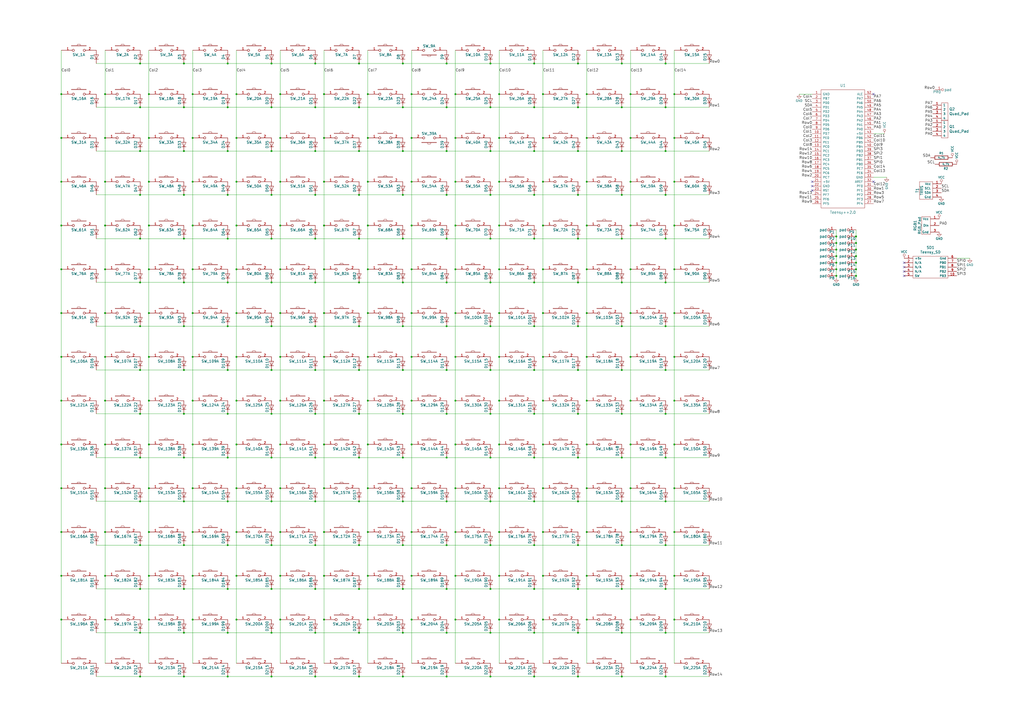
<source format=kicad_sch>
(kicad_sch (version 20230121) (generator eeschema)
  (paper "A2")
  (title_block (title "ScrabblePad PCB") (rev "2") (company "Donut Cables LLC"))
  (junction (at 391.16 207.01))
  (junction (at 391.16 359.41))
  (junction (at 259.08 214.63))
  (junction (at 485.14 144.78))
  (junction (at 60.96 257.81))
  (junction (at 35.56 130.81))
  (junction (at 259.08 138.43))
  (junction (at 335.28 392.43))
  (junction (at 132.08 341.63))
  (junction (at 182.88 290.83))
  (junction (at 60.96 207.01))
  (junction (at 365.76 207.01))
  (junction (at 485.14 152.4))
  (junction (at 60.96 359.41))
  (junction (at 360.68 62.23))
  (junction (at 386.08 163.83))
  (junction (at 309.88 265.43))
  (junction (at 187.96 207.01))
  (junction (at 132.08 316.23))
  (junction (at 259.08 240.03))
  (junction (at 187.96 156.21))
  (junction (at 81.28 367.03))
  (junction (at 360.68 341.63))
  (junction (at 35.56 334.01))
  (junction (at 386.08 214.63))
  (junction (at 386.08 265.43))
  (junction (at 86.36 130.81))
  (junction (at 238.76 207.01))
  (junction (at 106.68 341.63))
  (junction (at 496.57 140.97))
  (junction (at 162.56 334.01))
  (junction (at 314.96 283.21))
  (junction (at 360.68 367.03))
  (junction (at 335.28 214.63))
  (junction (at 208.28 265.43))
  (junction (at 111.76 232.41))
  (junction (at 391.16 283.21))
  (junction (at 132.08 138.43))
  (junction (at 335.28 113.03))
  (junction (at 182.88 87.63))
  (junction (at 360.68 316.23))
  (junction (at 35.56 54.61))
  (junction (at 213.36 283.21))
  (junction (at 496.57 152.4))
  (junction (at 132.08 367.03))
  (junction (at 60.96 232.41))
  (junction (at 386.08 367.03))
  (junction (at 340.36 80.01))
  (junction (at 111.76 359.41))
  (junction (at 264.16 359.41))
  (junction (at 162.56 232.41))
  (junction (at 238.76 257.81))
  (junction (at 86.36 334.01))
  (junction (at 365.76 359.41))
  (junction (at 86.36 181.61))
  (junction (at 60.96 156.21))
  (junction (at 309.88 240.03))
  (junction (at 106.68 265.43))
  (junction (at 289.56 105.41))
  (junction (at 340.36 257.81))
  (junction (at 233.68 138.43))
  (junction (at 208.28 316.23))
  (junction (at 360.68 290.83))
  (junction (at 162.56 105.41))
  (junction (at 132.08 36.83))
  (junction (at 35.56 283.21))
  (junction (at 309.88 316.23))
  (junction (at 386.08 138.43))
  (junction (at 340.36 156.21))
  (junction (at 60.96 334.01))
  (junction (at 162.56 80.01))
  (junction (at 106.68 138.43))
  (junction (at 233.68 163.83))
  (junction (at 259.08 392.43))
  (junction (at 259.08 316.23))
  (junction (at 106.68 240.03))
  (junction (at 264.16 207.01))
  (junction (at 284.48 36.83))
  (junction (at 213.36 359.41))
  (junction (at 162.56 130.81))
  (junction (at 137.16 181.61))
  (junction (at 391.16 181.61))
  (junction (at 81.28 62.23))
  (junction (at 233.68 240.03))
  (junction (at 208.28 87.63))
  (junction (at 162.56 257.81))
  (junction (at 284.48 367.03))
  (junction (at 86.36 359.41))
  (junction (at 208.28 290.83))
  (junction (at 86.36 207.01))
  (junction (at 233.68 87.63))
  (junction (at 365.76 181.61))
  (junction (at 182.88 189.23))
  (junction (at 60.96 130.81))
  (junction (at 314.96 130.81))
  (junction (at 289.56 207.01))
  (junction (at 81.28 290.83))
  (junction (at 284.48 138.43))
  (junction (at 284.48 240.03))
  (junction (at 187.96 181.61))
  (junction (at 208.28 367.03))
  (junction (at 35.56 207.01))
  (junction (at 157.48 189.23))
  (junction (at 309.88 87.63))
  (junction (at 233.68 367.03))
  (junction (at 157.48 290.83))
  (junction (at 157.48 138.43))
  (junction (at 386.08 392.43))
  (junction (at 182.88 62.23))
  (junction (at 208.28 341.63))
  (junction (at 157.48 36.83))
  (junction (at 157.48 367.03))
  (junction (at 86.36 80.01))
  (junction (at 365.76 334.01))
  (junction (at 213.36 130.81))
  (junction (at 335.28 87.63))
  (junction (at 86.36 54.61))
  (junction (at 259.08 341.63))
  (junction (at 35.56 80.01))
  (junction (at 162.56 156.21))
  (junction (at 35.56 359.41))
  (junction (at 284.48 113.03))
  (junction (at 182.88 36.83))
  (junction (at 264.16 156.21))
  (junction (at 314.96 80.01))
  (junction (at 309.88 341.63))
  (junction (at 35.56 308.61))
  (junction (at 365.76 156.21))
  (junction (at 106.68 163.83))
  (junction (at 233.68 189.23))
  (junction (at 137.16 334.01))
  (junction (at 233.68 36.83))
  (junction (at 60.96 181.61))
  (junction (at 233.68 392.43))
  (junction (at 187.96 54.61))
  (junction (at 386.08 290.83))
  (junction (at 213.36 232.41))
  (junction (at 238.76 283.21))
  (junction (at 314.96 181.61))
  (junction (at 35.56 181.61))
  (junction (at 208.28 214.63))
  (junction (at 360.68 214.63))
  (junction (at 289.56 308.61))
  (junction (at 309.88 62.23))
  (junction (at 485.14 148.59))
  (junction (at 238.76 334.01))
  (junction (at 111.76 207.01))
  (junction (at 264.16 257.81))
  (junction (at 238.76 54.61))
  (junction (at 340.36 54.61))
  (junction (at 335.28 367.03))
  (junction (at 157.48 265.43))
  (junction (at 111.76 54.61))
  (junction (at 111.76 80.01))
  (junction (at 132.08 392.43))
  (junction (at 35.56 105.41))
  (junction (at 264.16 181.61))
  (junction (at 238.76 308.61))
  (junction (at 81.28 265.43))
  (junction (at 162.56 54.61))
  (junction (at 81.28 87.63))
  (junction (at 340.36 283.21))
  (junction (at 213.36 207.01))
  (junction (at 208.28 138.43))
  (junction (at 314.96 334.01))
  (junction (at 213.36 334.01))
  (junction (at 264.16 232.41))
  (junction (at 391.16 308.61))
  (junction (at 386.08 87.63))
  (junction (at 340.36 181.61))
  (junction (at 335.28 36.83))
  (junction (at 314.96 207.01))
  (junction (at 365.76 130.81))
  (junction (at 81.28 113.03))
  (junction (at 289.56 156.21))
  (junction (at 162.56 359.41))
  (junction (at 187.96 257.81))
  (junction (at 335.28 62.23))
  (junction (at 182.88 316.23))
  (junction (at 485.14 140.97))
  (junction (at 309.88 36.83))
  (junction (at 213.36 181.61))
  (junction (at 391.16 156.21))
  (junction (at 81.28 189.23))
  (junction (at 60.96 54.61))
  (junction (at 238.76 181.61))
  (junction (at 137.16 359.41))
  (junction (at 340.36 207.01))
  (junction (at 264.16 334.01))
  (junction (at 157.48 113.03))
  (junction (at 309.88 113.03))
  (junction (at 132.08 265.43))
  (junction (at 111.76 283.21))
  (junction (at 314.96 257.81))
  (junction (at 132.08 214.63))
  (junction (at 485.14 137.16))
  (junction (at 111.76 308.61))
  (junction (at 309.88 392.43))
  (junction (at 360.68 163.83))
  (junction (at 496.57 148.59))
  (junction (at 259.08 367.03))
  (junction (at 132.08 189.23))
  (junction (at 314.96 54.61))
  (junction (at 132.08 163.83))
  (junction (at 289.56 257.81))
  (junction (at 360.68 36.83))
  (junction (at 233.68 214.63))
  (junction (at 106.68 62.23))
  (junction (at 35.56 156.21))
  (junction (at 309.88 367.03))
  (junction (at 365.76 257.81))
  (junction (at 106.68 36.83))
  (junction (at 391.16 232.41))
  (junction (at 187.96 283.21))
  (junction (at 132.08 240.03))
  (junction (at 182.88 113.03))
  (junction (at 208.28 62.23))
  (junction (at 386.08 113.03))
  (junction (at 86.36 283.21))
  (junction (at 238.76 130.81))
  (junction (at 157.48 240.03))
  (junction (at 335.28 138.43))
  (junction (at 187.96 130.81))
  (junction (at 309.88 163.83))
  (junction (at 360.68 240.03))
  (junction (at 360.68 265.43))
  (junction (at 132.08 113.03))
  (junction (at 289.56 232.41))
  (junction (at 157.48 214.63))
  (junction (at 81.28 240.03))
  (junction (at 289.56 334.01))
  (junction (at 289.56 283.21))
  (junction (at 81.28 392.43))
  (junction (at 187.96 232.41))
  (junction (at 182.88 240.03))
  (junction (at 365.76 105.41))
  (junction (at 259.08 163.83))
  (junction (at 485.14 156.21))
  (junction (at 182.88 265.43))
  (junction (at 60.96 105.41))
  (junction (at 284.48 316.23))
  (junction (at 259.08 87.63))
  (junction (at 137.16 105.41))
  (junction (at 391.16 105.41))
  (junction (at 213.36 257.81))
  (junction (at 284.48 392.43))
  (junction (at 137.16 308.61))
  (junction (at 309.88 214.63))
  (junction (at 137.16 130.81))
  (junction (at 264.16 130.81))
  (junction (at 386.08 36.83))
  (junction (at 106.68 87.63))
  (junction (at 314.96 232.41))
  (junction (at 340.36 308.61))
  (junction (at 335.28 290.83))
  (junction (at 86.36 257.81))
  (junction (at 496.57 160.02))
  (junction (at 365.76 80.01))
  (junction (at 35.56 257.81))
  (junction (at 157.48 163.83))
  (junction (at 60.96 308.61))
  (junction (at 162.56 308.61))
  (junction (at 335.28 265.43))
  (junction (at 81.28 163.83))
  (junction (at 213.36 156.21))
  (junction (at 137.16 283.21))
  (junction (at 284.48 163.83))
  (junction (at 284.48 290.83))
  (junction (at 238.76 359.41))
  (junction (at 289.56 80.01))
  (junction (at 233.68 113.03))
  (junction (at 391.16 80.01))
  (junction (at 335.28 341.63))
  (junction (at 208.28 163.83))
  (junction (at 233.68 341.63))
  (junction (at 259.08 62.23))
  (junction (at 360.68 113.03))
  (junction (at 182.88 163.83))
  (junction (at 157.48 392.43))
  (junction (at 340.36 105.41))
  (junction (at 335.28 240.03))
  (junction (at 81.28 316.23))
  (junction (at 360.68 189.23))
  (junction (at 314.96 359.41))
  (junction (at 111.76 257.81))
  (junction (at 137.16 207.01))
  (junction (at 259.08 36.83))
  (junction (at 187.96 334.01))
  (junction (at 35.56 232.41))
  (junction (at 132.08 87.63))
  (junction (at 264.16 105.41))
  (junction (at 208.28 240.03))
  (junction (at 208.28 189.23))
  (junction (at 233.68 316.23))
  (junction (at 284.48 214.63))
  (junction (at 208.28 113.03))
  (junction (at 106.68 316.23))
  (junction (at 386.08 316.23))
  (junction (at 238.76 105.41))
  (junction (at 314.96 308.61))
  (junction (at 187.96 105.41))
  (junction (at 264.16 308.61))
  (junction (at 496.57 156.21))
  (junction (at 86.36 105.41))
  (junction (at 187.96 359.41))
  (junction (at 233.68 62.23))
  (junction (at 284.48 341.63))
  (junction (at 213.36 54.61))
  (junction (at 137.16 257.81))
  (junction (at 162.56 283.21))
  (junction (at 106.68 113.03))
  (junction (at 386.08 189.23))
  (junction (at 106.68 214.63))
  (junction (at 233.68 265.43))
  (junction (at 208.28 392.43))
  (junction (at 360.68 138.43))
  (junction (at 157.48 316.23))
  (junction (at 289.56 181.61))
  (junction (at 86.36 232.41))
  (junction (at 106.68 189.23))
  (junction (at 284.48 62.23))
  (junction (at 182.88 214.63))
  (junction (at 289.56 130.81))
  (junction (at 187.96 308.61))
  (junction (at 264.16 80.01))
  (junction (at 81.28 36.83))
  (junction (at 340.36 334.01))
  (junction (at 496.57 137.16))
  (junction (at 340.36 130.81))
  (junction (at 182.88 367.03))
  (junction (at 81.28 138.43))
  (junction (at 213.36 80.01))
  (junction (at 386.08 62.23))
  (junction (at 60.96 80.01))
  (junction (at 238.76 156.21))
  (junction (at 365.76 54.61))
  (junction (at 157.48 341.63))
  (junction (at 259.08 113.03))
  (junction (at 111.76 181.61))
  (junction (at 314.96 105.41))
  (junction (at 391.16 130.81))
  (junction (at 289.56 359.41))
  (junction (at 259.08 189.23))
  (junction (at 111.76 130.81))
  (junction (at 365.76 283.21))
  (junction (at 360.68 87.63))
  (junction (at 264.16 54.61))
  (junction (at 259.08 290.83))
  (junction (at 137.16 156.21))
  (junction (at 213.36 105.41))
  (junction (at 284.48 87.63))
  (junction (at 157.48 62.23))
  (junction (at 111.76 156.21))
  (junction (at 264.16 283.21))
  (junction (at 309.88 290.83))
  (junction (at 86.36 156.21))
  (junction (at 391.16 257.81))
  (junction (at 335.28 163.83))
  (junction (at 157.48 87.63))
  (junction (at 137.16 80.01))
  (junction (at 187.96 80.01))
  (junction (at 386.08 240.03))
  (junction (at 284.48 265.43))
  (junction (at 365.76 232.41))
  (junction (at 182.88 341.63))
  (junction (at 335.28 189.23))
  (junction (at 259.08 265.43))
  (junction (at 137.16 54.61))
  (junction (at 233.68 290.83))
  (junction (at 340.36 359.41))
  (junction (at 284.48 189.23))
  (junction (at 391.16 54.61))
  (junction (at 162.56 207.01))
  (junction (at 335.28 316.23))
  (junction (at 309.88 189.23))
  (junction (at 60.96 283.21))
  (junction (at 314.96 156.21))
  (junction (at 182.88 392.43))
  (junction (at 360.68 392.43))
  (junction (at 111.76 334.01))
  (junction (at 111.76 105.41))
  (junction (at 162.56 181.61))
  (junction (at 238.76 80.01))
  (junction (at 485.14 160.02))
  (junction (at 496.57 144.78))
  (junction (at 86.36 308.61))
  (junction (at 106.68 392.43))
  (junction (at 238.76 232.41))
  (junction (at 132.08 62.23))
  (junction (at 208.28 36.83))
  (junction (at 81.28 341.63))
  (junction (at 106.68 290.83))
  (junction (at 132.08 290.83))
  (junction (at 106.68 367.03))
  (junction (at 309.88 138.43))
  (junction (at 81.28 214.63))
  (junction (at 391.16 334.01))
  (junction (at 340.36 232.41))
  (junction (at 365.76 308.61))
  (junction (at 213.36 308.61))
  (junction (at 182.88 138.43))
  (junction (at 137.16 232.41))
  (junction (at 289.56 54.61))
  (junction (at 386.08 341.63))
  (no_connect (at 506.73 105.41))
  (no_connect (at 471.17 110.49))
  (no_connect (at 524.51 160.02))
  (no_connect (at 471.17 107.95))
  (no_connect (at 506.73 54.61))
  (no_connect (at 524.51 157.48))
  (no_connect (at 471.17 105.41))
  (no_connect (at 524.51 152.4))
  (no_connect (at 524.51 154.94))
  (wire (pts (xy 284.48 138.43) (xy 309.88 138.43)))
  (wire (pts (xy 187.96 156.21) (xy 187.96 181.61)))
  (wire (pts (xy 208.28 113.03) (xy 233.68 113.03)))
  (wire (pts (xy 314.96 80.01) (xy 314.96 105.41)))
  (wire (pts (xy 208.28 290.83) (xy 233.68 290.83)))
  (wire (pts (xy 55.88 214.63) (xy 81.28 214.63)))
  (wire (pts (xy 365.76 207.01) (xy 365.76 232.41)))
  (wire (pts (xy 386.08 214.63) (xy 411.48 214.63)))
  (wire (pts (xy 309.88 392.43) (xy 335.28 392.43)))
  (wire (pts (xy 340.36 54.61) (xy 340.36 80.01)))
  (wire (pts (xy 81.28 138.43) (xy 106.68 138.43)))
  (wire (pts (xy 182.88 36.83) (xy 208.28 36.83)))
  (wire (pts (xy 35.56 29.21) (xy 35.56 54.61)))
  (wire (pts (xy 182.88 138.43) (xy 208.28 138.43)))
  (wire (pts (xy 81.28 163.83) (xy 106.68 163.83)))
  (wire (pts (xy 386.08 62.23) (xy 411.48 62.23)))
  (wire (pts (xy 360.68 316.23) (xy 386.08 316.23)))
  (wire (pts (xy 360.68 36.83) (xy 386.08 36.83)))
  (wire (pts (xy 335.28 316.23) (xy 360.68 316.23)))
  (wire (pts (xy 55.88 138.43) (xy 81.28 138.43)))
  (wire (pts (xy 289.56 54.61) (xy 289.56 80.01)))
  (wire (pts (xy 335.28 62.23) (xy 360.68 62.23)))
  (wire (pts (xy 365.76 105.41) (xy 365.76 130.81)))
  (wire (pts (xy 233.68 392.43) (xy 259.08 392.43)))
  (wire (pts (xy 137.16 181.61) (xy 137.16 207.01)))
  (wire (pts (xy 86.36 359.41) (xy 86.36 384.81)))
  (wire (pts (xy 111.76 54.61) (xy 111.76 80.01)))
  (wire (pts (xy 111.76 359.41) (xy 111.76 384.81)))
  (wire (pts (xy 314.96 207.01) (xy 314.96 232.41)))
  (wire (pts (xy 238.76 283.21) (xy 238.76 308.61)))
  (wire (pts (xy 132.08 87.63) (xy 157.48 87.63)))
  (wire (pts (xy 289.56 308.61) (xy 289.56 334.01)))
  (wire (pts (xy 386.08 189.23) (xy 411.48 189.23)))
  (wire (pts (xy 60.96 334.01) (xy 60.96 359.41)))
  (wire (pts (xy 284.48 214.63) (xy 309.88 214.63)))
  (wire (pts (xy 309.88 316.23) (xy 335.28 316.23)))
  (wire (pts (xy 132.08 341.63) (xy 157.48 341.63)))
  (wire (pts (xy 284.48 113.03) (xy 309.88 113.03)))
  (wire (pts (xy 259.08 87.63) (xy 284.48 87.63)))
  (wire (pts (xy 111.76 130.81) (xy 111.76 156.21)))
  (wire (pts (xy 213.36 207.01) (xy 213.36 232.41)))
  (wire (pts (xy 60.96 54.61) (xy 60.96 80.01)))
  (wire (pts (xy 162.56 207.01) (xy 162.56 232.41)))
  (wire (pts (xy 340.36 334.01) (xy 340.36 359.41)))
  (wire (pts (xy 187.96 232.41) (xy 187.96 257.81)))
  (wire (pts (xy 309.88 36.83) (xy 335.28 36.83)))
  (wire (pts (xy 340.36 80.01) (xy 340.36 105.41)))
  (wire (pts (xy 335.28 113.03) (xy 360.68 113.03)))
  (wire (pts (xy 284.48 36.83) (xy 309.88 36.83)))
  (wire (pts (xy 496.57 133.35) (xy 496.57 137.16)))
  (wire (pts (xy 314.96 308.61) (xy 314.96 334.01)))
  (wire (pts (xy 55.88 189.23) (xy 81.28 189.23)))
  (wire (pts (xy 238.76 181.61) (xy 238.76 207.01)))
  (wire (pts (xy 137.16 359.41) (xy 137.16 384.81)))
  (wire (pts (xy 309.88 265.43) (xy 335.28 265.43)))
  (wire (pts (xy 233.68 341.63) (xy 259.08 341.63)))
  (wire (pts (xy 157.48 87.63) (xy 182.88 87.63)))
  (wire (pts (xy 55.88 163.83) (xy 81.28 163.83)))
  (wire (pts (xy 213.36 181.61) (xy 213.36 207.01)))
  (wire (pts (xy 284.48 341.63) (xy 309.88 341.63)))
  (wire (pts (xy 259.08 189.23) (xy 284.48 189.23)))
  (wire (pts (xy 386.08 290.83) (xy 411.48 290.83)))
  (wire (pts (xy 233.68 87.63) (xy 259.08 87.63)))
  (wire (pts (xy 259.08 341.63) (xy 284.48 341.63)))
  (wire (pts (xy 157.48 290.83) (xy 182.88 290.83)))
  (wire (pts (xy 335.28 36.83) (xy 360.68 36.83)))
  (wire (pts (xy 81.28 62.23) (xy 106.68 62.23)))
  (wire (pts (xy 208.28 392.43) (xy 233.68 392.43)))
  (wire (pts (xy 60.96 181.61) (xy 60.96 207.01)))
  (wire (pts (xy 111.76 207.01) (xy 111.76 232.41)))
  (wire (pts (xy 289.56 130.81) (xy 289.56 156.21)))
  (wire (pts (xy 360.68 138.43) (xy 386.08 138.43)))
  (wire (pts (xy 259.08 240.03) (xy 284.48 240.03)))
  (wire (pts (xy 81.28 290.83) (xy 106.68 290.83)))
  (wire (pts (xy 35.56 105.41) (xy 35.56 130.81)))
  (wire (pts (xy 309.88 341.63) (xy 335.28 341.63)))
  (wire (pts (xy 157.48 62.23) (xy 182.88 62.23)))
  (wire (pts (xy 340.36 257.81) (xy 340.36 283.21)))
  (wire (pts (xy 309.88 189.23) (xy 335.28 189.23)))
  (wire (pts (xy 238.76 257.81) (xy 238.76 283.21)))
  (wire (pts (xy 60.96 130.81) (xy 60.96 156.21)))
  (wire (pts (xy 264.16 29.21) (xy 264.16 54.61)))
  (wire (pts (xy 365.76 232.41) (xy 365.76 257.81)))
  (wire (pts (xy 284.48 163.83) (xy 309.88 163.83)))
  (wire (pts (xy 55.88 316.23) (xy 81.28 316.23)))
  (wire (pts (xy 55.88 392.43) (xy 81.28 392.43)))
  (wire (pts (xy 162.56 156.21) (xy 162.56 181.61)))
  (wire (pts (xy 259.08 265.43) (xy 284.48 265.43)))
  (wire (pts (xy 86.36 334.01) (xy 86.36 359.41)))
  (wire (pts (xy 81.28 240.03) (xy 106.68 240.03)))
  (wire (pts (xy 391.16 283.21) (xy 391.16 308.61)))
  (wire (pts (xy 289.56 29.21) (xy 289.56 54.61)))
  (wire (pts (xy 289.56 80.01) (xy 289.56 105.41)))
  (wire (pts (xy 391.16 156.21) (xy 391.16 181.61)))
  (wire (pts (xy 391.16 130.81) (xy 391.16 156.21)))
  (wire (pts (xy 208.28 36.83) (xy 233.68 36.83)))
  (wire (pts (xy 365.76 308.61) (xy 365.76 334.01)))
  (wire (pts (xy 60.96 359.41) (xy 60.96 384.81)))
  (wire (pts (xy 360.68 367.03) (xy 386.08 367.03)))
  (wire (pts (xy 496.57 140.97) (xy 496.57 144.78)))
  (wire (pts (xy 182.88 62.23) (xy 208.28 62.23)))
  (wire (pts (xy 137.16 257.81) (xy 137.16 283.21)))
  (wire (pts (xy 485.14 156.21) (xy 485.14 160.02)))
  (wire (pts (xy 496.57 137.16) (xy 496.57 140.97)))
  (wire (pts (xy 162.56 181.61) (xy 162.56 207.01)))
  (wire (pts (xy 259.08 36.83) (xy 284.48 36.83)))
  (wire (pts (xy 208.28 367.03) (xy 233.68 367.03)))
  (wire (pts (xy 86.36 257.81) (xy 86.36 283.21)))
  (wire (pts (xy 187.96 181.61) (xy 187.96 207.01)))
  (wire (pts (xy 391.16 29.21) (xy 391.16 54.61)))
  (wire (pts (xy 259.08 214.63) (xy 284.48 214.63)))
  (wire (pts (xy 111.76 232.41) (xy 111.76 257.81)))
  (wire (pts (xy 182.88 392.43) (xy 208.28 392.43)))
  (wire (pts (xy 360.68 113.03) (xy 386.08 113.03)))
  (wire (pts (xy 132.08 189.23) (xy 157.48 189.23)))
  (wire (pts (xy 335.28 87.63) (xy 360.68 87.63)))
  (wire (pts (xy 182.88 316.23) (xy 208.28 316.23)))
  (wire (pts (xy 60.96 207.01) (xy 60.96 232.41)))
  (wire (pts (xy 137.16 308.61) (xy 137.16 334.01)))
  (wire (pts (xy 340.36 105.41) (xy 340.36 130.81)))
  (wire (pts (xy 137.16 80.01) (xy 137.16 105.41)))
  (wire (pts (xy 213.36 359.41) (xy 213.36 384.81)))
  (wire (pts (xy 187.96 54.61) (xy 187.96 80.01)))
  (wire (pts (xy 60.96 156.21) (xy 60.96 181.61)))
  (wire (pts (xy 182.88 290.83) (xy 208.28 290.83)))
  (wire (pts (xy 162.56 359.41) (xy 162.56 384.81)))
  (wire (pts (xy 157.48 36.83) (xy 182.88 36.83)))
  (wire (pts (xy 208.28 138.43) (xy 233.68 138.43)))
  (wire (pts (xy 213.36 257.81) (xy 213.36 283.21)))
  (wire (pts (xy 289.56 232.41) (xy 289.56 257.81)))
  (wire (pts (xy 309.88 214.63) (xy 335.28 214.63)))
  (wire (pts (xy 284.48 189.23) (xy 309.88 189.23)))
  (wire (pts (xy 81.28 214.63) (xy 106.68 214.63)))
  (wire (pts (xy 335.28 290.83) (xy 360.68 290.83)))
  (wire (pts (xy 485.14 160.02) (xy 485.14 161.29)))
  (wire (pts (xy 391.16 334.01) (xy 391.16 359.41)))
  (wire (pts (xy 238.76 207.01) (xy 238.76 232.41)))
  (wire (pts (xy 162.56 257.81) (xy 162.56 283.21)))
  (wire (pts (xy 86.36 54.61) (xy 86.36 80.01)))
  (wire (pts (xy 60.96 80.01) (xy 60.96 105.41)))
  (wire (pts (xy 264.16 257.81) (xy 264.16 283.21)))
  (wire (pts (xy 208.28 265.43) (xy 233.68 265.43)))
  (wire (pts (xy 386.08 341.63) (xy 411.48 341.63)))
  (wire (pts (xy 162.56 308.61) (xy 162.56 334.01)))
  (wire (pts (xy 157.48 392.43) (xy 182.88 392.43)))
  (wire (pts (xy 506.73 102.87) (xy 514.35 102.87)))
  (wire (pts (xy 314.96 232.41) (xy 314.96 257.81)))
  (wire (pts (xy 360.68 392.43) (xy 386.08 392.43)))
  (wire (pts (xy 187.96 130.81) (xy 187.96 156.21)))
  (wire (pts (xy 86.36 283.21) (xy 86.36 308.61)))
  (wire (pts (xy 213.36 308.61) (xy 213.36 334.01)))
  (wire (pts (xy 554.99 149.86) (xy 562.61 149.86)))
  (wire (pts (xy 309.88 62.23) (xy 335.28 62.23)))
  (wire (pts (xy 106.68 163.83) (xy 132.08 163.83)))
  (wire (pts (xy 233.68 36.83) (xy 259.08 36.83)))
  (wire (pts (xy 335.28 240.03) (xy 360.68 240.03)))
  (wire (pts (xy 208.28 316.23) (xy 233.68 316.23)))
  (wire (pts (xy 137.16 283.21) (xy 137.16 308.61)))
  (wire (pts (xy 264.16 359.41) (xy 264.16 384.81)))
  (wire (pts (xy 259.08 316.23) (xy 284.48 316.23)))
  (wire (pts (xy 365.76 359.41) (xy 365.76 384.81)))
  (wire (pts (xy 289.56 334.01) (xy 289.56 359.41)))
  (wire (pts (xy 132.08 36.83) (xy 157.48 36.83)))
  (wire (pts (xy 213.36 54.61) (xy 213.36 80.01)))
  (wire (pts (xy 386.08 392.43) (xy 411.48 392.43)))
  (wire (pts (xy 81.28 87.63) (xy 106.68 87.63)))
  (wire (pts (xy 157.48 163.83) (xy 182.88 163.83)))
  (wire (pts (xy 340.36 181.61) (xy 340.36 207.01)))
  (wire (pts (xy 314.96 334.01) (xy 314.96 359.41)))
  (wire (pts (xy 35.56 181.61) (xy 35.56 207.01)))
  (wire (pts (xy 238.76 359.41) (xy 238.76 384.81)))
  (wire (pts (xy 386.08 113.03) (xy 411.48 113.03)))
  (wire (pts (xy 106.68 316.23) (xy 132.08 316.23)))
  (wire (pts (xy 106.68 367.03) (xy 132.08 367.03)))
  (wire (pts (xy 335.28 265.43) (xy 360.68 265.43)))
  (wire (pts (xy 187.96 359.41) (xy 187.96 384.81)))
  (wire (pts (xy 360.68 62.23) (xy 386.08 62.23)))
  (wire (pts (xy 182.88 113.03) (xy 208.28 113.03)))
  (wire (pts (xy 213.36 283.21) (xy 213.36 308.61)))
  (wire (pts (xy 208.28 341.63) (xy 233.68 341.63)))
  (wire (pts (xy 238.76 105.41) (xy 238.76 130.81)))
  (wire (pts (xy 86.36 105.41) (xy 86.36 130.81)))
  (wire (pts (xy 284.48 316.23) (xy 309.88 316.23)))
  (wire (pts (xy 340.36 156.21) (xy 340.36 181.61)))
  (wire (pts (xy 35.56 359.41) (xy 35.56 384.81)))
  (wire (pts (xy 309.88 163.83) (xy 335.28 163.83)))
  (wire (pts (xy 111.76 105.41) (xy 111.76 130.81)))
  (wire (pts (xy 81.28 189.23) (xy 106.68 189.23)))
  (wire (pts (xy 162.56 29.21) (xy 162.56 54.61)))
  (wire (pts (xy 106.68 214.63) (xy 132.08 214.63)))
  (wire (pts (xy 157.48 113.03) (xy 182.88 113.03)))
  (wire (pts (xy 391.16 181.61) (xy 391.16 207.01)))
  (wire (pts (xy 386.08 316.23) (xy 411.48 316.23)))
  (wire (pts (xy 365.76 130.81) (xy 365.76 156.21)))
  (wire (pts (xy 132.08 316.23) (xy 157.48 316.23)))
  (wire (pts (xy 86.36 232.41) (xy 86.36 257.81)))
  (wire (pts (xy 137.16 232.41) (xy 137.16 257.81)))
  (wire (pts (xy 259.08 113.03) (xy 284.48 113.03)))
  (wire (pts (xy 106.68 290.83) (xy 132.08 290.83)))
  (wire (pts (xy 386.08 36.83) (xy 411.48 36.83)))
  (wire (pts (xy 187.96 308.61) (xy 187.96 334.01)))
  (wire (pts (xy 284.48 367.03) (xy 309.88 367.03)))
  (wire (pts (xy 111.76 283.21) (xy 111.76 308.61)))
  (wire (pts (xy 264.16 80.01) (xy 264.16 105.41)))
  (wire (pts (xy 55.88 290.83) (xy 81.28 290.83)))
  (wire (pts (xy 60.96 105.41) (xy 60.96 130.81)))
  (wire (pts (xy 132.08 163.83) (xy 157.48 163.83)))
  (wire (pts (xy 264.16 156.21) (xy 264.16 181.61)))
  (wire (pts (xy 106.68 36.83) (xy 132.08 36.83)))
  (wire (pts (xy 365.76 80.01) (xy 365.76 105.41)))
  (wire (pts (xy 157.48 341.63) (xy 182.88 341.63)))
  (wire (pts (xy 182.88 240.03) (xy 208.28 240.03)))
  (wire (pts (xy 238.76 334.01) (xy 238.76 359.41)))
  (wire (pts (xy 284.48 290.83) (xy 309.88 290.83)))
  (wire (pts (xy 208.28 214.63) (xy 233.68 214.63)))
  (wire (pts (xy 264.16 334.01) (xy 264.16 359.41)))
  (wire (pts (xy 335.28 138.43) (xy 360.68 138.43)))
  (wire (pts (xy 55.88 62.23) (xy 81.28 62.23)))
  (wire (pts (xy 309.88 113.03) (xy 335.28 113.03)))
  (wire (pts (xy 162.56 232.41) (xy 162.56 257.81)))
  (wire (pts (xy 386.08 240.03) (xy 411.48 240.03)))
  (wire (pts (xy 187.96 283.21) (xy 187.96 308.61)))
  (wire (pts (xy 264.16 54.61) (xy 264.16 80.01)))
  (wire (pts (xy 233.68 214.63) (xy 259.08 214.63)))
  (wire (pts (xy 86.36 181.61) (xy 86.36 207.01)))
  (wire (pts (xy 335.28 189.23) (xy 360.68 189.23)))
  (wire (pts (xy 35.56 54.61) (xy 35.56 80.01)))
  (wire (pts (xy 314.96 283.21) (xy 314.96 308.61)))
  (wire (pts (xy 391.16 257.81) (xy 391.16 283.21)))
  (wire (pts (xy 187.96 207.01) (xy 187.96 232.41)))
  (wire (pts (xy 485.14 148.59) (xy 485.14 152.4)))
  (wire (pts (xy 259.08 163.83) (xy 284.48 163.83)))
  (wire (pts (xy 233.68 113.03) (xy 259.08 113.03)))
  (wire (pts (xy 391.16 308.61) (xy 391.16 334.01)))
  (wire (pts (xy 81.28 392.43) (xy 106.68 392.43)))
  (wire (pts (xy 314.96 54.61) (xy 314.96 80.01)))
  (wire (pts (xy 35.56 334.01) (xy 35.56 359.41)))
  (wire (pts (xy 314.96 156.21) (xy 314.96 181.61)))
  (wire (pts (xy 289.56 257.81) (xy 289.56 283.21)))
  (wire (pts (xy 340.36 308.61) (xy 340.36 334.01)))
  (wire (pts (xy 162.56 130.81) (xy 162.56 156.21)))
  (wire (pts (xy 162.56 283.21) (xy 162.56 308.61)))
  (wire (pts (xy 182.88 214.63) (xy 208.28 214.63)))
  (wire (pts (xy 111.76 156.21) (xy 111.76 181.61)))
  (wire (pts (xy 284.48 392.43) (xy 309.88 392.43)))
  (wire (pts (xy 391.16 359.41) (xy 391.16 384.81)))
  (wire (pts (xy 360.68 341.63) (xy 386.08 341.63)))
  (wire (pts (xy 55.88 341.63) (xy 81.28 341.63)))
  (wire (pts (xy 238.76 308.61) (xy 238.76 334.01)))
  (wire (pts (xy 106.68 392.43) (xy 132.08 392.43)))
  (wire (pts (xy 208.28 87.63) (xy 233.68 87.63)))
  (wire (pts (xy 137.16 130.81) (xy 137.16 156.21)))
  (wire (pts (xy 238.76 80.01) (xy 238.76 105.41)))
  (wire (pts (xy 360.68 290.83) (xy 386.08 290.83)))
  (wire (pts (xy 106.68 240.03) (xy 132.08 240.03)))
  (wire (pts (xy 111.76 181.61) (xy 111.76 207.01)))
  (wire (pts (xy 157.48 367.03) (xy 182.88 367.03)))
  (wire (pts (xy 137.16 334.01) (xy 137.16 359.41)))
  (wire (pts (xy 496.57 144.78) (xy 496.57 148.59)))
  (wire (pts (xy 35.56 232.41) (xy 35.56 257.81)))
  (wire (pts (xy 284.48 265.43) (xy 309.88 265.43)))
  (wire (pts (xy 360.68 214.63) (xy 386.08 214.63)))
  (wire (pts (xy 162.56 105.41) (xy 162.56 130.81)))
  (wire (pts (xy 335.28 214.63) (xy 360.68 214.63)))
  (wire (pts (xy 365.76 283.21) (xy 365.76 308.61)))
  (wire (pts (xy 360.68 163.83) (xy 386.08 163.83)))
  (wire (pts (xy 111.76 80.01) (xy 111.76 105.41)))
  (wire (pts (xy 238.76 232.41) (xy 238.76 257.81)))
  (wire (pts (xy 60.96 257.81) (xy 60.96 283.21)))
  (wire (pts (xy 264.16 130.81) (xy 264.16 156.21)))
  (wire (pts (xy 60.96 29.21) (xy 60.96 54.61)))
  (wire (pts (xy 35.56 130.81) (xy 35.56 156.21)))
  (wire (pts (xy 182.88 367.03) (xy 208.28 367.03)))
  (wire (pts (xy 340.36 207.01) (xy 340.36 232.41)))
  (wire (pts (xy 340.36 283.21) (xy 340.36 308.61)))
  (wire (pts (xy 314.96 359.41) (xy 314.96 384.81)))
  (wire (pts (xy 314.96 105.41) (xy 314.96 130.81)))
  (wire (pts (xy 386.08 265.43) (xy 411.48 265.43)))
  (wire (pts (xy 187.96 105.41) (xy 187.96 130.81)))
  (wire (pts (xy 213.36 29.21) (xy 213.36 54.61)))
  (wire (pts (xy 55.88 265.43) (xy 81.28 265.43)))
  (wire (pts (xy 35.56 283.21) (xy 35.56 308.61)))
  (wire (pts (xy 182.88 341.63) (xy 208.28 341.63)))
  (wire (pts (xy 60.96 283.21) (xy 60.96 308.61)))
  (wire (pts (xy 132.08 62.23) (xy 157.48 62.23)))
  (wire (pts (xy 81.28 316.23) (xy 106.68 316.23)))
  (wire (pts (xy 35.56 257.81) (xy 35.56 283.21)))
  (wire (pts (xy 314.96 130.81) (xy 314.96 156.21)))
  (wire (pts (xy 259.08 138.43) (xy 284.48 138.43)))
  (wire (pts (xy 233.68 163.83) (xy 259.08 163.83)))
  (wire (pts (xy 496.57 152.4) (xy 496.57 156.21)))
  (wire (pts (xy 81.28 36.83) (xy 106.68 36.83)))
  (wire (pts (xy 213.36 156.21) (xy 213.36 181.61)))
  (wire (pts (xy 264.16 308.61) (xy 264.16 334.01)))
  (wire (pts (xy 259.08 62.23) (xy 284.48 62.23)))
  (wire (pts (xy 365.76 257.81) (xy 365.76 283.21)))
  (wire (pts (xy 132.08 392.43) (xy 157.48 392.43)))
  (wire (pts (xy 340.36 232.41) (xy 340.36 257.81)))
  (wire (pts (xy 81.28 265.43) (xy 106.68 265.43)))
  (wire (pts (xy 391.16 207.01) (xy 391.16 232.41)))
  (wire (pts (xy 496.57 160.02) (xy 496.57 161.29)))
  (wire (pts (xy 391.16 54.61) (xy 391.16 80.01)))
  (wire (pts (xy 187.96 334.01) (xy 187.96 359.41)))
  (wire (pts (xy 335.28 367.03) (xy 360.68 367.03)))
  (wire (pts (xy 233.68 189.23) (xy 259.08 189.23)))
  (wire (pts (xy 309.88 138.43) (xy 335.28 138.43)))
  (wire (pts (xy 106.68 138.43) (xy 132.08 138.43)))
  (wire (pts (xy 132.08 214.63) (xy 157.48 214.63)))
  (wire (pts (xy 463.55 54.61) (xy 471.17 54.61)))
  (wire (pts (xy 485.14 140.97) (xy 485.14 144.78)))
  (wire (pts (xy 238.76 156.21) (xy 238.76 181.61)))
  (wire (pts (xy 55.88 36.83) (xy 81.28 36.83)))
  (wire (pts (xy 208.28 189.23) (xy 233.68 189.23)))
  (wire (pts (xy 289.56 156.21) (xy 289.56 181.61)))
  (wire (pts (xy 111.76 308.61) (xy 111.76 334.01)))
  (wire (pts (xy 309.88 87.63) (xy 335.28 87.63)))
  (wire (pts (xy 238.76 130.81) (xy 238.76 156.21)))
  (wire (pts (xy 289.56 105.41) (xy 289.56 130.81)))
  (wire (pts (xy 132.08 367.03) (xy 157.48 367.03)))
  (wire (pts (xy 86.36 80.01) (xy 86.36 105.41)))
  (wire (pts (xy 106.68 62.23) (xy 132.08 62.23)))
  (wire (pts (xy 111.76 29.21) (xy 111.76 54.61)))
  (wire (pts (xy 35.56 308.61) (xy 35.56 334.01)))
  (wire (pts (xy 182.88 87.63) (xy 208.28 87.63)))
  (wire (pts (xy 335.28 392.43) (xy 360.68 392.43)))
  (wire (pts (xy 233.68 240.03) (xy 259.08 240.03)))
  (wire (pts (xy 187.96 80.01) (xy 187.96 105.41)))
  (wire (pts (xy 259.08 290.83) (xy 284.48 290.83)))
  (wire (pts (xy 208.28 240.03) (xy 233.68 240.03)))
  (wire (pts (xy 284.48 62.23) (xy 309.88 62.23)))
  (wire (pts (xy 132.08 265.43) (xy 157.48 265.43)))
  (wire (pts (xy 259.08 392.43) (xy 284.48 392.43)))
  (wire (pts (xy 365.76 54.61) (xy 365.76 80.01)))
  (wire (pts (xy 233.68 138.43) (xy 259.08 138.43)))
  (wire (pts (xy 157.48 265.43) (xy 182.88 265.43)))
  (wire (pts (xy 386.08 367.03) (xy 411.48 367.03)))
  (wire (pts (xy 233.68 290.83) (xy 259.08 290.83)))
  (wire (pts (xy 137.16 105.41) (xy 137.16 130.81)))
  (wire (pts (xy 106.68 265.43) (xy 132.08 265.43)))
  (wire (pts (xy 386.08 87.63) (xy 411.48 87.63)))
  (wire (pts (xy 259.08 367.03) (xy 284.48 367.03)))
  (wire (pts (xy 86.36 156.21) (xy 86.36 181.61)))
  (wire (pts (xy 233.68 265.43) (xy 259.08 265.43)))
  (wire (pts (xy 340.36 29.21) (xy 340.36 54.61)))
  (wire (pts (xy 309.88 290.83) (xy 335.28 290.83)))
  (wire (pts (xy 157.48 240.03) (xy 182.88 240.03)))
  (wire (pts (xy 111.76 257.81) (xy 111.76 283.21)))
  (wire (pts (xy 289.56 207.01) (xy 289.56 232.41)))
  (wire (pts (xy 208.28 163.83) (xy 233.68 163.83)))
  (wire (pts (xy 86.36 130.81) (xy 86.36 156.21)))
  (wire (pts (xy 213.36 130.81) (xy 213.36 156.21)))
  (wire (pts (xy 111.76 334.01) (xy 111.76 359.41)))
  (wire (pts (xy 137.16 29.21) (xy 137.16 54.61)))
  (wire (pts (xy 365.76 156.21) (xy 365.76 181.61)))
  (wire (pts (xy 284.48 87.63) (xy 309.88 87.63)))
  (wire (pts (xy 208.28 62.23) (xy 233.68 62.23)))
  (wire (pts (xy 360.68 240.03) (xy 386.08 240.03)))
  (wire (pts (xy 60.96 232.41) (xy 60.96 257.81)))
  (wire (pts (xy 81.28 367.03) (xy 106.68 367.03)))
  (wire (pts (xy 213.36 334.01) (xy 213.36 359.41)))
  (wire (pts (xy 157.48 189.23) (xy 182.88 189.23)))
  (wire (pts (xy 335.28 163.83) (xy 360.68 163.83)))
  (wire (pts (xy 233.68 62.23) (xy 259.08 62.23)))
  (wire (pts (xy 182.88 189.23) (xy 208.28 189.23)))
  (wire (pts (xy 106.68 189.23) (xy 132.08 189.23)))
  (wire (pts (xy 335.28 341.63) (xy 360.68 341.63)))
  (wire (pts (xy 55.88 367.03) (xy 81.28 367.03)))
  (wire (pts (xy 485.14 137.16) (xy 485.14 140.97)))
  (wire (pts (xy 106.68 113.03) (xy 132.08 113.03)))
  (wire (pts (xy 496.57 148.59) (xy 496.57 152.4)))
  (wire (pts (xy 213.36 105.41) (xy 213.36 130.81)))
  (wire (pts (xy 132.08 113.03) (xy 157.48 113.03)))
  (wire (pts (xy 360.68 265.43) (xy 386.08 265.43)))
  (wire (pts (xy 106.68 87.63) (xy 132.08 87.63)))
  (wire (pts (xy 340.36 359.41) (xy 340.36 384.81)))
  (wire (pts (xy 264.16 232.41) (xy 264.16 257.81)))
  (wire (pts (xy 391.16 105.41) (xy 391.16 130.81)))
  (wire (pts (xy 55.88 113.03) (xy 81.28 113.03)))
  (wire (pts (xy 233.68 367.03) (xy 259.08 367.03)))
  (wire (pts (xy 309.88 240.03) (xy 335.28 240.03)))
  (wire (pts (xy 157.48 214.63) (xy 182.88 214.63)))
  (wire (pts (xy 289.56 359.41) (xy 289.56 384.81)))
  (wire (pts (xy 35.56 80.01) (xy 35.56 105.41)))
  (wire (pts (xy 289.56 283.21) (xy 289.56 308.61)))
  (wire (pts (xy 132.08 138.43) (xy 157.48 138.43)))
  (wire (pts (xy 137.16 54.61) (xy 137.16 80.01)))
  (wire (pts (xy 284.48 240.03) (xy 309.88 240.03)))
  (wire (pts (xy 162.56 80.01) (xy 162.56 105.41)))
  (wire (pts (xy 238.76 54.61) (xy 238.76 80.01)))
  (wire (pts (xy 485.14 144.78) (xy 485.14 148.59)))
  (wire (pts (xy 86.36 308.61) (xy 86.36 334.01)))
  (wire (pts (xy 60.96 308.61) (xy 60.96 334.01)))
  (wire (pts (xy 314.96 181.61) (xy 314.96 207.01)))
  (wire (pts (xy 213.36 80.01) (xy 213.36 105.41)))
  (wire (pts (xy 314.96 29.21) (xy 314.96 54.61)))
  (wire (pts (xy 264.16 181.61) (xy 264.16 207.01)))
  (wire (pts (xy 137.16 207.01) (xy 137.16 232.41)))
  (wire (pts (xy 213.36 232.41) (xy 213.36 257.81)))
  (wire (pts (xy 289.56 181.61) (xy 289.56 207.01)))
  (wire (pts (xy 314.96 257.81) (xy 314.96 283.21)))
  (wire (pts (xy 233.68 316.23) (xy 259.08 316.23)))
  (wire (pts (xy 162.56 334.01) (xy 162.56 359.41)))
  (wire (pts (xy 485.14 152.4) (xy 485.14 156.21)))
  (wire (pts (xy 187.96 29.21) (xy 187.96 54.61)))
  (wire (pts (xy 86.36 207.01) (xy 86.36 232.41)))
  (wire (pts (xy 157.48 138.43) (xy 182.88 138.43)))
  (wire (pts (xy 157.48 316.23) (xy 182.88 316.23)))
  (wire (pts (xy 106.68 341.63) (xy 132.08 341.63)))
  (wire (pts (xy 264.16 283.21) (xy 264.16 308.61)))
  (wire (pts (xy 35.56 207.01) (xy 35.56 232.41)))
  (wire (pts (xy 187.96 257.81) (xy 187.96 283.21)))
  (wire (pts (xy 55.88 87.63) (xy 81.28 87.63)))
  (wire (pts (xy 55.88 240.03) (xy 81.28 240.03)))
  (wire (pts (xy 360.68 189.23) (xy 386.08 189.23)))
  (wire (pts (xy 506.73 77.47) (xy 513.08 77.47)))
  (wire (pts (xy 365.76 334.01) (xy 365.76 359.41)))
  (wire (pts (xy 182.88 265.43) (xy 208.28 265.43)))
  (wire (pts (xy 264.16 105.41) (xy 264.16 130.81)))
  (wire (pts (xy 182.88 163.83) (xy 208.28 163.83)))
  (wire (pts (xy 81.28 113.03) (xy 106.68 113.03)))
  (wire (pts (xy 360.68 87.63) (xy 386.08 87.63)))
  (wire (pts (xy 391.16 80.01) (xy 391.16 105.41)))
  (wire (pts (xy 137.16 156.21) (xy 137.16 181.61)))
  (wire (pts (xy 264.16 207.01) (xy 264.16 232.41)))
  (wire (pts (xy 391.16 232.41) (xy 391.16 257.81)))
  (wire (pts (xy 81.28 341.63) (xy 106.68 341.63)))
  (wire (pts (xy 132.08 240.03) (xy 157.48 240.03)))
  (wire (pts (xy 340.36 130.81) (xy 340.36 156.21)))
  (wire (pts (xy 309.88 367.03) (xy 335.28 367.03)))
  (wire (pts (xy 365.76 29.21) (xy 365.76 54.61)))
  (wire (pts (xy 86.36 29.21) (xy 86.36 54.61)))
  (wire (pts (xy 238.76 29.21) (xy 238.76 54.61)))
  (wire (pts (xy 386.08 163.83) (xy 411.48 163.83)))
  (wire (pts (xy 496.57 156.21) (xy 496.57 160.02)))
  (wire (pts (xy 132.08 290.83) (xy 157.48 290.83)))
  (wire (pts (xy 35.56 156.21) (xy 35.56 181.61)))
  (wire (pts (xy 365.76 181.61) (xy 365.76 207.01)))
  (wire (pts (xy 485.14 133.35) (xy 485.14 137.16)))
  (wire (pts (xy 386.08 138.43) (xy 411.48 138.43)))
  (wire (pts (xy 162.56 54.61) (xy 162.56 80.01)))
  (label "Col8" (at 471.17 85.09 180) (effects (font (size 1.524 1.524))))
  (label "SDA" (at 471.17 62.23 180) (effects (font (size 1.524 1.524))))
  (label "Col0" (at 471.17 74.93 180) (effects (font (size 1.524 1.524))))
  (label "PA0" (at 541.02 78.74 180) (effects (font (size 1.524 1.524))))
  (label "Row4" (at 411.48 138.43 0) (effects (font (size 1.524 1.524))))
  (label "Row7" (at 506.73 118.11 0) (effects (font (size 1.524 1.524))))
  (label "PA5" (at 541.02 66.04 180) (effects (font (size 1.524 1.524))))
  (label "PA0" (at 544.83 130.81 0) (effects (font (size 1.524 1.524))))
  (label "PA0" (at 506.73 74.93 0) (effects (font (size 1.524 1.524))))
  (label "Col3" (at 111.76 41.91 0) (effects (font (size 1.524 1.524))))
  (label "Row7" (at 411.48 214.63 0) (effects (font (size 1.524 1.524))))
  (label "SPI3" (at 506.73 87.63 0) (effects (font (size 1.524 1.524))))
  (label "SDA" (at 546.1 111.76 0) (effects (font (size 1.524 1.524))))
  (label "Col12" (at 506.73 107.95 0) (effects (font (size 1.524 1.524))))
  (label "Col12" (at 340.36 41.91 0) (effects (font (size 1.524 1.524))))
  (label "Row4" (at 471.17 100.33 180) (effects (font (size 1.524 1.524))))
  (label "PA3" (at 506.73 67.31 0) (effects (font (size 1.524 1.524))))
  (label "Col3" (at 471.17 82.55 180) (effects (font (size 1.524 1.524))))
  (label "PA2" (at 506.73 69.85 0) (effects (font (size 1.524 1.524))))
  (label "Col4" (at 137.16 41.91 0) (effects (font (size 1.524 1.524))))
  (label "SCL" (at 546.1 109.22 0) (effects (font (size 1.524 1.524))))
  (label "SPI3" (at 554.99 160.02 0) (effects (font (size 1.524 1.524))))
  (label "PA1" (at 506.73 72.39 0) (effects (font (size 1.524 1.524))))
  (label "Col2" (at 86.36 41.91 0) (effects (font (size 1.524 1.524))))
  (label "Col10" (at 506.73 82.55 0) (effects (font (size 1.524 1.524))))
  (label "Col1" (at 471.17 77.47 180) (effects (font (size 1.524 1.524))))
  (label "SPI1" (at 506.73 92.71 0) (effects (font (size 1.524 1.524))))
  (label "Col11" (at 506.73 80.01 0) (effects (font (size 1.524 1.524))))
  (label "Col5" (at 471.17 64.77 180) (effects (font (size 1.524 1.524))))
  (label "Row11" (at 471.17 115.57 180) (effects (font (size 1.524 1.524))))
  (label "SCL" (at 471.17 59.69 180) (effects (font (size 1.524 1.524))))
  (label "Row2" (at 411.48 87.63 0) (effects (font (size 1.524 1.524))))
  (label "Row3" (at 411.48 113.03 0) (effects (font (size 1.524 1.524))))
  (label "Col11" (at 314.96 41.91 0) (effects (font (size 1.524 1.524))))
  (label "Col7" (at 213.36 41.91 0) (effects (font (size 1.524 1.524))))
  (label "SPI2" (at 506.73 90.17 0) (effects (font (size 1.524 1.524))))
  (label "Row9" (at 411.48 265.43 0) (effects (font (size 1.524 1.524))))
  (label "PA1" (at 541.02 76.2 180) (effects (font (size 1.524 1.524))))
  (label "PA5" (at 506.73 62.23 0) (effects (font (size 1.524 1.524))))
  (label "Col13" (at 506.73 100.33 0) (effects (font (size 1.524 1.524))))
  (label "Row10" (at 411.48 290.83 0) (effects (font (size 1.524 1.524))))
  (label "Col13" (at 365.76 41.91 0) (effects (font (size 1.524 1.524))))
  (label "Col9" (at 264.16 41.91 0) (effects (font (size 1.524 1.524))))
  (label "Col10" (at 289.56 41.91 0) (effects (font (size 1.524 1.524))))
  (label "Col6" (at 471.17 67.31 180) (effects (font (size 1.524 1.524))))
  (label "SDA" (at 539.75 91.44 180) (effects (font (size 1.524 1.524))))
  (label "Row11" (at 411.48 316.23 0) (effects (font (size 1.524 1.524))))
  (label "PA3" (at 541.02 71.12 180) (effects (font (size 1.524 1.524))))
  (label "Row10" (at 471.17 92.71 180) (effects (font (size 1.524 1.524))))
  (label "Col5" (at 162.56 41.91 0) (effects (font (size 1.524 1.524))))
  (label "Row0" (at 471.17 72.39 180) (effects (font (size 1.524 1.524))))
  (label "Row12" (at 411.48 341.63 0) (effects (font (size 1.524 1.524))))
  (label "Col2" (at 471.17 80.01 180) (effects (font (size 1.524 1.524))))
  (label "Row2" (at 471.17 102.87 180) (effects (font (size 1.524 1.524))))
  (label "Row0" (at 411.48 36.83 0) (effects (font (size 1.524 1.524))))
  (label "Col14" (at 391.16 41.91 0) (effects (font (size 1.524 1.524))))
  (label "Row14" (at 411.48 392.43 0) (effects (font (size 1.524 1.524))))
  (label "PA4" (at 541.02 68.58 180) (effects (font (size 1.524 1.524))))
  (label "Row9" (at 471.17 118.11 180) (effects (font (size 1.524 1.524))))
  (label "SCL" (at 542.29 95.25 180) (effects (font (size 1.524 1.524))))
  (label "Row1" (at 411.48 62.23 0) (effects (font (size 1.524 1.524))))
  (label "Row5" (at 506.73 115.57 0) (effects (font (size 1.524 1.524))))
  (label "Col14" (at 506.73 97.79 0) (effects (font (size 1.524 1.524))))
  (label "Row13" (at 471.17 113.03 180) (effects (font (size 1.524 1.524))))
  (label "Row6" (at 411.48 189.23 0) (effects (font (size 1.524 1.524))))
  (label "PA6" (at 541.02 63.5 180) (effects (font (size 1.524 1.524))))
  (label "Row0" (at 542.29 52.07 180) (effects (font (size 1.524 1.524))))
  (label "Row13" (at 411.48 367.03 0) (effects (font (size 1.524 1.524))))
  (label "SPI0" (at 554.99 152.4 0) (effects (font (size 1.524 1.524))))
  (label "PA7" (at 541.02 60.96 180) (effects (font (size 1.524 1.524))))
  (label "PA2" (at 541.02 73.66 180) (effects (font (size 1.524 1.524))))
  (label "Col4" (at 471.17 57.15 180) (effects (font (size 1.524 1.524))))
  (label "PA4" (at 506.73 64.77 0) (effects (font (size 1.524 1.524))))
  (label "Col8" (at 238.76 41.91 0) (effects (font (size 1.524 1.524))))
  (label "Col9" (at 506.73 85.09 0) (effects (font (size 1.524 1.524))))
  (label "Row12" (at 471.17 90.17 180) (effects (font (size 1.524 1.524))))
  (label "Row3" (at 506.73 113.03 0) (effects (font (size 1.524 1.524))))
  (label "PA7" (at 506.73 57.15 0) (effects (font (size 1.524 1.524))))
  (label "PA6" (at 506.73 59.69 0) (effects (font (size 1.524 1.524))))
  (label "Row8" (at 471.17 95.25 180) (effects (font (size 1.524 1.524))))
  (label "Col1" (at 60.96 41.91 0) (effects (font (size 1.524 1.524))))
  (label "Col7" (at 471.17 69.85 180) (effects (font (size 1.524 1.524))))
  (label "Row1" (at 506.73 110.49 0) (effects (font (size 1.524 1.524))))
  (label "Row6" (at 471.17 97.79 180) (effects (font (size 1.524 1.524))))
  (label "SPI2" (at 554.99 157.48 0) (effects (font (size 1.524 1.524))))
  (label "Col6" (at 187.96 41.91 0) (effects (font (size 1.524 1.524))))
  (label "SPI1" (at 554.99 154.94 0) (effects (font (size 1.524 1.524))))
  (label "Row5" (at 411.48 163.83 0) (effects (font (size 1.524 1.524))))
  (label "Col0" (at 35.56 41.91 0) (effects (font (size 1.524 1.524))))
  (label "Row8" (at 411.48 240.03 0) (effects (font (size 1.524 1.524))))
  (label "SPI0" (at 506.73 95.25 0) (effects (font (size 1.524 1.524))))
  (label "Row14" (at 471.17 87.63 180) (effects (font (size 1.524 1.524))))
  (symbol (lib_id "scrabblepad-rescue:MX_LED-donutbrary") (at 45.72 29.21 0) (unit 1)
    (property "Reference" "SW_1" (at 45.72 31.75 0) (effects (font (size 1.524 1.524))))
    (property "Value" "MX_LED" (effects hide))
    (property "Footprint" "donutbrary:MX_PCB_SW" (effects hide))
  )
  (symbol (lib_id "scrabblepad-rescue:MX_LED-donutbrary") (at 71.12 29.21 0) (unit 1)
    (property "Reference" "SW_2" (at 71.12 31.75 0) (effects (font (size 1.524 1.524))))
    (property "Value" "MX_LED" (effects hide))
    (property "Footprint" "donutbrary:MX_PCB_SW" (effects hide))
  )
  (symbol (lib_id "scrabblepad-rescue:MX_LED-donutbrary") (at 96.52 29.21 0) (unit 1)
    (property "Reference" "SW_3" (at 96.52 31.75 0) (effects (font (size 1.524 1.524))))
    (property "Value" "MX_LED" (effects hide))
    (property "Footprint" "donutbrary:MX_PCB_SW" (effects hide))
  )
  (symbol (lib_id "scrabblepad-rescue:MX_LED-donutbrary") (at 121.92 29.21 0) (unit 1)
    (property "Reference" "SW_4" (at 121.92 31.75 0) (effects (font (size 1.524 1.524))))
    (property "Value" "MX_LED" (effects hide))
    (property "Footprint" "donutbrary:MX_PCB_SW" (effects hide))
  )
  (symbol (lib_id "scrabblepad-rescue:MX_LED-donutbrary") (at 147.32 29.21 0) (unit 1)
    (property "Reference" "SW_5" (at 147.32 31.75 0) (effects (font (size 1.524 1.524))))
    (property "Value" "MX_LED" (effects hide))
    (property "Footprint" "donutbrary:MX_PCB_SW" (effects hide))
  )
  (symbol (lib_id "scrabblepad-rescue:D21-donutbrary") (at 182.88 33.02 90) (unit 1)
    (property "Reference" "D6" (at 180.34 33.02 0) (effects (font (size 1.524 1.524))))
    (property "Value" "D" (effects hide))
    (property "Footprint" "donutbrary:D_THT" (effects hide))
  )
  (symbol (lib_id "scrabblepad-rescue:D21-donutbrary") (at 208.28 33.02 90) (unit 1)
    (property "Reference" "D7" (at 205.74 33.02 0) (effects (font (size 1.524 1.524))))
    (property "Value" "D" (effects hide))
    (property "Footprint" "donutbrary:D_THT" (effects hide))
  )
  (symbol (lib_id "scrabblepad-rescue:D21-donutbrary") (at 233.68 33.02 90) (unit 1)
    (property "Reference" "D8" (at 231.14 33.02 0) (effects (font (size 1.524 1.524))))
    (property "Value" "D" (effects hide))
    (property "Footprint" "donutbrary:D_THT" (effects hide))
  )
  (symbol (lib_id "scrabblepad-rescue:D21-donutbrary") (at 259.08 33.02 90) (unit 1)
    (property "Reference" "D9" (at 256.54 33.02 0) (effects (font (size 1.524 1.524))))
    (property "Value" "D" (effects hide))
    (property "Footprint" "donutbrary:D_THT" (effects hide))
  )
  (symbol (lib_id "scrabblepad-rescue:D21-donutbrary") (at 284.48 33.02 90) (unit 1)
    (property "Reference" "D10" (at 281.94 33.02 0) (effects (font (size 1.524 1.524))))
    (property "Value" "D" (effects hide))
    (property "Footprint" "donutbrary:D_THT" (effects hide))
  )
  (symbol (lib_id "scrabblepad-rescue:D21-donutbrary") (at 309.88 33.02 90) (unit 1)
    (property "Reference" "D11" (at 307.34 33.02 0) (effects (font (size 1.524 1.524))))
    (property "Value" "D" (effects hide))
    (property "Footprint" "donutbrary:D_THT" (effects hide))
  )
  (symbol (lib_id "scrabblepad-rescue:D21-donutbrary") (at 335.28 33.02 90) (unit 1)
    (property "Reference" "D12" (at 332.74 33.02 0) (effects (font (size 1.524 1.524))))
    (property "Value" "D" (effects hide))
    (property "Footprint" "donutbrary:D_THT" (effects hide))
  )
  (symbol (lib_id "scrabblepad-rescue:D21-donutbrary") (at 360.68 33.02 90) (unit 1)
    (property "Reference" "D13" (at 358.14 33.02 0) (effects (font (size 1.524 1.524))))
    (property "Value" "D" (effects hide))
    (property "Footprint" "donutbrary:D_THT" (effects hide))
  )
  (symbol (lib_id "scrabblepad-rescue:D21-donutbrary") (at 386.08 33.02 90) (unit 1)
    (property "Reference" "D14" (at 383.54 33.02 0) (effects (font (size 1.524 1.524))))
    (property "Value" "D" (effects hide))
    (property "Footprint" "donutbrary:D_THT" (effects hide))
  )
  (symbol (lib_id "scrabblepad-rescue:D21-donutbrary") (at 411.48 33.02 90) (unit 1)
    (property "Reference" "D15" (at 408.94 33.02 0) (effects (font (size 1.524 1.524))))
    (property "Value" "D" (effects hide))
    (property "Footprint" "donutbrary:D_THT" (effects hide))
  )
  (symbol (lib_id "scrabblepad-rescue:D21-donutbrary") (at 55.88 58.42 90) (unit 1)
    (property "Reference" "D16" (at 53.34 58.42 0) (effects (font (size 1.524 1.524))))
    (property "Value" "D" (effects hide))
    (property "Footprint" "donutbrary:D_THT" (effects hide))
  )
  (symbol (lib_id "scrabblepad-rescue:D21-donutbrary") (at 81.28 58.42 90) (unit 1)
    (property "Reference" "D17" (at 78.74 58.42 0) (effects (font (size 1.524 1.524))))
    (property "Value" "D" (effects hide))
    (property "Footprint" "donutbrary:D_THT" (effects hide))
  )
  (symbol (lib_id "scrabblepad-rescue:D21-donutbrary") (at 106.68 58.42 90) (unit 1)
    (property "Reference" "D18" (at 104.14 58.42 0) (effects (font (size 1.524 1.524))))
    (property "Value" "D" (effects hide))
    (property "Footprint" "donutbrary:D_THT" (effects hide))
  )
  (symbol (lib_id "scrabblepad-rescue:D21-donutbrary") (at 132.08 58.42 90) (unit 1)
    (property "Reference" "D19" (at 129.54 58.42 0) (effects (font (size 1.524 1.524))))
    (property "Value" "D" (effects hide))
    (property "Footprint" "donutbrary:D_THT" (effects hide))
  )
  (symbol (lib_id "scrabblepad-rescue:D21-donutbrary") (at 157.48 58.42 90) (unit 1)
    (property "Reference" "D20" (at 154.94 58.42 0) (effects (font (size 1.524 1.524))))
    (property "Value" "D" (effects hide))
    (property "Footprint" "donutbrary:D_THT" (effects hide))
  )
  (symbol (lib_id "scrabblepad-rescue:D21-donutbrary") (at 182.88 58.42 90) (unit 1)
    (property "Reference" "D21" (at 180.34 58.42 0) (effects (font (size 1.524 1.524))))
    (property "Value" "D" (effects hide))
    (property "Footprint" "donutbrary:D_THT" (effects hide))
  )
  (symbol (lib_id "scrabblepad-rescue:D21-donutbrary") (at 208.28 58.42 90) (unit 1)
    (property "Reference" "D22" (at 205.74 58.42 0) (effects (font (size 1.524 1.524))))
    (property "Value" "D" (effects hide))
    (property "Footprint" "donutbrary:D_THT" (effects hide))
  )
  (symbol (lib_id "scrabblepad-rescue:D21-donutbrary") (at 233.68 58.42 90) (unit 1)
    (property "Reference" "D23" (at 231.14 58.42 0) (effects (font (size 1.524 1.524))))
    (property "Value" "D" (effects hide))
    (property "Footprint" "donutbrary:D_THT" (effects hide))
  )
  (symbol (lib_id "scrabblepad-rescue:D21-donutbrary") (at 259.08 58.42 90) (unit 1)
    (property "Reference" "D24" (at 256.54 58.42 0) (effects (font (size 1.524 1.524))))
    (property "Value" "D" (effects hide))
    (property "Footprint" "donutbrary:D_THT" (effects hide))
  )
  (symbol (lib_id "scrabblepad-rescue:D21-donutbrary") (at 284.48 58.42 90) (unit 1)
    (property "Reference" "D25" (at 281.94 58.42 0) (effects (font (size 1.524 1.524))))
    (property "Value" "D" (effects hide))
    (property "Footprint" "donutbrary:D_THT" (effects hide))
  )
  (symbol (lib_id "scrabblepad-rescue:D21-donutbrary") (at 309.88 58.42 90) (unit 1)
    (property "Reference" "D26" (at 307.34 58.42 0) (effects (font (size 1.524 1.524))))
    (property "Value" "D" (effects hide))
    (property "Footprint" "donutbrary:D_THT" (effects hide))
  )
  (symbol (lib_id "scrabblepad-rescue:D21-donutbrary") (at 335.28 58.42 90) (unit 1)
    (property "Reference" "D27" (at 332.74 58.42 0) (effects (font (size 1.524 1.524))))
    (property "Value" "D" (effects hide))
    (property "Footprint" "donutbrary:D_THT" (effects hide))
  )
  (symbol (lib_id "scrabblepad-rescue:D21-donutbrary") (at 360.68 58.42 90) (unit 1)
    (property "Reference" "D28" (at 358.14 58.42 0) (effects (font (size 1.524 1.524))))
    (property "Value" "D" (effects hide))
    (property "Footprint" "donutbrary:D_THT" (effects hide))
  )
  (symbol (lib_id "scrabblepad-rescue:D21-donutbrary") (at 386.08 58.42 90) (unit 1)
    (property "Reference" "D29" (at 383.54 58.42 0) (effects (font (size 1.524 1.524))))
    (property "Value" "D" (effects hide))
    (property "Footprint" "donutbrary:D_THT" (effects hide))
  )
  (symbol (lib_id "scrabblepad-rescue:MX_LED-donutbrary") (at 401.32 54.61 0) (unit 1)
    (property "Reference" "SW_30" (at 401.32 57.15 0) (effects (font (size 1.524 1.524))))
    (property "Value" "MX_LED" (effects hide))
    (property "Footprint" "donutbrary:MX_PCB_SW" (effects hide))
  )
  (symbol (lib_id "scrabblepad-rescue:D21-donutbrary") (at 55.88 83.82 90) (unit 1)
    (property "Reference" "D31" (at 53.34 83.82 0) (effects (font (size 1.524 1.524))))
    (property "Value" "D" (effects hide))
    (property "Footprint" "donutbrary:D_THT" (effects hide))
  )
  (symbol (lib_id "scrabblepad-rescue:D21-donutbrary") (at 81.28 83.82 90) (unit 1)
    (property "Reference" "D32" (at 78.74 83.82 0) (effects (font (size 1.524 1.524))))
    (property "Value" "D" (effects hide))
    (property "Footprint" "donutbrary:D_THT" (effects hide))
  )
  (symbol (lib_id "scrabblepad-rescue:D21-donutbrary") (at 106.68 83.82 90) (unit 1)
    (property "Reference" "D33" (at 104.14 83.82 0) (effects (font (size 1.524 1.524))))
    (property "Value" "D" (effects hide))
    (property "Footprint" "donutbrary:D_THT" (effects hide))
  )
  (symbol (lib_id "scrabblepad-rescue:D21-donutbrary") (at 132.08 83.82 90) (unit 1)
    (property "Reference" "D34" (at 129.54 83.82 0) (effects (font (size 1.524 1.524))))
    (property "Value" "D" (effects hide))
    (property "Footprint" "donutbrary:D_THT" (effects hide))
  )
  (symbol (lib_id "scrabblepad-rescue:D21-donutbrary") (at 157.48 83.82 90) (unit 1)
    (property "Reference" "D35" (at 154.94 83.82 0) (effects (font (size 1.524 1.524))))
    (property "Value" "D" (effects hide))
    (property "Footprint" "donutbrary:D_THT" (effects hide))
  )
  (symbol (lib_id "scrabblepad-rescue:D21-donutbrary") (at 182.88 83.82 90) (unit 1)
    (property "Reference" "D36" (at 180.34 83.82 0) (effects (font (size 1.524 1.524))))
    (property "Value" "D" (effects hide))
    (property "Footprint" "donutbrary:D_THT" (effects hide))
  )
  (symbol (lib_id "scrabblepad-rescue:D21-donutbrary") (at 208.28 83.82 90) (unit 1)
    (property "Reference" "D37" (at 205.74 83.82 0) (effects (font (size 1.524 1.524))))
    (property "Value" "D" (effects hide))
    (property "Footprint" "donutbrary:D_THT" (effects hide))
  )
  (symbol (lib_id "scrabblepad-rescue:D21-donutbrary") (at 233.68 83.82 90) (unit 1)
    (property "Reference" "D38" (at 231.14 83.82 0) (effects (font (size 1.524 1.524))))
    (property "Value" "D" (effects hide))
    (property "Footprint" "donutbrary:D_THT" (effects hide))
  )
  (symbol (lib_id "scrabblepad-rescue:D21-donutbrary") (at 259.08 83.82 90) (unit 1)
    (property "Reference" "D39" (at 256.54 83.82 0) (effects (font (size 1.524 1.524))))
    (property "Value" "D" (effects hide))
    (property "Footprint" "donutbrary:D_THT" (effects hide))
  )
  (symbol (lib_id "scrabblepad-rescue:D21-donutbrary") (at 284.48 83.82 90) (unit 1)
    (property "Reference" "D40" (at 281.94 83.82 0) (effects (font (size 1.524 1.524))))
    (property "Value" "D" (effects hide))
    (property "Footprint" "donutbrary:D_THT" (effects hide))
  )
  (symbol (lib_id "scrabblepad-rescue:D21-donutbrary") (at 309.88 83.82 90) (unit 1)
    (property "Reference" "D41" (at 307.34 83.82 0) (effects (font (size 1.524 1.524))))
    (property "Value" "D" (effects hide))
    (property "Footprint" "donutbrary:D_THT" (effects hide))
  )
  (symbol (lib_id "scrabblepad-rescue:D21-donutbrary") (at 335.28 83.82 90) (unit 1)
    (property "Reference" "D42" (at 332.74 83.82 0) (effects (font (size 1.524 1.524))))
    (property "Value" "D" (effects hide))
    (property "Footprint" "donutbrary:D_THT" (effects hide))
  )
  (symbol (lib_id "scrabblepad-rescue:D21-donutbrary") (at 360.68 83.82 90) (unit 1)
    (property "Reference" "D43" (at 358.14 83.82 0) (effects (font (size 1.524 1.524))))
    (property "Value" "D" (effects hide))
    (property "Footprint" "donutbrary:D_THT" (effects hide))
  )
  (symbol (lib_id "scrabblepad-rescue:MX_LED-donutbrary") (at 375.92 80.01 0) (unit 1)
    (property "Reference" "SW_44" (at 375.92 82.55 0) (effects (font (size 1.524 1.524))))
    (property "Value" "MX_LED" (effects hide))
    (property "Footprint" "donutbrary:MX_PCB_SW" (effects hide))
  )
  (symbol (lib_id "scrabblepad-rescue:D21-donutbrary") (at 411.48 83.82 90) (unit 1)
    (property "Reference" "D45" (at 408.94 83.82 0) (effects (font (size 1.524 1.524))))
    (property "Value" "D" (effects hide))
    (property "Footprint" "donutbrary:D_THT" (effects hide))
  )
  (symbol (lib_id "scrabblepad-rescue:D21-donutbrary") (at 55.88 109.22 90) (unit 1)
    (property "Reference" "D46" (at 53.34 109.22 0) (effects (font (size 1.524 1.524))))
    (property "Value" "D" (effects hide))
    (property "Footprint" "donutbrary:D_THT" (effects hide))
  )
  (symbol (lib_id "scrabblepad-rescue:D21-donutbrary") (at 81.28 109.22 90) (unit 1)
    (property "Reference" "D47" (at 78.74 109.22 0) (effects (font (size 1.524 1.524))))
    (property "Value" "D" (effects hide))
    (property "Footprint" "donutbrary:D_THT" (effects hide))
  )
  (symbol (lib_id "scrabblepad-rescue:D21-donutbrary") (at 106.68 109.22 90) (unit 1)
    (property "Reference" "D48" (at 104.14 109.22 0) (effects (font (size 1.524 1.524))))
    (property "Value" "D" (effects hide))
    (property "Footprint" "donutbrary:D_THT" (effects hide))
  )
  (symbol (lib_id "scrabblepad-rescue:D21-donutbrary") (at 132.08 109.22 90) (unit 1)
    (property "Reference" "D49" (at 129.54 109.22 0) (effects (font (size 1.524 1.524))))
    (property "Value" "D" (effects hide))
    (property "Footprint" "donutbrary:D_THT" (effects hide))
  )
  (symbol (lib_id "scrabblepad-rescue:D21-donutbrary") (at 157.48 109.22 90) (unit 1)
    (property "Reference" "D50" (at 154.94 109.22 0) (effects (font (size 1.524 1.524))))
    (property "Value" "D" (effects hide))
    (property "Footprint" "donutbrary:D_THT" (effects hide))
  )
  (symbol (lib_id "scrabblepad-rescue:MX_LED-donutbrary") (at 172.72 105.41 0) (unit 1)
    (property "Reference" "SW_51" (at 172.72 107.95 0) (effects (font (size 1.524 1.524))))
    (property "Value" "MX_LED" (effects hide))
    (property "Footprint" "donutbrary:MX_PCB_SW" (effects hide))
  )
  (symbol (lib_id "scrabblepad-rescue:D21-donutbrary") (at 208.28 109.22 90) (unit 1)
    (property "Reference" "D52" (at 205.74 109.22 0) (effects (font (size 1.524 1.524))))
    (property "Value" "D" (effects hide))
    (property "Footprint" "donutbrary:D_THT" (effects hide))
  )
  (symbol (lib_id "scrabblepad-rescue:D21-donutbrary") (at 233.68 109.22 90) (unit 1)
    (property "Reference" "D53" (at 231.14 109.22 0) (effects (font (size 1.524 1.524))))
    (property "Value" "D" (effects hide))
    (property "Footprint" "donutbrary:D_THT" (effects hide))
  )
  (symbol (lib_id "scrabblepad-rescue:D21-donutbrary") (at 259.08 109.22 90) (unit 1)
    (property "Reference" "D54" (at 256.54 109.22 0) (effects (font (size 1.524 1.524))))
    (property "Value" "D" (effects hide))
    (property "Footprint" "donutbrary:D_THT" (effects hide))
  )
  (symbol (lib_id "scrabblepad-rescue:D21-donutbrary") (at 284.48 109.22 90) (unit 1)
    (property "Reference" "D55" (at 281.94 109.22 0) (effects (font (size 1.524 1.524))))
    (property "Value" "D" (effects hide))
    (property "Footprint" "donutbrary:D_THT" (effects hide))
  )
  (symbol (lib_id "scrabblepad-rescue:D21-donutbrary") (at 309.88 109.22 90) (unit 1)
    (property "Reference" "D56" (at 307.34 109.22 0) (effects (font (size 1.524 1.524))))
    (property "Value" "D" (effects hide))
    (property "Footprint" "donutbrary:D_THT" (effects hide))
  )
  (symbol (lib_id "scrabblepad-rescue:D21-donutbrary") (at 335.28 109.22 90) (unit 1)
    (property "Reference" "D57" (at 332.74 109.22 0) (effects (font (size 1.524 1.524))))
    (property "Value" "D" (effects hide))
    (property "Footprint" "donutbrary:D_THT" (effects hide))
  )
  (symbol (lib_id "scrabblepad-rescue:D21-donutbrary") (at 360.68 109.22 90) (unit 1)
    (property "Reference" "D58" (at 358.14 109.22 0) (effects (font (size 1.524 1.524))))
    (property "Value" "D" (effects hide))
    (property "Footprint" "donutbrary:D_THT" (effects hide))
  )
  (symbol (lib_id "scrabblepad-rescue:D21-donutbrary") (at 386.08 109.22 90) (unit 1)
    (property "Reference" "D59" (at 383.54 109.22 0) (effects (font (size 1.524 1.524))))
    (property "Value" "D" (effects hide))
    (property "Footprint" "donutbrary:D_THT" (effects hide))
  )
  (symbol (lib_id "scrabblepad-rescue:D21-donutbrary") (at 411.48 109.22 90) (unit 1)
    (property "Reference" "D60" (at 408.94 109.22 0) (effects (font (size 1.524 1.524))))
    (property "Value" "D" (effects hide))
    (property "Footprint" "donutbrary:D_THT" (effects hide))
  )
  (symbol (lib_id "scrabblepad-rescue:D21-donutbrary") (at 55.88 134.62 90) (unit 1)
    (property "Reference" "D61" (at 53.34 134.62 0) (effects (font (size 1.524 1.524))))
    (property "Value" "D" (effects hide))
    (property "Footprint" "donutbrary:D_THT" (effects hide))
  )
  (symbol (lib_id "scrabblepad-rescue:D21-donutbrary") (at 81.28 134.62 90) (unit 1)
    (property "Reference" "D62" (at 78.74 134.62 0) (effects (font (size 1.524 1.524))))
    (property "Value" "D" (effects hide))
    (property "Footprint" "donutbrary:D_THT" (effects hide))
  )
  (symbol (lib_id "scrabblepad-rescue:D21-donutbrary") (at 106.68 134.62 90) (unit 1)
    (property "Reference" "D63" (at 104.14 134.62 0) (effects (font (size 1.524 1.524))))
    (property "Value" "D" (effects hide))
    (property "Footprint" "donutbrary:D_THT" (effects hide))
  )
  (symbol (lib_id "scrabblepad-rescue:D21-donutbrary") (at 132.08 134.62 90) (unit 1)
    (property "Reference" "D64" (at 129.54 134.62 0) (effects (font (size 1.524 1.524))))
    (property "Value" "D" (effects hide))
    (property "Footprint" "donutbrary:D_THT" (effects hide))
  )
  (symbol (lib_id "scrabblepad-rescue:D21-donutbrary") (at 157.48 134.62 90) (unit 1)
    (property "Reference" "D65" (at 154.94 134.62 0) (effects (font (size 1.524 1.524))))
    (property "Value" "D" (effects hide))
    (property "Footprint" "donutbrary:D_THT" (effects hide))
  )
  (symbol (lib_id "scrabblepad-rescue:D21-donutbrary") (at 182.88 134.62 90) (unit 1)
    (property "Reference" "D66" (at 180.34 134.62 0) (effects (font (size 1.524 1.524))))
    (property "Value" "D" (effects hide))
    (property "Footprint" "donutbrary:D_THT" (effects hide))
  )
  (symbol (lib_id "scrabblepad-rescue:D21-donutbrary") (at 208.28 134.62 90) (unit 1)
    (property "Reference" "D67" (at 205.74 134.62 0) (effects (font (size 1.524 1.524))))
    (property "Value" "D" (effects hide))
    (property "Footprint" "donutbrary:D_THT" (effects hide))
  )
  (symbol (lib_id "scrabblepad-rescue:D21-donutbrary") (at 233.68 134.62 90) (unit 1)
    (property "Reference" "D68" (at 231.14 134.62 0) (effects (font (size 1.524 1.524))))
    (property "Value" "D" (effects hide))
    (property "Footprint" "donutbrary:D_THT" (effects hide))
  )
  (symbol (lib_id "scrabblepad-rescue:D21-donutbrary") (at 259.08 134.62 90) (unit 1)
    (property "Reference" "D69" (at 256.54 134.62 0) (effects (font (size 1.524 1.524))))
    (property "Value" "D" (effects hide))
    (property "Footprint" "donutbrary:D_THT" (effects hide))
  )
  (symbol (lib_id "scrabblepad-rescue:D21-donutbrary") (at 284.48 134.62 90) (unit 1)
    (property "Reference" "D70" (at 281.94 134.62 0) (effects (font (size 1.524 1.524))))
    (property "Value" "D" (effects hide))
    (property "Footprint" "donutbrary:D_THT" (effects hide))
  )
  (symbol (lib_id "scrabblepad-rescue:D21-donutbrary") (at 309.88 134.62 90) (unit 1)
    (property "Reference" "D71" (at 307.34 134.62 0) (effects (font (size 1.524 1.524))))
    (property "Value" "D" (effects hide))
    (property "Footprint" "donutbrary:D_THT" (effects hide))
  )
  (symbol (lib_id "scrabblepad-rescue:D21-donutbrary") (at 335.28 134.62 90) (unit 1)
    (property "Reference" "D72" (at 332.74 134.62 0) (effects (font (size 1.524 1.524))))
    (property "Value" "D" (effects hide))
    (property "Footprint" "donutbrary:D_THT" (effects hide))
  )
  (symbol (lib_id "scrabblepad-rescue:D21-donutbrary") (at 360.68 134.62 90) (unit 1)
    (property "Reference" "D73" (at 358.14 134.62 0) (effects (font (size 1.524 1.524))))
    (property "Value" "D" (effects hide))
    (property "Footprint" "donutbrary:D_THT" (effects hide))
  )
  (symbol (lib_id "scrabblepad-rescue:D21-donutbrary") (at 386.08 134.62 90) (unit 1)
    (property "Reference" "D74" (at 383.54 134.62 0) (effects (font (size 1.524 1.524))))
    (property "Value" "D" (effects hide))
    (property "Footprint" "donutbrary:D_THT" (effects hide))
  )
  (symbol (lib_id "scrabblepad-rescue:D21-donutbrary") (at 411.48 134.62 90) (unit 1)
    (property "Reference" "D75" (at 408.94 134.62 0) (effects (font (size 1.524 1.524))))
    (property "Value" "D" (effects hide))
    (property "Footprint" "donutbrary:D_THT" (effects hide))
  )
  (symbol (lib_id "scrabblepad-rescue:D21-donutbrary") (at 55.88 160.02 90) (unit 1)
    (property "Reference" "D76" (at 53.34 160.02 0) (effects (font (size 1.524 1.524))))
    (property "Value" "D" (effects hide))
    (property "Footprint" "donutbrary:D_THT" (effects hide))
  )
  (symbol (lib_id "scrabblepad-rescue:D21-donutbrary") (at 81.28 160.02 90) (unit 1)
    (property "Reference" "D77" (at 78.74 160.02 0) (effects (font (size 1.524 1.524))))
    (property "Value" "D" (effects hide))
    (property "Footprint" "donutbrary:D_THT" (effects hide))
  )
  (symbol (lib_id "scrabblepad-rescue:D21-donutbrary") (at 106.68 160.02 90) (unit 1)
    (property "Reference" "D78" (at 104.14 160.02 0) (effects (font (size 1.524 1.524))))
    (property "Value" "D" (effects hide))
    (property "Footprint" "donutbrary:D_THT" (effects hide))
  )
  (symbol (lib_id "scrabblepad-rescue:D21-donutbrary") (at 132.08 160.02 90) (unit 1)
    (property "Reference" "D79" (at 129.54 160.02 0) (effects (font (size 1.524 1.524))))
    (property "Value" "D" (effects hide))
    (property "Footprint" "donutbrary:D_THT" (effects hide))
  )
  (symbol (lib_id "scrabblepad-rescue:D21-donutbrary") (at 157.48 160.02 90) (unit 1)
    (property "Reference" "D80" (at 154.94 160.02 0) (effects (font (size 1.524 1.524))))
    (property "Value" "D" (effects hide))
    (property "Footprint" "donutbrary:D_THT" (effects hide))
  )
  (symbol (lib_id "scrabblepad-rescue:D21-donutbrary") (at 182.88 160.02 90) (unit 1)
    (property "Reference" "D81" (at 180.34 160.02 0) (effects (font (size 1.524 1.524))))
    (property "Value" "D" (effects hide))
    (property "Footprint" "donutbrary:D_THT" (effects hide))
  )
  (symbol (lib_id "scrabblepad-rescue:D21-donutbrary") (at 208.28 160.02 90) (unit 1)
    (property "Reference" "D82" (at 205.74 160.02 0) (effects (font (size 1.524 1.524))))
    (property "Value" "D" (effects hide))
    (property "Footprint" "donutbrary:D_THT" (effects hide))
  )
  (symbol (lib_id "scrabblepad-rescue:D21-donutbrary") (at 233.68 160.02 90) (unit 1)
    (property "Reference" "D83" (at 231.14 160.02 0) (effects (font (size 1.524 1.524))))
    (property "Value" "D" (effects hide))
    (property "Footprint" "donutbrary:D_THT" (effects hide))
  )
  (symbol (lib_id "scrabblepad-rescue:D21-donutbrary") (at 259.08 160.02 90) (unit 1)
    (property "Reference" "D84" (at 256.54 160.02 0) (effects (font (size 1.524 1.524))))
    (property "Value" "D" (effects hide))
    (property "Footprint" "donutbrary:D_THT" (effects hide))
  )
  (symbol (lib_id "scrabblepad-rescue:D21-donutbrary") (at 284.48 160.02 90) (unit 1)
    (property "Reference" "D85" (at 281.94 160.02 0) (effects (font (size 1.524 1.524))))
    (property "Value" "D" (effects hide))
    (property "Footprint" "donutbrary:D_THT" (effects hide))
  )
  (symbol (lib_id "scrabblepad-rescue:MX_LED-donutbrary") (at 299.72 156.21 0) (unit 1)
    (property "Reference" "SW_86" (at 299.72 158.75 0) (effects (font (size 1.524 1.524))))
    (property "Value" "MX_LED" (effects hide))
    (property "Footprint" "donutbrary:MX_PCB_SW" (effects hide))
  )
  (symbol (lib_id "scrabblepad-rescue:D21-donutbrary") (at 335.28 160.02 90) (unit 1)
    (property "Reference" "D87" (at 332.74 160.02 0) (effects (font (size 1.524 1.524))))
    (property "Value" "D" (effects hide))
    (property "Footprint" "donutbrary:D_THT" (effects hide))
  )
  (symbol (lib_id "scrabblepad-rescue:D21-donutbrary") (at 360.68 160.02 90) (unit 1)
    (property "Reference" "D88" (at 358.14 160.02 0) (effects (font (size 1.524 1.524))))
    (property "Value" "D" (effects hide))
    (property "Footprint" "donutbrary:D_THT" (effects hide))
  )
  (symbol (lib_id "scrabblepad-rescue:D21-donutbrary") (at 386.08 160.02 90) (unit 1)
    (property "Reference" "D89" (at 383.54 160.02 0) (effects (font (size 1.524 1.524))))
    (property "Value" "D" (effects hide))
    (property "Footprint" "donutbrary:D_THT" (effects hide))
  )
  (symbol (lib_id "scrabblepad-rescue:D21-donutbrary") (at 411.48 160.02 90) (unit 1)
    (property "Reference" "D90" (at 408.94 160.02 0) (effects (font (size 1.524 1.524))))
    (property "Value" "D" (effects hide))
    (property "Footprint" "donutbrary:D_THT" (effects hide))
  )
  (symbol (lib_id "scrabblepad-rescue:D21-donutbrary") (at 55.88 185.42 90) (unit 1)
    (property "Reference" "D91" (at 53.34 185.42 0) (effects (font (size 1.524 1.524))))
    (property "Value" "D" (effects hide))
    (property "Footprint" "donutbrary:D_THT" (effects hide))
  )
  (symbol (lib_id "scrabblepad-rescue:D21-donutbrary") (at 81.28 185.42 90) (unit 1)
    (property "Reference" "D92" (at 78.74 185.42 0) (effects (font (size 1.524 1.524))))
    (property "Value" "D" (effects hide))
    (property "Footprint" "donutbrary:D_THT" (effects hide))
  )
  (symbol (lib_id "scrabblepad-rescue:D21-donutbrary") (at 106.68 185.42 90) (unit 1)
    (property "Reference" "D93" (at 104.14 185.42 0) (effects (font (size 1.524 1.524))))
    (property "Value" "D" (effects hide))
    (property "Footprint" "donutbrary:D_THT" (effects hide))
  )
  (symbol (lib_id "scrabblepad-rescue:D21-donutbrary") (at 132.08 185.42 90) (unit 1)
    (property "Reference" "D94" (at 129.54 185.42 0) (effects (font (size 1.524 1.524))))
    (property "Value" "D" (effects hide))
    (property "Footprint" "donutbrary:D_THT" (effects hide))
  )
  (symbol (lib_id "scrabblepad-rescue:D21-donutbrary") (at 157.48 185.42 90) (unit 1)
    (property "Reference" "D95" (at 154.94 185.42 0) (effects (font (size 1.524 1.524))))
    (property "Value" "D" (effects hide))
    (property "Footprint" "donutbrary:D_THT" (effects hide))
  )
  (symbol (lib_id "scrabblepad-rescue:D21-donutbrary") (at 182.88 185.42 90) (unit 1)
    (property "Reference" "D96" (at 180.34 185.42 0) (effects (font (size 1.524 1.524))))
    (property "Value" "D" (effects hide))
    (property "Footprint" "donutbrary:D_THT" (effects hide))
  )
  (symbol (lib_id "scrabblepad-rescue:D21-donutbrary") (at 208.28 185.42 90) (unit 1)
    (property "Reference" "D97" (at 205.74 185.42 0) (effects (font (size 1.524 1.524))))
    (property "Value" "D" (effects hide))
    (property "Footprint" "donutbrary:D_THT" (effects hide))
  )
  (symbol (lib_id "scrabblepad-rescue:D21-donutbrary") (at 233.68 185.42 90) (unit 1)
    (property "Reference" "D98" (at 231.14 185.42 0) (effects (font (size 1.524 1.524))))
    (property "Value" "D" (effects hide))
    (property "Footprint" "donutbrary:D_THT" (effects hide))
  )
  (symbol (lib_id "scrabblepad-rescue:D21-donutbrary") (at 259.08 185.42 90) (unit 1)
    (property "Reference" "D99" (at 256.54 185.42 0) (effects (font (size 1.524 1.524))))
    (property "Value" "D" (effects hide))
    (property "Footprint" "donutbrary:D_THT" (effects hide))
  )
  (symbol (lib_id "scrabblepad-rescue:MX_LED-donutbrary") (at 274.32 181.61 0) (unit 1)
    (property "Reference" "SW_100" (at 274.32 184.15 0) (effects (font (size 1.524 1.524))))
    (property "Value" "MX_LED" (effects hide))
    (property "Footprint" "donutbrary:MX_PCB_SW" (effects hide))
  )
  (symbol (lib_id "scrabblepad-rescue:D21-donutbrary") (at 309.88 185.42 90) (unit 1)
    (property "Reference" "D101" (at 307.34 185.42 0) (effects (font (size 1.524 1.524))))
    (property "Value" "D" (effects hide))
    (property "Footprint" "donutbrary:D_THT" (effects hide))
  )
  (symbol (lib_id "scrabblepad-rescue:D21-donutbrary") (at 335.28 185.42 90) (unit 1)
    (property "Reference" "D102" (at 332.74 185.42 0) (effects (font (size 1.524 1.524))))
    (property "Value" "D" (effects hide))
    (property "Footprint" "donutbrary:D_THT" (effects hide))
  )
  (symbol (lib_id "scrabblepad-rescue:D21-donutbrary") (at 360.68 185.42 90) (unit 1)
    (property "Reference" "D103" (at 358.14 185.42 0) (effects (font (size 1.524 1.524))))
    (property "Value" "D" (effects hide))
    (property "Footprint" "donutbrary:D_THT" (effects hide))
  )
  (symbol (lib_id "scrabblepad-rescue:D21-donutbrary") (at 386.08 185.42 90) (unit 1)
    (property "Reference" "D104" (at 383.54 185.42 0) (effects (font (size 1.524 1.524))))
    (property "Value" "D" (effects hide))
    (property "Footprint" "donutbrary:D_THT" (effects hide))
  )
  (symbol (lib_id "scrabblepad-rescue:D21-donutbrary") (at 411.48 185.42 90) (unit 1)
    (property "Reference" "D105" (at 408.94 185.42 0) (effects (font (size 1.524 1.524))))
    (property "Value" "D" (effects hide))
    (property "Footprint" "donutbrary:D_THT" (effects hide))
  )
  (symbol (lib_id "scrabblepad-rescue:D21-donutbrary") (at 55.88 210.82 90) (unit 1)
    (property "Reference" "D106" (at 53.34 210.82 0) (effects (font (size 1.524 1.524))))
    (property "Value" "D" (effects hide))
    (property "Footprint" "donutbrary:D_THT" (effects hide))
  )
  (symbol (lib_id "scrabblepad-rescue:MX_LED-donutbrary") (at 71.12 207.01 0) (unit 1)
    (property "Reference" "SW_107" (at 71.12 209.55 0) (effects (font (size 1.524 1.524))))
    (property "Value" "MX_LED" (effects hide))
    (property "Footprint" "donutbrary:MX_PCB_SW" (effects hide))
  )
  (symbol (lib_id "scrabblepad-rescue:D21-donutbrary") (at 106.68 210.82 90) (unit 1)
    (property "Reference" "D108" (at 104.14 210.82 0) (effects (font (size 1.524 1.524))))
    (property "Value" "D" (effects hide))
    (property "Footprint" "donutbrary:D_THT" (effects hide))
  )
  (symbol (lib_id "scrabblepad-rescue:D21-donutbrary") (at 132.08 210.82 90) (unit 1)
    (property "Reference" "D109" (at 129.54 210.82 0) (effects (font (size 1.524 1.524))))
    (property "Value" "D" (effects hide))
    (property "Footprint" "donutbrary:D_THT" (effects hide))
  )
  (symbol (lib_id "scrabblepad-rescue:D21-donutbrary") (at 157.48 210.82 90) (unit 1)
    (property "Reference" "D110" (at 154.94 210.82 0) (effects (font (size 1.524 1.524))))
    (property "Value" "D" (effects hide))
    (property "Footprint" "donutbrary:D_THT" (effects hide))
  )
  (symbol (lib_id "scrabblepad-rescue:D21-donutbrary") (at 182.88 210.82 90) (unit 1)
    (property "Reference" "D111" (at 180.34 210.82 0) (effects (font (size 1.524 1.524))))
    (property "Value" "D" (effects hide))
    (property "Footprint" "donutbrary:D_THT" (effects hide))
  )
  (symbol (lib_id "scrabblepad-rescue:D21-donutbrary") (at 208.28 210.82 90) (unit 1)
    (property "Reference" "D112" (at 205.74 210.82 0) (effects (font (size 1.524 1.524))))
    (property "Value" "D" (effects hide))
    (property "Footprint" "donutbrary:D_THT" (effects hide))
  )
  (symbol (lib_id "scrabblepad-rescue:D21-donutbrary") (at 233.68 210.82 90) (unit 1)
    (property "Reference" "D113" (at 231.14 210.82 0) (effects (font (size 1.524 1.524))))
    (property "Value" "D" (effects hide))
    (property "Footprint" "donutbrary:D_THT" (effects hide))
  )
  (symbol (lib_id "scrabblepad-rescue:D21-donutbrary") (at 259.08 210.82 90) (unit 1)
    (property "Reference" "D114" (at 256.54 210.82 0) (effects (font (size 1.524 1.524))))
    (property "Value" "D" (effects hide))
    (property "Footprint" "donutbrary:D_THT" (effects hide))
  )
  (symbol (lib_id "scrabblepad-rescue:D21-donutbrary") (at 284.48 210.82 90) (unit 1)
    (property "Reference" "D115" (at 281.94 210.82 0) (effects (font (size 1.524 1.524))))
    (property "Value" "D" (effects hide))
    (property "Footprint" "donutbrary:D_THT" (effects hide))
  )
  (symbol (lib_id "scrabblepad-rescue:D21-donutbrary") (at 309.88 210.82 90) (unit 1)
    (property "Reference" "D116" (at 307.34 210.82 0) (effects (font (size 1.524 1.524))))
    (property "Value" "D" (effects hide))
    (property "Footprint" "donutbrary:D_THT" (effects hide))
  )
  (symbol (lib_id "scrabblepad-rescue:D21-donutbrary") (at 335.28 210.82 90) (unit 1)
    (property "Reference" "D117" (at 332.74 210.82 0) (effects (font (size 1.524 1.524))))
    (property "Value" "D" (effects hide))
    (property "Footprint" "donutbrary:D_THT" (effects hide))
  )
  (symbol (lib_id "scrabblepad-rescue:D21-donutbrary") (at 360.68 210.82 90) (unit 1)
    (property "Reference" "D118" (at 358.14 210.82 0) (effects (font (size 1.524 1.524))))
    (property "Value" "D" (effects hide))
    (property "Footprint" "donutbrary:D_THT" (effects hide))
  )
  (symbol (lib_id "scrabblepad-rescue:D21-donutbrary") (at 386.08 210.82 90) (unit 1)
    (property "Reference" "D119" (at 383.54 210.82 0) (effects (font (size 1.524 1.524))))
    (property "Value" "D" (effects hide))
    (property "Footprint" "donutbrary:D_THT" (effects hide))
  )
  (symbol (lib_id "scrabblepad-rescue:D21-donutbrary") (at 411.48 210.82 90) (unit 1)
    (property "Reference" "D120" (at 408.94 210.82 0) (effects (font (size 1.524 1.524))))
    (property "Value" "D" (effects hide))
    (property "Footprint" "donutbrary:D_THT" (effects hide))
  )
  (symbol (lib_id "scrabblepad-rescue:D21-donutbrary") (at 55.88 236.22 90) (unit 1)
    (property "Reference" "D121" (at 53.34 236.22 0) (effects (font (size 1.524 1.524))))
    (property "Value" "D" (effects hide))
    (property "Footprint" "donutbrary:D_THT" (effects hide))
  )
  (symbol (lib_id "scrabblepad-rescue:D21-donutbrary") (at 81.28 236.22 90) (unit 1)
    (property "Reference" "D122" (at 78.74 236.22 0) (effects (font (size 1.524 1.524))))
    (property "Value" "D" (effects hide))
    (property "Footprint" "donutbrary:D_THT" (effects hide))
  )
  (symbol (lib_id "scrabblepad-rescue:D21-donutbrary") (at 106.68 236.22 90) (unit 1)
    (property "Reference" "D123" (at 104.14 236.22 0) (effects (font (size 1.524 1.524))))
    (property "Value" "D" (effects hide))
    (property "Footprint" "donutbrary:D_THT" (effects hide))
  )
  (symbol (lib_id "scrabblepad-rescue:D21-donutbrary") (at 132.08 236.22 90) (unit 1)
    (property "Reference" "D124" (at 129.54 236.22 0) (effects (font (size 1.524 1.524))))
    (property "Value" "D" (effects hide))
    (property "Footprint" "donutbrary:D_THT" (effects hide))
  )
  (symbol (lib_id "scrabblepad-rescue:D21-donutbrary") (at 157.48 236.22 90) (unit 1)
    (property "Reference" "D125" (at 154.94 236.22 0) (effects (font (size 1.524 1.524))))
    (property "Value" "D" (effects hide))
    (property "Footprint" "donutbrary:D_THT" (effects hide))
  )
  (symbol (lib_id "scrabblepad-rescue:D21-donutbrary") (at 182.88 236.22 90) (unit 1)
    (property "Reference" "D126" (at 180.34 236.22 0) (effects (font (size 1.524 1.524))))
    (property "Value" "D" (effects hide))
    (property "Footprint" "donutbrary:D_THT" (effects hide))
  )
  (symbol (lib_id "scrabblepad-rescue:D21-donutbrary") (at 208.28 236.22 90) (unit 1)
    (property "Reference" "D127" (at 205.74 236.22 0) (effects (font (size 1.524 1.524))))
    (property "Value" "D" (effects hide))
    (property "Footprint" "donutbrary:D_THT" (effects hide))
  )
  (symbol (lib_id "scrabblepad-rescue:D21-donutbrary") (at 233.68 236.22 90) (unit 1)
    (property "Reference" "D128" (at 231.14 236.22 0) (effects (font (size 1.524 1.524))))
    (property "Value" "D" (effects hide))
    (property "Footprint" "donutbrary:D_THT" (effects hide))
  )
  (symbol (lib_id "scrabblepad-rescue:D21-donutbrary") (at 259.08 236.22 90) (unit 1)
    (property "Reference" "D129" (at 256.54 236.22 0) (effects (font (size 1.524 1.524))))
    (property "Value" "D" (effects hide))
    (property "Footprint" "donutbrary:D_THT" (effects hide))
  )
  (symbol (lib_id "scrabblepad-rescue:D21-donutbrary") (at 284.48 236.22 90) (unit 1)
    (property "Reference" "D130" (at 281.94 236.22 0) (effects (font (size 1.524 1.524))))
    (property "Value" "D" (effects hide))
    (property "Footprint" "donutbrary:D_THT" (effects hide))
  )
  (symbol (lib_id "scrabblepad-rescue:D21-donutbrary") (at 309.88 236.22 90) (unit 1)
    (property "Reference" "D131" (at 307.34 236.22 0) (effects (font (size 1.524 1.524))))
    (property "Value" "D" (effects hide))
    (property "Footprint" "donutbrary:D_THT" (effects hide))
  )
  (symbol (lib_id "scrabblepad-rescue:D21-donutbrary") (at 335.28 236.22 90) (unit 1)
    (property "Reference" "D132" (at 332.74 236.22 0) (effects (font (size 1.524 1.524))))
    (property "Value" "D" (effects hide))
    (property "Footprint" "donutbrary:D_THT" (effects hide))
  )
  (symbol (lib_id "scrabblepad-rescue:D21-donutbrary") (at 360.68 236.22 90) (unit 1)
    (property "Reference" "D133" (at 358.14 236.22 0) (effects (font (size 1.524 1.524))))
    (property "Value" "D" (effects hide))
    (property "Footprint" "donutbrary:D_THT" (effects hide))
  )
  (symbol (lib_id "scrabblepad-rescue:D21-donutbrary") (at 386.08 236.22 90) (unit 1)
    (property "Reference" "D134" (at 383.54 236.22 0) (effects (font (size 1.524 1.524))))
    (property "Value" "D" (effects hide))
    (property "Footprint" "donutbrary:D_THT" (effects hide))
  )
  (symbol (lib_id "scrabblepad-rescue:D21-donutbrary") (at 411.48 236.22 90) (unit 1)
    (property "Reference" "D135" (at 408.94 236.22 0) (effects (font (size 1.524 1.524))))
    (property "Value" "D" (effects hide))
    (property "Footprint" "donutbrary:D_THT" (effects hide))
  )
  (symbol (lib_id "scrabblepad-rescue:D21-donutbrary") (at 55.88 261.62 90) (unit 1)
    (property "Reference" "D136" (at 53.34 261.62 0) (effects (font (size 1.524 1.524))))
    (property "Value" "D" (effects hide))
    (property "Footprint" "donutbrary:D_THT" (effects hide))
  )
  (symbol (lib_id "scrabblepad-rescue:D21-donutbrary") (at 81.28 261.62 90) (unit 1)
    (property "Reference" "D137" (at 78.74 261.62 0) (effects (font (size 1.524 1.524))))
    (property "Value" "D" (effects hide))
    (property "Footprint" "donutbrary:D_THT" (effects hide))
  )
  (symbol (lib_id "scrabblepad-rescue:D21-donutbrary") (at 106.68 261.62 90) (unit 1)
    (property "Reference" "D138" (at 104.14 261.62 0) (effects (font (size 1.524 1.524))))
    (property "Value" "D" (effects hide))
    (property "Footprint" "donutbrary:D_THT" (effects hide))
  )
  (symbol (lib_id "scrabblepad-rescue:D21-donutbrary") (at 132.08 261.62 90) (unit 1)
    (property "Reference" "D139" (at 129.54 261.62 0) (effects (font (size 1.524 1.524))))
    (property "Value" "D" (effects hide))
    (property "Footprint" "donutbrary:D_THT" (effects hide))
  )
  (symbol (lib_id "scrabblepad-rescue:D21-donutbrary") (at 157.48 261.62 90) (unit 1)
    (property "Reference" "D140" (at 154.94 261.62 0) (effects (font (size 1.524 1.524))))
    (property "Value" "D" (effects hide))
    (property "Footprint" "donutbrary:D_THT" (effects hide))
  )
  (symbol (lib_id "scrabblepad-rescue:D21-donutbrary") (at 182.88 261.62 90) (unit 1)
    (property "Reference" "D141" (at 180.34 261.62 0) (effects (font (size 1.524 1.524))))
    (property "Value" "D" (effects hide))
    (property "Footprint" "donutbrary:D_THT" (effects hide))
  )
  (symbol (lib_id "scrabblepad-rescue:D21-donutbrary") (at 208.28 261.62 90) (unit 1)
    (property "Reference" "D142" (at 205.74 261.62 0) (effects (font (size 1.524 1.524))))
    (property "Value" "D" (effects hide))
    (property "Footprint" "donutbrary:D_THT" (effects hide))
  )
  (symbol (lib_id "scrabblepad-rescue:D21-donutbrary") (at 233.68 261.62 90) (unit 1)
    (property "Reference" "D143" (at 231.14 261.62 0) (effects (font (size 1.524 1.524))))
    (property "Value" "D" (effects hide))
    (property "Footprint" "donutbrary:D_THT" (effects hide))
  )
  (symbol (lib_id "scrabblepad-rescue:D21-donutbrary") (at 259.08 261.62 90) (unit 1)
    (property "Reference" "D144" (at 256.54 261.62 0) (effects (font (size 1.524 1.524))))
    (property "Value" "D" (effects hide))
    (property "Footprint" "donutbrary:D_THT" (effects hide))
  )
  (symbol (lib_id "scrabblepad-rescue:D21-donutbrary") (at 284.48 261.62 90) (unit 1)
    (property "Reference" "D145" (at 281.94 261.62 0) (effects (font (size 1.524 1.524))))
    (property "Value" "D" (effects hide))
    (property "Footprint" "donutbrary:D_THT" (effects hide))
  )
  (symbol (lib_id "scrabblepad-rescue:D21-donutbrary") (at 309.88 261.62 90) (unit 1)
    (property "Reference" "D146" (at 307.34 261.62 0) (effects (font (size 1.524 1.524))))
    (property "Value" "D" (effects hide))
    (property "Footprint" "donutbrary:D_THT" (effects hide))
  )
  (symbol (lib_id "scrabblepad-rescue:D21-donutbrary") (at 335.28 261.62 90) (unit 1)
    (property "Reference" "D147" (at 332.74 261.62 0) (effects (font (size 1.524 1.524))))
    (property "Value" "D" (effects hide))
    (property "Footprint" "donutbrary:D_THT" (effects hide))
  )
  (symbol (lib_id "scrabblepad-rescue:D21-donutbrary") (at 360.68 261.62 90) (unit 1)
    (property "Reference" "D148" (at 358.14 261.62 0) (effects (font (size 1.524 1.524))))
    (property "Value" "D" (effects hide))
    (property "Footprint" "donutbrary:D_THT" (effects hide))
  )
  (symbol (lib_id "scrabblepad-rescue:D21-donutbrary") (at 386.08 261.62 90) (unit 1)
    (property "Reference" "D149" (at 383.54 261.62 0) (effects (font (size 1.524 1.524))))
    (property "Value" "D" (effects hide))
    (property "Footprint" "donutbrary:D_THT" (effects hide))
  )
  (symbol (lib_id "scrabblepad-rescue:D21-donutbrary") (at 411.48 261.62 90) (unit 1)
    (property "Reference" "D150" (at 408.94 261.62 0) (effects (font (size 1.524 1.524))))
    (property "Value" "D" (effects hide))
    (property "Footprint" "donutbrary:D_THT" (effects hide))
  )
  (symbol (lib_id "scrabblepad-rescue:D21-donutbrary") (at 55.88 287.02 90) (unit 1)
    (property "Reference" "D151" (at 53.34 287.02 0) (effects (font (size 1.524 1.524))))
    (property "Value" "D" (effects hide))
    (property "Footprint" "donutbrary:D_THT" (effects hide))
  )
  (symbol (lib_id "scrabblepad-rescue:D21-donutbrary") (at 81.28 287.02 90) (unit 1)
    (property "Reference" "D152" (at 78.74 287.02 0) (effects (font (size 1.524 1.524))))
    (property "Value" "D" (effects hide))
    (property "Footprint" "donutbrary:D_THT" (effects hide))
  )
  (symbol (lib_id "scrabblepad-rescue:D21-donutbrary") (at 106.68 287.02 90) (unit 1)
    (property "Reference" "D153" (at 104.14 287.02 0) (effects (font (size 1.524 1.524))))
    (property "Value" "D" (effects hide))
    (property "Footprint" "donutbrary:D_THT" (effects hide))
  )
  (symbol (lib_id "scrabblepad-rescue:D21-donutbrary") (at 132.08 287.02 90) (unit 1)
    (property "Reference" "D154" (at 129.54 287.02 0) (effects (font (size 1.524 1.524))))
    (property "Value" "D" (effects hide))
    (property "Footprint" "donutbrary:D_THT" (effects hide))
  )
  (symbol (lib_id "scrabblepad-rescue:D21-donutbrary") (at 157.48 287.02 90) (unit 1)
    (property "Reference" "D155" (at 154.94 287.02 0) (effects (font (size 1.524 1.524))))
    (property "Value" "D" (effects hide))
    (property "Footprint" "donutbrary:D_THT" (effects hide))
  )
  (symbol (lib_id "scrabblepad-rescue:D21-donutbrary") (at 182.88 287.02 90) (unit 1)
    (property "Reference" "D156" (at 180.34 287.02 0) (effects (font (size 1.524 1.524))))
    (property "Value" "D" (effects hide))
    (property "Footprint" "donutbrary:D_THT" (effects hide))
  )
  (symbol (lib_id "scrabblepad-rescue:D21-donutbrary") (at 208.28 287.02 90) (unit 1)
    (property "Reference" "D157" (at 205.74 287.02 0) (effects (font (size 1.524 1.524))))
    (property "Value" "D" (effects hide))
    (property "Footprint" "donutbrary:D_THT" (effects hide))
  )
  (symbol (lib_id "scrabblepad-rescue:D21-donutbrary") (at 233.68 287.02 90) (unit 1)
    (property "Reference" "D158" (at 231.14 287.02 0) (effects (font (size 1.524 1.524))))
    (property "Value" "D" (effects hide))
    (property "Footprint" "donutbrary:D_THT" (effects hide))
  )
  (symbol (lib_id "scrabblepad-rescue:D21-donutbrary") (at 259.08 287.02 90) (unit 1)
    (property "Reference" "D159" (at 256.54 287.02 0) (effects (font (size 1.524 1.524))))
    (property "Value" "D" (effects hide))
    (property "Footprint" "donutbrary:D_THT" (effects hide))
  )
  (symbol (lib_id "scrabblepad-rescue:D21-donutbrary") (at 284.48 287.02 90) (unit 1)
    (property "Reference" "D160" (at 281.94 287.02 0) (effects (font (size 1.524 1.524))))
    (property "Value" "D" (effects hide))
    (property "Footprint" "donutbrary:D_THT" (effects hide))
  )
  (symbol (lib_id "scrabblepad-rescue:D21-donutbrary") (at 309.88 287.02 90) (unit 1)
    (property "Reference" "D161" (at 307.34 287.02 0) (effects (font (size 1.524 1.524))))
    (property "Value" "D" (effects hide))
    (property "Footprint" "donutbrary:D_THT" (effects hide))
  )
  (symbol (lib_id "scrabblepad-rescue:D21-donutbrary") (at 335.28 287.02 90) (unit 1)
    (property "Reference" "D162" (at 332.74 287.02 0) (effects (font (size 1.524 1.524))))
    (property "Value" "D" (effects hide))
    (property "Footprint" "donutbrary:D_THT" (effects hide))
  )
  (symbol (lib_id "scrabblepad-rescue:D21-donutbrary") (at 360.68 287.02 90) (unit 1)
    (property "Reference" "D163" (at 358.14 287.02 0) (effects (font (size 1.524 1.524))))
    (property "Value" "D" (effects hide))
    (property "Footprint" "donutbrary:D_THT" (effects hide))
  )
  (symbol (lib_id "scrabblepad-rescue:D21-donutbrary") (at 386.08 287.02 90) (unit 1)
    (property "Reference" "D164" (at 383.54 287.02 0) (effects (font (size 1.524 1.524))))
    (property "Value" "D" (effects hide))
    (property "Footprint" "donutbrary:D_THT" (effects hide))
  )
  (symbol (lib_id "scrabblepad-rescue:D21-donutbrary") (at 411.48 287.02 90) (unit 1)
    (property "Reference" "D165" (at 408.94 287.02 0) (effects (font (size 1.524 1.524))))
    (property "Value" "D" (effects hide))
    (property "Footprint" "donutbrary:D_THT" (effects hide))
  )
  (symbol (lib_id "scrabblepad-rescue:D21-donutbrary") (at 55.88 312.42 90) (unit 1)
    (property "Reference" "D166" (at 53.34 312.42 0) (effects (font (size 1.524 1.524))))
    (property "Value" "D" (effects hide))
    (property "Footprint" "donutbrary:D_THT" (effects hide))
  )
  (symbol (lib_id "scrabblepad-rescue:D21-donutbrary") (at 81.28 312.42 90) (unit 1)
    (property "Reference" "D167" (at 78.74 312.42 0) (effects (font (size 1.524 1.524))))
    (property "Value" "D" (effects hide))
    (property "Footprint" "donutbrary:D_THT" (effects hide))
  )
  (symbol (lib_id "scrabblepad-rescue:D21-donutbrary") (at 106.68 312.42 90) (unit 1)
    (property "Reference" "D168" (at 104.14 312.42 0) (effects (font (size 1.524 1.524))))
    (property "Value" "D" (effects hide))
    (property "Footprint" "donutbrary:D_THT" (effects hide))
  )
  (symbol (lib_id "scrabblepad-rescue:D21-donutbrary") (at 132.08 312.42 90) (unit 1)
    (property "Reference" "D169" (at 129.54 312.42 0) (effects (font (size 1.524 1.524))))
    (property "Value" "D" (effects hide))
    (property "Footprint" "donutbrary:D_THT" (effects hide))
  )
  (symbol (lib_id "scrabblepad-rescue:MX_LED-donutbrary") (at 147.32 308.61 0) (unit 1)
    (property "Reference" "SW_170" (at 147.32 311.15 0) (effects (font (size 1.524 1.524))))
    (property "Value" "MX_LED" (effects hide))
    (property "Footprint" "donutbrary:MX_PCB_SW" (effects hide))
  )
  (symbol (lib_id "scrabblepad-rescue:D21-donutbrary") (at 182.88 312.42 90) (unit 1)
    (property "Reference" "D171" (at 180.34 312.42 0) (effects (font (size 1.524 1.524))))
    (property "Value" "D" (effects hide))
    (property "Footprint" "donutbrary:D_THT" (effects hide))
  )
  (symbol (lib_id "scrabblepad-rescue:D21-donutbrary") (at 208.28 312.42 90) (unit 1)
    (property "Reference" "D172" (at 205.74 312.42 0) (effects (font (size 1.524 1.524))))
    (property "Value" "D" (effects hide))
    (property "Footprint" "donutbrary:D_THT" (effects hide))
  )
  (symbol (lib_id "scrabblepad-rescue:D21-donutbrary") (at 233.68 312.42 90) (unit 1)
    (property "Reference" "D173" (at 231.14 312.42 0) (effects (font (size 1.524 1.524))))
    (property "Value" "D" (effects hide))
    (property "Footprint" "donutbrary:D_THT" (effects hide))
  )
  (symbol (lib_id "scrabblepad-rescue:D21-donutbrary") (at 259.08 312.42 90) (unit 1)
    (property "Reference" "D174" (at 256.54 312.42 0) (effects (font (size 1.524 1.524))))
    (property "Value" "D" (effects hide))
    (property "Footprint" "donutbrary:D_THT" (effects hide))
  )
  (symbol (lib_id "scrabblepad-rescue:D21-donutbrary") (at 284.48 312.42 90) (unit 1)
    (property "Reference" "D175" (at 281.94 312.42 0) (effects (font (size 1.524 1.524))))
    (property "Value" "D" (effects hide))
    (property "Footprint" "donutbrary:D_THT" (effects hide))
  )
  (symbol (lib_id "scrabblepad-rescue:D21-donutbrary") (at 309.88 312.42 90) (unit 1)
    (property "Reference" "D176" (at 307.34 312.42 0) (effects (font (size 1.524 1.524))))
    (property "Value" "D" (effects hide))
    (property "Footprint" "donutbrary:D_THT" (effects hide))
  )
  (symbol (lib_id "scrabblepad-rescue:D21-donutbrary") (at 335.28 312.42 90) (unit 1)
    (property "Reference" "D177" (at 332.74 312.42 0) (effects (font (size 1.524 1.524))))
    (property "Value" "D" (effects hide))
    (property "Footprint" "donutbrary:D_THT" (effects hide))
  )
  (symbol (lib_id "scrabblepad-rescue:D21-donutbrary") (at 360.68 312.42 90) (unit 1)
    (property "Reference" "D178" (at 358.14 312.42 0) (effects (font (size 1.524 1.524))))
    (property "Value" "D" (effects hide))
    (property "Footprint" "donutbrary:D_THT" (effects hide))
  )
  (symbol (lib_id "scrabblepad-rescue:D21-donutbrary") (at 386.08 312.42 90) (unit 1)
    (property "Reference" "D179" (at 383.54 312.42 0) (effects (font (size 1.524 1.524))))
    (property "Value" "D" (effects hide))
    (property "Footprint" "donutbrary:D_THT" (effects hide))
  )
  (symbol (lib_id "scrabblepad-rescue:D21-donutbrary") (at 411.48 312.42 90) (unit 1)
    (property "Reference" "D180" (at 408.94 312.42 0) (effects (font (size 1.524 1.524))))
    (property "Value" "D" (effects hide))
    (property "Footprint" "donutbrary:D_THT" (effects hide))
  )
  (symbol (lib_id "scrabblepad-rescue:D21-donutbrary") (at 55.88 337.82 90) (unit 1)
    (property "Reference" "D181" (at 53.34 337.82 0) (effects (font (size 1.524 1.524))))
    (property "Value" "D" (effects hide))
    (property "Footprint" "donutbrary:D_THT" (effects hide))
  )
  (symbol (lib_id "scrabblepad-rescue:D21-donutbrary") (at 81.28 337.82 90) (unit 1)
    (property "Reference" "D182" (at 78.74 337.82 0) (effects (font (size 1.524 1.524))))
    (property "Value" "D" (effects hide))
    (property "Footprint" "donutbrary:D_THT" (effects hide))
  )
  (symbol (lib_id "scrabblepad-rescue:D21-donutbrary") (at 106.68 337.82 90) (unit 1)
    (property "Reference" "D183" (at 104.14 337.82 0) (effects (font (size 1.524 1.524))))
    (property "Value" "D" (effects hide))
    (property "Footprint" "donutbrary:D_THT" (effects hide))
  )
  (symbol (lib_id "scrabblepad-rescue:D21-donutbrary") (at 132.08 337.82 90) (unit 1)
    (property "Reference" "D184" (at 129.54 337.82 0) (effects (font (size 1.524 1.524))))
    (property "Value" "D" (effects hide))
    (property "Footprint" "donutbrary:D_THT" (effects hide))
  )
  (symbol (lib_id "scrabblepad-rescue:D21-donutbrary") (at 157.48 337.82 90) (unit 1)
    (property "Reference" "D185" (at 154.94 337.82 0) (effects (font (size 1.524 1.524))))
    (property "Value" "D" (effects hide))
    (property "Footprint" "donutbrary:D_THT" (effects hide))
  )
  (symbol (lib_id "scrabblepad-rescue:D21-donutbrary") (at 182.88 337.82 90) (unit 1)
    (property "Reference" "D186" (at 180.34 337.82 0) (effects (font (size 1.524 1.524))))
    (property "Value" "D" (effects hide))
    (property "Footprint" "donutbrary:D_THT" (effects hide))
  )
  (symbol (lib_id "scrabblepad-rescue:D21-donutbrary") (at 208.28 337.82 90) (unit 1)
    (property "Reference" "D187" (at 205.74 337.82 0) (effects (font (size 1.524 1.524))))
    (property "Value" "D" (effects hide))
    (property "Footprint" "donutbrary:D_THT" (effects hide))
  )
  (symbol (lib_id "scrabblepad-rescue:D21-donutbrary") (at 233.68 337.82 90) (unit 1)
    (property "Reference" "D188" (at 231.14 337.82 0) (effects (font (size 1.524 1.524))))
    (property "Value" "D" (effects hide))
    (property "Footprint" "donutbrary:D_THT" (effects hide))
  )
  (symbol (lib_id "scrabblepad-rescue:D21-donutbrary") (at 259.08 337.82 90) (unit 1)
    (property "Reference" "D189" (at 256.54 337.82 0) (effects (font (size 1.524 1.524))))
    (property "Value" "D" (effects hide))
    (property "Footprint" "donutbrary:D_THT" (effects hide))
  )
  (symbol (lib_id "scrabblepad-rescue:D21-donutbrary") (at 284.48 337.82 90) (unit 1)
    (property "Reference" "D190" (at 281.94 337.82 0) (effects (font (size 1.524 1.524))))
    (property "Value" "D" (effects hide))
    (property "Footprint" "donutbrary:D_THT" (effects hide))
  )
  (symbol (lib_id "scrabblepad-rescue:D21-donutbrary") (at 309.88 337.82 90) (unit 1)
    (property "Reference" "D191" (at 307.34 337.82 0) (effects (font (size 1.524 1.524))))
    (property "Value" "D" (effects hide))
    (property "Footprint" "donutbrary:D_THT" (effects hide))
  )
  (symbol (lib_id "scrabblepad-rescue:D21-donutbrary") (at 335.28 337.82 90) (unit 1)
    (property "Reference" "D192" (at 332.74 337.82 0) (effects (font (size 1.524 1.524))))
    (property "Value" "D" (effects hide))
    (property "Footprint" "donutbrary:D_THT" (effects hide))
  )
  (symbol (lib_id "scrabblepad-rescue:D21-donutbrary") (at 360.68 337.82 90) (unit 1)
    (property "Reference" "D193" (at 358.14 337.82 0) (effects (font (size 1.524 1.524))))
    (property "Value" "D" (effects hide))
    (property "Footprint" "donutbrary:D_THT" (effects hide))
  )
  (symbol (lib_id "scrabblepad-rescue:D21-donutbrary") (at 386.08 337.82 90) (unit 1)
    (property "Reference" "D194" (at 383.54 337.82 0) (effects (font (size 1.524 1.524))))
    (property "Value" "D" (effects hide))
    (property "Footprint" "donutbrary:D_THT" (effects hide))
  )
  (symbol (lib_id "scrabblepad-rescue:D21-donutbrary") (at 411.48 337.82 90) (unit 1)
    (property "Reference" "D195" (at 408.94 337.82 0) (effects (font (size 1.524 1.524))))
    (property "Value" "D" (effects hide))
    (property "Footprint" "donutbrary:D_THT" (effects hide))
  )
  (symbol (lib_id "scrabblepad-rescue:D21-donutbrary") (at 55.88 363.22 90) (unit 1)
    (property "Reference" "D196" (at 53.34 363.22 0) (effects (font (size 1.524 1.524))))
    (property "Value" "D" (effects hide))
    (property "Footprint" "donutbrary:D_THT" (effects hide))
  )
  (symbol (lib_id "scrabblepad-rescue:D21-donutbrary") (at 81.28 363.22 90) (unit 1)
    (property "Reference" "D197" (at 78.74 363.22 0) (effects (font (size 1.524 1.524))))
    (property "Value" "D" (effects hide))
    (property "Footprint" "donutbrary:D_THT" (effects hide))
  )
  (symbol (lib_id "scrabblepad-rescue:MX_LED-donutbrary") (at 96.52 359.41 0) (unit 1)
    (property "Reference" "SW_198" (at 96.52 361.95 0) (effects (font (size 1.524 1.524))))
    (property "Value" "MX_LED" (effects hide))
    (property "Footprint" "donutbrary:MX_PCB_SW" (effects hide))
  )
  (symbol (lib_id "scrabblepad-rescue:D21-donutbrary") (at 132.08 363.22 90) (unit 1)
    (property "Reference" "D199" (at 129.54 363.22 0) (effects (font (size 1.524 1.524))))
    (property "Value" "D" (effects hide))
    (property "Footprint" "donutbrary:D_THT" (effects hide))
  )
  (symbol (lib_id "scrabblepad-rescue:D21-donutbrary") (at 157.48 363.22 90) (unit 1)
    (property "Reference" "D200" (at 154.94 363.22 0) (effects (font (size 1.524 1.524))))
    (property "Value" "D" (effects hide))
    (property "Footprint" "donutbrary:D_THT" (effects hide))
  )
  (symbol (lib_id "scrabblepad-rescue:D21-donutbrary") (at 182.88 363.22 90) (unit 1)
    (property "Reference" "D201" (at 180.34 363.22 0) (effects (font (size 1.524 1.524))))
    (property "Value" "D" (effects hide))
    (property "Footprint" "donutbrary:D_THT" (effects hide))
  )
  (symbol (lib_id "scrabblepad-rescue:D21-donutbrary") (at 208.28 363.22 90) (unit 1)
    (property "Reference" "D202" (at 205.74 363.22 0) (effects (font (size 1.524 1.524))))
    (property "Value" "D" (effects hide))
    (property "Footprint" "donutbrary:D_THT" (effects hide))
  )
  (symbol (lib_id "scrabblepad-rescue:D21-donutbrary") (at 233.68 363.22 90) (unit 1)
    (property "Reference" "D203" (at 231.14 363.22 0) (effects (font (size 1.524 1.524))))
    (property "Value" "D" (effects hide))
    (property "Footprint" "donutbrary:D_THT" (effects hide))
  )
  (symbol (lib_id "scrabblepad-rescue:D21-donutbrary") (at 259.08 363.22 90) (unit 1)
    (property "Reference" "D204" (at 256.54 363.22 0) (effects (font (size 1.524 1.524))))
    (property "Value" "D" (effects hide))
    (property "Footprint" "donutbrary:D_THT" (effects hide))
  )
  (symbol (lib_id "scrabblepad-rescue:D21-donutbrary") (at 284.48 363.22 90) (unit 1)
    (property "Reference" "D205" (at 281.94 363.22 0) (effects (font (size 1.524 1.524))))
    (property "Value" "D" (effects hide))
    (property "Footprint" "donutbrary:D_THT" (effects hide))
  )
  (symbol (lib_id "scrabblepad-rescue:D21-donutbrary") (at 309.88 363.22 90) (unit 1)
    (property "Reference" "D206" (at 307.34 363.22 0) (effects (font (size 1.524 1.524))))
    (property "Value" "D" (effects hide))
    (property "Footprint" "donutbrary:D_THT" (effects hide))
  )
  (symbol (lib_id "scrabblepad-rescue:D21-donutbrary") (at 335.28 363.22 90) (unit 1)
    (property "Reference" "D207" (at 332.74 363.22 0) (effects (font (size 1.524 1.524))))
    (property "Value" "D" (effects hide))
    (property "Footprint" "donutbrary:D_THT" (effects hide))
  )
  (symbol (lib_id "scrabblepad-rescue:D21-donutbrary") (at 360.68 363.22 90) (unit 1)
    (property "Reference" "D208" (at 358.14 363.22 0) (effects (font (size 1.524 1.524))))
    (property "Value" "D" (effects hide))
    (property "Footprint" "donutbrary:D_THT" (effects hide))
  )
  (symbol (lib_id "scrabblepad-rescue:D21-donutbrary") (at 386.08 363.22 90) (unit 1)
    (property "Reference" "D209" (at 383.54 363.22 0) (effects (font (size 1.524 1.524))))
    (property "Value" "D" (effects hide))
    (property "Footprint" "donutbrary:D_THT" (effects hide))
  )
  (symbol (lib_id "scrabblepad-rescue:D21-donutbrary") (at 411.48 363.22 90) (unit 1)
    (property "Reference" "D210" (at 408.94 363.22 0) (effects (font (size 1.524 1.524))))
    (property "Value" "D" (effects hide))
    (property "Footprint" "donutbrary:D_THT" (effects hide))
  )
  (symbol (lib_id "scrabblepad-rescue:D21-donutbrary") (at 55.88 388.62 90) (unit 1)
    (property "Reference" "D211" (at 53.34 388.62 0) (effects (font (size 1.524 1.524))))
    (property "Value" "D" (effects hide))
    (property "Footprint" "donutbrary:D_THT" (effects hide))
  )
  (symbol (lib_id "scrabblepad-rescue:MX_LED-donutbrary") (at 71.12 384.81 0) (unit 1)
    (property "Reference" "SW_212" (at 71.12 387.35 0) (effects (font (size 1.524 1.524))))
    (property "Value" "MX_LED" (effects hide))
    (property "Footprint" "donutbrary:MX_PCB_SW" (effects hide))
  )
  (symbol (lib_id "scrabblepad-rescue:D21-donutbrary") (at 106.68 388.62 90) (unit 1)
    (property "Reference" "D213" (at 104.14 388.62 0) (effects (font (size 1.524 1.524))))
    (property "Value" "D" (effects hide))
    (property "Footprint" "donutbrary:D_THT" (effects hide))
  )
  (symbol (lib_id "scrabblepad-rescue:D21-donutbrary") (at 132.08 388.62 90) (unit 1)
    (property "Reference" "D214" (at 129.54 388.62 0) (effects (font (size 1.524 1.524))))
    (property "Value" "D" (effects hide))
    (property "Footprint" "donutbrary:D_THT" (effects hide))
  )
  (symbol (lib_id "scrabblepad-rescue:D21-donutbrary") (at 157.48 388.62 90) (unit 1)
    (property "Reference" "D215" (at 154.94 388.62 0) (effects (font (size 1.524 1.524))))
    (property "Value" "D" (effects hide))
    (property "Footprint" "donutbrary:D_THT" (effects hide))
  )
  (symbol (lib_id "scrabblepad-rescue:D21-donutbrary") (at 182.88 388.62 90) (unit 1)
    (property "Reference" "D216" (at 180.34 388.62 0) (effects (font (size 1.524 1.524))))
    (property "Value" "D" (effects hide))
    (property "Footprint" "donutbrary:D_THT" (effects hide))
  )
  (symbol (lib_id "scrabblepad-rescue:D21-donutbrary") (at 208.28 388.62 90) (unit 1)
    (property "Reference" "D217" (at 205.74 388.62 0) (effects (font (size 1.524 1.524))))
    (property "Value" "D" (effects hide))
    (property "Footprint" "donutbrary:D_THT" (effects hide))
  )
  (symbol (lib_id "scrabblepad-rescue:D21-donutbrary") (at 233.68 388.62 90) (unit 1)
    (property "Reference" "D218" (at 231.14 388.62 0) (effects (font (size 1.524 1.524))))
    (property "Value" "D" (effects hide))
    (property "Footprint" "donutbrary:D_THT" (effects hide))
  )
  (symbol (lib_id "scrabblepad-rescue:MX_LED-donutbrary") (at 248.92 384.81 0) (unit 1)
    (property "Reference" "SW_219" (at 248.92 387.35 0) (effects (font (size 1.524 1.524))))
    (property "Value" "MX_LED" (effects hide))
    (property "Footprint" "donutbrary:MX_PCB_SW" (effects hide))
  )
  (symbol (lib_id "scrabblepad-rescue:D21-donutbrary") (at 284.48 388.62 90) (unit 1)
    (property "Reference" "D220" (at 281.94 388.62 0) (effects (font (size 1.524 1.524))))
    (property "Value" "D" (effects hide))
    (property "Footprint" "donutbrary:D_THT" (effects hide))
  )
  (symbol (lib_id "scrabblepad-rescue:D21-donutbrary") (at 309.88 388.62 90) (unit 1)
    (property "Reference" "D221" (at 307.34 388.62 0) (effects (font (size 1.524 1.524))))
    (property "Value" "D" (effects hide))
    (property "Footprint" "donutbrary:D_THT" (effects hide))
  )
  (symbol (lib_id "scrabblepad-rescue:D21-donutbrary") (at 335.28 388.62 90) (unit 1)
    (property "Reference" "D222" (at 332.74 388.62 0) (effects (font (size 1.524 1.524))))
    (property "Value" "D" (effects hide))
    (property "Footprint" "donutbrary:D_THT" (effects hide))
  )
  (symbol (lib_id "scrabblepad-rescue:D21-donutbrary") (at 360.68 388.62 90) (unit 1)
    (property "Reference" "D223" (at 358.14 388.62 0) (effects (font (size 1.524 1.524))))
    (property "Value" "D" (effects hide))
    (property "Footprint" "donutbrary:D_THT" (effects hide))
  )
  (symbol (lib_id "scrabblepad-rescue:D21-donutbrary") (at 386.08 388.62 90) (unit 1)
    (property "Reference" "D224" (at 383.54 388.62 0) (effects (font (size 1.524 1.524))))
    (property "Value" "D" (effects hide))
    (property "Footprint" "donutbrary:D_THT" (effects hide))
  )
  (symbol (lib_id "scrabblepad-rescue:D21-donutbrary") (at 411.48 388.62 90) (unit 1)
    (property "Reference" "D225" (at 408.94 388.62 0) (effects (font (size 1.524 1.524))))
    (property "Value" "D" (effects hide))
    (property "Footprint" "donutbrary:D_THT" (effects hide))
  )
  (symbol (lib_id "scrabblepad-rescue:VCC-donutbrary") (at 513.08 77.47 0) (unit 1)
    (property "Reference" "#PWR05" (effects hide))
    (property "Value" "VCC" (at 513.08 72.39 90))
  )
  (symbol (lib_id "scrabblepad-rescue:RGB_Pad-donutbrary") (at 539.75 130.81 180) (unit 1)
    (property "Reference" "RGB1" (at 530.86 130.81 90) (effects (font (size 1.524 1.524))))
    (property "Value" "RGB_Pad" (at 533.4 130.81 90) (effects (font (size 1.524 1.524))))
    (property "Footprint" "donutPad:rgb_pad" (effects hide))
  )
  (symbol (lib_id "scrabblepad-rescue:VCC-donutbrary") (at 544.83 127 0) (unit 1)
    (property "Reference" "#PWR03" (effects hide))
    (property "Value" "VCC" (at 544.83 123.19 0))
  )
  (symbol (lib_id "scrabblepad-rescue:GND-donutbrary") (at 544.83 134.62 0) (unit 1)
    (property "Reference" "#PWR04" (effects hide))
    (property "Value" "GND" (at 544.83 138.43 0))
  )
  (symbol (lib_id "scrabblepad-rescue:Pad-donutbrary") (at 544.83 54.61 180) (unit 1)
    (property "Reference" "PR0" (at 543.56 53.34 0) (effects (font (size 1.524 1.524))))
    (property "Value" "pad" (at 549.91 52.07 0) (effects (font (size 1.524 1.524))))
    (property "Footprint" "keyboard_parts:PIN_1" (effects hide))
  )
  (symbol (lib_id "scrabblepad-rescue:GND-donutbrary") (at 463.55 54.61 0) (unit 1)
    (property "Reference" "#PWR01" (effects hide))
    (property "Value" "GND" (at 463.55 58.42 0))
  )
  (symbol (lib_id "scrabblepad-rescue:D21-donutbrary") (at 55.88 33.02 90) (unit 1)
    (property "Reference" "D1" (at 53.34 33.02 0) (effects (font (size 1.524 1.524))))
    (property "Value" "D" (effects hide))
    (property "Footprint" "donutbrary:D_THT" (effects hide))
  )
  (symbol (lib_id "scrabblepad-rescue:D21-donutbrary") (at 81.28 33.02 90) (unit 1)
    (property "Reference" "D2" (at 78.74 33.02 0) (effects (font (size 1.524 1.524))))
    (property "Value" "D" (effects hide))
    (property "Footprint" "donutbrary:D_THT" (effects hide))
  )
  (symbol (lib_id "scrabblepad-rescue:D21-donutbrary") (at 106.68 33.02 90) (unit 1)
    (property "Reference" "D3" (at 104.14 33.02 0) (effects (font (size 1.524 1.524))))
    (property "Value" "D" (effects hide))
    (property "Footprint" "donutbrary:D_THT" (effects hide))
  )
  (symbol (lib_id "scrabblepad-rescue:D21-donutbrary") (at 132.08 33.02 90) (unit 1)
    (property "Reference" "D4" (at 129.54 33.02 0) (effects (font (size 1.524 1.524))))
    (property "Value" "D" (effects hide))
    (property "Footprint" "donutbrary:D_THT" (effects hide))
  )
  (symbol (lib_id "scrabblepad-rescue:D21-donutbrary") (at 157.48 33.02 90) (unit 1)
    (property "Reference" "D5" (at 154.94 33.02 0) (effects (font (size 1.524 1.524))))
    (property "Value" "D" (effects hide))
    (property "Footprint" "donutbrary:D_THT" (effects hide))
  )
  (symbol (lib_id "scrabblepad-rescue:MX_LED-donutbrary") (at 172.72 29.21 0) (unit 1)
    (property "Reference" "SW_6" (at 172.72 31.75 0) (effects (font (size 1.524 1.524))))
    (property "Value" "MX_LED" (effects hide))
    (property "Footprint" "donutbrary:MX_PCB_SW" (effects hide))
  )
  (symbol (lib_id "scrabblepad-rescue:MX_LED-donutbrary") (at 198.12 29.21 0) (unit 1)
    (property "Reference" "SW_7" (at 198.12 31.75 0) (effects (font (size 1.524 1.524))))
    (property "Value" "MX_LED" (effects hide))
    (property "Footprint" "donutbrary:MX_PCB_SW" (effects hide))
  )
  (symbol (lib_id "scrabblepad-rescue:MX_LED-donutbrary") (at 223.52 29.21 0) (unit 1)
    (property "Reference" "SW_8" (at 223.52 31.75 0) (effects (font (size 1.524 1.524))))
    (property "Value" "MX_LED" (effects hide))
    (property "Footprint" "donutbrary:MX_PCB_SW" (effects hide))
  )
  (symbol (lib_id "scrabblepad-rescue:MX_LED-donutbrary") (at 248.92 29.21 180) (unit 1)
    (property "Reference" "SW_9" (at 248.92 26.67 0) (effects (font (size 1.524 1.524))))
    (property "Value" "MX_LED" (effects hide))
    (property "Footprint" "donutbrary:MX_PCB_SW" (effects hide))
  )
  (symbol (lib_id "scrabblepad-rescue:MX_LED-donutbrary") (at 274.32 29.21 0) (unit 1)
    (property "Reference" "SW_10" (at 274.32 31.75 0) (effects (font (size 1.524 1.524))))
    (property "Value" "MX_LED" (effects hide))
    (property "Footprint" "donutbrary:MX_PCB_SW" (effects hide))
  )
  (symbol (lib_id "scrabblepad-rescue:MX_LED-donutbrary") (at 299.72 29.21 0) (unit 1)
    (property "Reference" "SW_11" (at 299.72 31.75 0) (effects (font (size 1.524 1.524))))
    (property "Value" "MX_LED" (effects hide))
    (property "Footprint" "donutbrary:MX_PCB_SW" (effects hide))
  )
  (symbol (lib_id "scrabblepad-rescue:MX_LED-donutbrary") (at 325.12 29.21 0) (unit 1)
    (property "Reference" "SW_12" (at 325.12 31.75 0) (effects (font (size 1.524 1.524))))
    (property "Value" "MX_LED" (effects hide))
    (property "Footprint" "donutbrary:MX_PCB_SW" (effects hide))
  )
  (symbol (lib_id "scrabblepad-rescue:MX_LED-donutbrary") (at 350.52 29.21 0) (unit 1)
    (property "Reference" "SW_13" (at 350.52 31.75 0) (effects (font (size 1.524 1.524))))
    (property "Value" "MX_LED" (effects hide))
    (property "Footprint" "donutbrary:MX_PCB_SW" (effects hide))
  )
  (symbol (lib_id "scrabblepad-rescue:MX_LED-donutbrary") (at 375.92 29.21 0) (unit 1)
    (property "Reference" "SW_14" (at 375.92 31.75 0) (effects (font (size 1.524 1.524))))
    (property "Value" "MX_LED" (effects hide))
    (property "Footprint" "donutbrary:MX_PCB_SW" (effects hide))
  )
  (symbol (lib_id "scrabblepad-rescue:MX_LED-donutbrary") (at 401.32 29.21 0) (unit 1)
    (property "Reference" "SW_15" (at 401.32 31.75 0) (effects (font (size 1.524 1.524))))
    (property "Value" "MX_LED" (effects hide))
    (property "Footprint" "donutbrary:MX_PCB_SW" (effects hide))
  )
  (symbol (lib_id "scrabblepad-rescue:MX_LED-donutbrary") (at 45.72 54.61 0) (unit 1)
    (property "Reference" "SW_16" (at 45.72 57.15 0) (effects (font (size 1.524 1.524))))
    (property "Value" "MX_LED" (effects hide))
    (property "Footprint" "donutbrary:MX_PCB_SW" (effects hide))
  )
  (symbol (lib_id "scrabblepad-rescue:MX_LED-donutbrary") (at 71.12 54.61 0) (unit 1)
    (property "Reference" "SW_17" (at 71.12 57.15 0) (effects (font (size 1.524 1.524))))
    (property "Value" "MX_LED" (effects hide))
    (property "Footprint" "donutbrary:MX_PCB_SW" (effects hide))
  )
  (symbol (lib_id "scrabblepad-rescue:MX_LED-donutbrary") (at 96.52 54.61 0) (unit 1)
    (property "Reference" "SW_18" (at 96.52 57.15 0) (effects (font (size 1.524 1.524))))
    (property "Value" "MX_LED" (effects hide))
    (property "Footprint" "donutbrary:MX_PCB_SW" (effects hide))
  )
  (symbol (lib_id "scrabblepad-rescue:MX_LED-donutbrary") (at 121.92 54.61 0) (unit 1)
    (property "Reference" "SW_19" (at 121.92 57.15 0) (effects (font (size 1.524 1.524))))
    (property "Value" "MX_LED" (effects hide))
    (property "Footprint" "donutbrary:MX_PCB_SW" (effects hide))
  )
  (symbol (lib_id "scrabblepad-rescue:MX_LED-donutbrary") (at 147.32 54.61 0) (unit 1)
    (property "Reference" "SW_20" (at 147.32 57.15 0) (effects (font (size 1.524 1.524))))
    (property "Value" "MX_LED" (effects hide))
    (property "Footprint" "donutbrary:MX_PCB_SW" (effects hide))
  )
  (symbol (lib_id "scrabblepad-rescue:MX_LED-donutbrary") (at 172.72 54.61 0) (unit 1)
    (property "Reference" "SW_21" (at 172.72 57.15 0) (effects (font (size 1.524 1.524))))
    (property "Value" "MX_LED" (effects hide))
    (property "Footprint" "donutbrary:MX_PCB_SW" (effects hide))
  )
  (symbol (lib_id "scrabblepad-rescue:MX_LED-donutbrary") (at 198.12 54.61 0) (unit 1)
    (property "Reference" "SW_22" (at 198.12 57.15 0) (effects (font (size 1.524 1.524))))
    (property "Value" "MX_LED" (effects hide))
    (property "Footprint" "donutbrary:MX_PCB_SW" (effects hide))
  )
  (symbol (lib_id "scrabblepad-rescue:MX_LED-donutbrary") (at 223.52 54.61 0) (unit 1)
    (property "Reference" "SW_23" (at 223.52 57.15 0) (effects (font (size 1.524 1.524))))
    (property "Value" "MX_LED" (effects hide))
    (property "Footprint" "donutbrary:MX_PCB_SW" (effects hide))
  )
  (symbol (lib_id "scrabblepad-rescue:MX_LED-donutbrary") (at 248.92 54.61 0) (unit 1)
    (property "Reference" "SW_24" (at 248.92 57.15 0) (effects (font (size 1.524 1.524))))
    (property "Value" "MX_LED" (effects hide))
    (property "Footprint" "donutbrary:MX_PCB_SW" (effects hide))
  )
  (symbol (lib_id "scrabblepad-rescue:MX_LED-donutbrary") (at 274.32 54.61 0) (unit 1)
    (property "Reference" "SW_25" (at 274.32 57.15 0) (effects (font (size 1.524 1.524))))
    (property "Value" "MX_LED" (effects hide))
    (property "Footprint" "donutbrary:MX_PCB_SW" (effects hide))
  )
  (symbol (lib_id "scrabblepad-rescue:MX_LED-donutbrary") (at 299.72 54.61 0) (unit 1)
    (property "Reference" "SW_26" (at 299.72 57.15 0) (effects (font (size 1.524 1.524))))
    (property "Value" "MX_LED" (effects hide))
    (property "Footprint" "donutbrary:MX_PCB_SW" (effects hide))
  )
  (symbol (lib_id "scrabblepad-rescue:MX_LED-donutbrary") (at 325.12 54.61 0) (unit 1)
    (property "Reference" "SW_27" (at 325.12 57.15 0) (effects (font (size 1.524 1.524))))
    (property "Value" "MX_LED" (effects hide))
    (property "Footprint" "donutbrary:MX_PCB_SW" (effects hide))
  )
  (symbol (lib_id "scrabblepad-rescue:MX_LED-donutbrary") (at 350.52 54.61 0) (unit 1)
    (property "Reference" "SW_28" (at 350.52 57.15 0) (effects (font (size 1.524 1.524))))
    (property "Value" "MX_LED" (effects hide))
    (property "Footprint" "donutbrary:MX_PCB_SW" (effects hide))
  )
  (symbol (lib_id "scrabblepad-rescue:MX_LED-donutbrary") (at 375.92 54.61 0) (unit 1)
    (property "Reference" "SW_29" (at 375.92 57.15 0) (effects (font (size 1.524 1.524))))
    (property "Value" "MX_LED" (effects hide))
    (property "Footprint" "donutbrary:MX_PCB_SW" (effects hide))
  )
  (symbol (lib_id "scrabblepad-rescue:D21-donutbrary") (at 411.48 58.42 90) (unit 1)
    (property "Reference" "D30" (at 408.94 58.42 0) (effects (font (size 1.524 1.524))))
    (property "Value" "D" (effects hide))
    (property "Footprint" "donutbrary:D_THT" (effects hide))
  )
  (symbol (lib_id "scrabblepad-rescue:MX_LED-donutbrary") (at 45.72 80.01 0) (unit 1)
    (property "Reference" "SW_31" (at 45.72 82.55 0) (effects (font (size 1.524 1.524))))
    (property "Value" "MX_LED" (effects hide))
    (property "Footprint" "donutbrary:MX_PCB_SW" (effects hide))
  )
  (symbol (lib_id "scrabblepad-rescue:MX_LED-donutbrary") (at 71.12 80.01 0) (unit 1)
    (property "Reference" "SW_32" (at 71.12 82.55 0) (effects (font (size 1.524 1.524))))
    (property "Value" "MX_LED" (effects hide))
    (property "Footprint" "donutbrary:MX_PCB_SW" (effects hide))
  )
  (symbol (lib_id "scrabblepad-rescue:MX_LED-donutbrary") (at 96.52 80.01 0) (unit 1)
    (property "Reference" "SW_33" (at 96.52 82.55 0) (effects (font (size 1.524 1.524))))
    (property "Value" "MX_LED" (effects hide))
    (property "Footprint" "donutbrary:MX_PCB_SW" (effects hide))
  )
  (symbol (lib_id "scrabblepad-rescue:MX_LED-donutbrary") (at 121.92 80.01 0) (unit 1)
    (property "Reference" "SW_34" (at 121.92 82.55 0) (effects (font (size 1.524 1.524))))
    (property "Value" "MX_LED" (effects hide))
    (property "Footprint" "donutbrary:MX_PCB_SW" (effects hide))
  )
  (symbol (lib_id "scrabblepad-rescue:MX_LED-donutbrary") (at 147.32 80.01 0) (unit 1)
    (property "Reference" "SW_35" (at 147.32 82.55 0) (effects (font (size 1.524 1.524))))
    (property "Value" "MX_LED" (effects hide))
    (property "Footprint" "donutbrary:MX_PCB_SW" (effects hide))
  )
  (symbol (lib_id "scrabblepad-rescue:MX_LED-donutbrary") (at 172.72 80.01 0) (unit 1)
    (property "Reference" "SW_36" (at 172.72 82.55 0) (effects (font (size 1.524 1.524))))
    (property "Value" "MX_LED" (effects hide))
    (property "Footprint" "donutbrary:MX_PCB_SW" (effects hide))
  )
  (symbol (lib_id "scrabblepad-rescue:MX_LED-donutbrary") (at 198.12 80.01 0) (unit 1)
    (property "Reference" "SW_37" (at 198.12 82.55 0) (effects (font (size 1.524 1.524))))
    (property "Value" "MX_LED" (effects hide))
    (property "Footprint" "donutbrary:MX_PCB_SW" (effects hide))
  )
  (symbol (lib_id "scrabblepad-rescue:MX_LED-donutbrary") (at 223.52 80.01 0) (unit 1)
    (property "Reference" "SW_38" (at 223.52 82.55 0) (effects (font (size 1.524 1.524))))
    (property "Value" "MX_LED" (effects hide))
    (property "Footprint" "donutbrary:MX_PCB_SW" (effects hide))
  )
  (symbol (lib_id "scrabblepad-rescue:MX_LED-donutbrary") (at 248.92 80.01 180) (unit 1)
    (property "Reference" "SW_39" (at 248.92 77.47 0) (effects (font (size 1.524 1.524))))
    (property "Value" "MX_LED" (effects hide))
    (property "Footprint" "donutbrary:MX_PCB_SW" (effects hide))
  )
  (symbol (lib_id "scrabblepad-rescue:MX_LED-donutbrary") (at 274.32 80.01 0) (unit 1)
    (property "Reference" "SW_40" (at 274.32 82.55 0) (effects (font (size 1.524 1.524))))
    (property "Value" "MX_LED" (effects hide))
    (property "Footprint" "donutbrary:MX_PCB_SW" (effects hide))
  )
  (symbol (lib_id "scrabblepad-rescue:MX_LED-donutbrary") (at 299.72 80.01 0) (unit 1)
    (property "Reference" "SW_41" (at 299.72 82.55 0) (effects (font (size 1.524 1.524))))
    (property "Value" "MX_LED" (effects hide))
    (property "Footprint" "donutbrary:MX_PCB_SW" (effects hide))
  )
  (symbol (lib_id "scrabblepad-rescue:MX_LED-donutbrary") (at 325.12 80.01 0) (unit 1)
    (property "Reference" "SW_42" (at 325.12 82.55 0) (effects (font (size 1.524 1.524))))
    (property "Value" "MX_LED" (effects hide))
    (property "Footprint" "donutbrary:MX_PCB_SW" (effects hide))
  )
  (symbol (lib_id "scrabblepad-rescue:MX_LED-donutbrary") (at 350.52 80.01 0) (unit 1)
    (property "Reference" "SW_43" (at 350.52 82.55 0) (effects (font (size 1.524 1.524))))
    (property "Value" "MX_LED" (effects hide))
    (property "Footprint" "donutbrary:MX_PCB_SW" (effects hide))
  )
  (symbol (lib_id "scrabblepad-rescue:D21-donutbrary") (at 386.08 83.82 90) (unit 1)
    (property "Reference" "D44" (at 383.54 83.82 0) (effects (font (size 1.524 1.524))))
    (property "Value" "D" (effects hide))
    (property "Footprint" "donutbrary:D_THT" (effects hide))
  )
  (symbol (lib_id "scrabblepad-rescue:MX_LED-donutbrary") (at 401.32 80.01 0) (unit 1)
    (property "Reference" "SW_45" (at 401.32 82.55 0) (effects (font (size 1.524 1.524))))
    (property "Value" "MX_LED" (effects hide))
    (property "Footprint" "donutbrary:MX_PCB_SW" (effects hide))
  )
  (symbol (lib_id "scrabblepad-rescue:MX_LED-donutbrary") (at 45.72 105.41 0) (unit 1)
    (property "Reference" "SW_46" (at 45.72 107.95 0) (effects (font (size 1.524 1.524))))
    (property "Value" "MX_LED" (effects hide))
    (property "Footprint" "donutbrary:MX_PCB_SW" (effects hide))
  )
  (symbol (lib_id "scrabblepad-rescue:MX_LED-donutbrary") (at 71.12 105.41 0) (unit 1)
    (property "Reference" "SW_47" (at 71.12 107.95 0) (effects (font (size 1.524 1.524))))
    (property "Value" "MX_LED" (effects hide))
    (property "Footprint" "donutbrary:MX_PCB_SW" (effects hide))
  )
  (symbol (lib_id "scrabblepad-rescue:MX_LED-donutbrary") (at 96.52 105.41 0) (unit 1)
    (property "Reference" "SW_48" (at 96.52 107.95 0) (effects (font (size 1.524 1.524))))
    (property "Value" "MX_LED" (effects hide))
    (property "Footprint" "donutbrary:MX_PCB_SW" (effects hide))
  )
  (symbol (lib_id "scrabblepad-rescue:MX_LED-donutbrary") (at 121.92 105.41 0) (unit 1)
    (property "Reference" "SW_49" (at 121.92 107.95 0) (effects (font (size 1.524 1.524))))
    (property "Value" "MX_LED" (effects hide))
    (property "Footprint" "donutbrary:MX_PCB_SW" (effects hide))
  )
  (symbol (lib_id "scrabblepad-rescue:MX_LED-donutbrary") (at 147.32 105.41 0) (unit 1)
    (property "Reference" "SW_50" (at 147.32 107.95 0) (effects (font (size 1.524 1.524))))
    (property "Value" "MX_LED" (effects hide))
    (property "Footprint" "donutbrary:MX_PCB_SW" (effects hide))
  )
  (symbol (lib_id "scrabblepad-rescue:D21-donutbrary") (at 182.88 109.22 90) (unit 1)
    (property "Reference" "D51" (at 180.34 109.22 0) (effects (font (size 1.524 1.524))))
    (property "Value" "D" (effects hide))
    (property "Footprint" "donutbrary:D_THT" (effects hide))
  )
  (symbol (lib_id "scrabblepad-rescue:MX_LED-donutbrary") (at 198.12 105.41 0) (unit 1)
    (property "Reference" "SW_52" (at 198.12 107.95 0) (effects (font (size 1.524 1.524))))
    (property "Value" "MX_LED" (effects hide))
    (property "Footprint" "donutbrary:MX_PCB_SW" (effects hide))
  )
  (symbol (lib_id "scrabblepad-rescue:MX_LED-donutbrary") (at 223.52 105.41 0) (unit 1)
    (property "Reference" "SW_53" (at 223.52 107.95 0) (effects (font (size 1.524 1.524))))
    (property "Value" "MX_LED" (effects hide))
    (property "Footprint" "donutbrary:MX_PCB_SW" (effects hide))
  )
  (symbol (lib_id "scrabblepad-rescue:MX_LED-donutbrary") (at 248.92 105.41 0) (unit 1)
    (property "Reference" "SW_54" (at 248.92 107.95 0) (effects (font (size 1.524 1.524))))
    (property "Value" "MX_LED" (effects hide))
    (property "Footprint" "donutbrary:MX_PCB_SW" (effects hide))
  )
  (symbol (lib_id "scrabblepad-rescue:MX_LED-donutbrary") (at 274.32 105.41 0) (unit 1)
    (property "Reference" "SW_55" (at 274.32 107.95 0) (effects (font (size 1.524 1.524))))
    (property "Value" "MX_LED" (effects hide))
    (property "Footprint" "donutbrary:MX_PCB_SW" (effects hide))
  )
  (symbol (lib_id "scrabblepad-rescue:MX_LED-donutbrary") (at 299.72 105.41 0) (unit 1)
    (property "Reference" "SW_56" (at 299.72 107.95 0) (effects (font (size 1.524 1.524))))
    (property "Value" "MX_LED" (effects hide))
    (property "Footprint" "donutbrary:MX_PCB_SW" (effects hide))
  )
  (symbol (lib_id "scrabblepad-rescue:MX_LED-donutbrary") (at 325.12 105.41 0) (unit 1)
    (property "Reference" "SW_57" (at 325.12 107.95 0) (effects (font (size 1.524 1.524))))
    (property "Value" "MX_LED" (effects hide))
    (property "Footprint" "donutbrary:MX_PCB_SW" (effects hide))
  )
  (symbol (lib_id "scrabblepad-rescue:MX_LED-donutbrary") (at 350.52 105.41 0) (unit 1)
    (property "Reference" "SW_58" (at 350.52 107.95 0) (effects (font (size 1.524 1.524))))
    (property "Value" "MX_LED" (effects hide))
    (property "Footprint" "donutbrary:MX_PCB_SW" (effects hide))
  )
  (symbol (lib_id "scrabblepad-rescue:MX_LED-donutbrary") (at 375.92 105.41 0) (unit 1)
    (property "Reference" "SW_59" (at 375.92 107.95 0) (effects (font (size 1.524 1.524))))
    (property "Value" "MX_LED" (effects hide))
    (property "Footprint" "donutbrary:MX_PCB_SW" (effects hide))
  )
  (symbol (lib_id "scrabblepad-rescue:MX_LED-donutbrary") (at 401.32 105.41 0) (unit 1)
    (property "Reference" "SW_60" (at 401.32 107.95 0) (effects (font (size 1.524 1.524))))
    (property "Value" "MX_LED" (effects hide))
    (property "Footprint" "donutbrary:MX_PCB_SW" (effects hide))
  )
  (symbol (lib_id "scrabblepad-rescue:MX_LED-donutbrary") (at 45.72 130.81 0) (unit 1)
    (property "Reference" "SW_61" (at 45.72 133.35 0) (effects (font (size 1.524 1.524))))
    (property "Value" "MX_LED" (effects hide))
    (property "Footprint" "donutbrary:MX_PCB_SW" (effects hide))
  )
  (symbol (lib_id "scrabblepad-rescue:MX_LED-donutbrary") (at 71.12 130.81 0) (unit 1)
    (property "Reference" "SW_62" (at 71.12 133.35 0) (effects (font (size 1.524 1.524))))
    (property "Value" "MX_LED" (effects hide))
    (property "Footprint" "donutbrary:MX_PCB_SW" (effects hide))
  )
  (symbol (lib_id "scrabblepad-rescue:MX_LED-donutbrary") (at 96.52 130.81 0) (unit 1)
    (property "Reference" "SW_63" (at 96.52 133.35 0) (effects (font (size 1.524 1.524))))
    (property "Value" "MX_LED" (effects hide))
    (property "Footprint" "donutbrary:MX_PCB_SW" (effects hide))
  )
  (symbol (lib_id "scrabblepad-rescue:MX_LED-donutbrary") (at 121.92 130.81 0) (unit 1)
    (property "Reference" "SW_64" (at 121.92 133.35 0) (effects (font (size 1.524 1.524))))
    (property "Value" "MX_LED" (effects hide))
    (property "Footprint" "donutbrary:MX_PCB_SW" (effects hide))
  )
  (symbol (lib_id "scrabblepad-rescue:MX_LED-donutbrary") (at 147.32 130.81 0) (unit 1)
    (property "Reference" "SW_65" (at 147.32 133.35 0) (effects (font (size 1.524 1.524))))
    (property "Value" "MX_LED" (effects hide))
    (property "Footprint" "donutbrary:MX_PCB_SW" (effects hide))
  )
  (symbol (lib_id "scrabblepad-rescue:MX_LED-donutbrary") (at 172.72 130.81 0) (unit 1)
    (property "Reference" "SW_66" (at 172.72 133.35 0) (effects (font (size 1.524 1.524))))
    (property "Value" "MX_LED" (effects hide))
    (property "Footprint" "donutbrary:MX_PCB_SW" (effects hide))
  )
  (symbol (lib_id "scrabblepad-rescue:MX_LED-donutbrary") (at 198.12 130.81 0) (unit 1)
    (property "Reference" "SW_67" (at 198.12 133.35 0) (effects (font (size 1.524 1.524))))
    (property "Value" "MX_LED" (effects hide))
    (property "Footprint" "donutbrary:MX_PCB_SW" (effects hide))
  )
  (symbol (lib_id "scrabblepad-rescue:MX_LED-donutbrary") (at 223.52 130.81 0) (unit 1)
    (property "Reference" "SW_68" (at 223.52 133.35 0) (effects (font (size 1.524 1.524))))
    (property "Value" "MX_LED" (effects hide))
    (property "Footprint" "donutbrary:MX_PCB_SW" (effects hide))
  )
  (symbol (lib_id "scrabblepad-rescue:MX_LED-donutbrary") (at 248.92 130.81 0) (unit 1)
    (property "Reference" "SW_69" (at 248.92 133.35 0) (effects (font (size 1.524 1.524))))
    (property "Value" "MX_LED" (effects hide))
    (property "Footprint" "donutbrary:MX_PCB_SW" (effects hide))
  )
  (symbol (lib_id "scrabblepad-rescue:MX_LED-donutbrary") (at 274.32 130.81 0) (unit 1)
    (property "Reference" "SW_70" (at 274.32 133.35 0) (effects (font (size 1.524 1.524))))
    (property "Value" "MX_LED" (effects hide))
    (property "Footprint" "donutbrary:MX_PCB_SW" (effects hide))
  )
  (symbol (lib_id "scrabblepad-rescue:MX_LED-donutbrary") (at 299.72 130.81 0) (unit 1)
    (property "Reference" "SW_71" (at 299.72 133.35 0) (effects (font (size 1.524 1.524))))
    (property "Value" "MX_LED" (effects hide))
    (property "Footprint" "donutbrary:MX_PCB_SW" (effects hide))
  )
  (symbol (lib_id "scrabblepad-rescue:MX_LED-donutbrary") (at 325.12 130.81 0) (unit 1)
    (property "Reference" "SW_72" (at 325.12 133.35 0) (effects (font (size 1.524 1.524))))
    (property "Value" "MX_LED" (effects hide))
    (property "Footprint" "donutbrary:MX_PCB_SW" (effects hide))
  )
  (symbol (lib_id "scrabblepad-rescue:MX_LED-donutbrary") (at 350.52 130.81 0) (unit 1)
    (property "Reference" "SW_73" (at 350.52 133.35 0) (effects (font (size 1.524 1.524))))
    (property "Value" "MX_LED" (effects hide))
    (property "Footprint" "donutbrary:MX_PCB_SW" (effects hide))
  )
  (symbol (lib_id "scrabblepad-rescue:MX_LED-donutbrary") (at 375.92 130.81 0) (unit 1)
    (property "Reference" "SW_74" (at 375.92 133.35 0) (effects (font (size 1.524 1.524))))
    (property "Value" "MX_LED" (effects hide))
    (property "Footprint" "donutbrary:MX_PCB_SW" (effects hide))
  )
  (symbol (lib_id "scrabblepad-rescue:MX_LED-donutbrary") (at 401.32 130.81 0) (unit 1)
    (property "Reference" "SW_75" (at 401.32 133.35 0) (effects (font (size 1.524 1.524))))
    (property "Value" "MX_LED" (effects hide))
    (property "Footprint" "donutbrary:MX_PCB_SW" (effects hide))
  )
  (symbol (lib_id "scrabblepad-rescue:MX_LED-donutbrary") (at 45.72 156.21 0) (unit 1)
    (property "Reference" "SW_76" (at 45.72 158.75 0) (effects (font (size 1.524 1.524))))
    (property "Value" "MX_LED" (effects hide))
    (property "Footprint" "donutbrary:MX_PCB_SW" (effects hide))
  )
  (symbol (lib_id "scrabblepad-rescue:MX_LED-donutbrary") (at 71.12 156.21 0) (unit 1)
    (property "Reference" "SW_77" (at 71.12 158.75 0) (effects (font (size 1.524 1.524))))
    (property "Value" "MX_LED" (effects hide))
    (property "Footprint" "donutbrary:MX_PCB_SW" (effects hide))
  )
  (symbol (lib_id "scrabblepad-rescue:MX_LED-donutbrary") (at 96.52 156.21 0) (unit 1)
    (property "Reference" "SW_78" (at 96.52 158.75 0) (effects (font (size 1.524 1.524))))
    (property "Value" "MX_LED" (effects hide))
    (property "Footprint" "donutbrary:MX_PCB_SW" (effects hide))
  )
  (symbol (lib_id "scrabblepad-rescue:MX_LED-donutbrary") (at 121.92 156.21 0) (unit 1)
    (property "Reference" "SW_79" (at 121.92 158.75 0) (effects (font (size 1.524 1.524))))
    (property "Value" "MX_LED" (effects hide))
    (property "Footprint" "donutbrary:MX_PCB_SW" (effects hide))
  )
  (symbol (lib_id "scrabblepad-rescue:MX_LED-donutbrary") (at 147.32 156.21 0) (unit 1)
    (property "Reference" "SW_80" (at 147.32 158.75 0) (effects (font (size 1.524 1.524))))
    (property "Value" "MX_LED" (effects hide))
    (property "Footprint" "donutbrary:MX_PCB_SW" (effects hide))
  )
  (symbol (lib_id "scrabblepad-rescue:MX_LED-donutbrary") (at 172.72 156.21 0) (unit 1)
    (property "Reference" "SW_81" (at 172.72 158.75 0) (effects (font (size 1.524 1.524))))
    (property "Value" "MX_LED" (effects hide))
    (property "Footprint" "donutbrary:MX_PCB_SW" (effects hide))
  )
  (symbol (lib_id "scrabblepad-rescue:MX_LED-donutbrary") (at 198.12 156.21 0) (unit 1)
    (property "Reference" "SW_82" (at 198.12 158.75 0) (effects (font (size 1.524 1.524))))
    (property "Value" "MX_LED" (effects hide))
    (property "Footprint" "donutbrary:MX_PCB_SW" (effects hide))
  )
  (symbol (lib_id "scrabblepad-rescue:MX_LED-donutbrary") (at 223.52 156.21 0) (unit 1)
    (property "Reference" "SW_83" (at 223.52 158.75 0) (effects (font (size 1.524 1.524))))
    (property "Value" "MX_LED" (effects hide))
    (property "Footprint" "donutbrary:MX_PCB_SW" (effects hide))
  )
  (symbol (lib_id "scrabblepad-rescue:MX_LED-donutbrary") (at 248.92 156.21 0) (unit 1)
    (property "Reference" "SW_84" (at 248.92 158.75 0) (effects (font (size 1.524 1.524))))
    (property "Value" "MX_LED" (effects hide))
    (property "Footprint" "donutbrary:MX_PCB_SW" (effects hide))
  )
  (symbol (lib_id "scrabblepad-rescue:MX_LED-donutbrary") (at 274.32 156.21 0) (unit 1)
    (property "Reference" "SW_85" (at 274.32 158.75 0) (effects (font (size 1.524 1.524))))
    (property "Value" "MX_LED" (effects hide))
    (property "Footprint" "donutbrary:MX_PCB_SW" (effects hide))
  )
  (symbol (lib_id "scrabblepad-rescue:D21-donutbrary") (at 309.88 160.02 90) (unit 1)
    (property "Reference" "D86" (at 307.34 160.02 0) (effects (font (size 1.524 1.524))))
    (property "Value" "D" (effects hide))
    (property "Footprint" "donutbrary:D_THT" (effects hide))
  )
  (symbol (lib_id "scrabblepad-rescue:MX_LED-donutbrary") (at 325.12 156.21 0) (unit 1)
    (property "Reference" "SW_87" (at 325.12 158.75 0) (effects (font (size 1.524 1.524))))
    (property "Value" "MX_LED" (effects hide))
    (property "Footprint" "donutbrary:MX_PCB_SW" (effects hide))
  )
  (symbol (lib_id "scrabblepad-rescue:MX_LED-donutbrary") (at 350.52 156.21 0) (unit 1)
    (property "Reference" "SW_88" (at 350.52 158.75 0) (effects (font (size 1.524 1.524))))
    (property "Value" "MX_LED" (effects hide))
    (property "Footprint" "donutbrary:MX_PCB_SW" (effects hide))
  )
  (symbol (lib_id "scrabblepad-rescue:MX_LED-donutbrary") (at 375.92 156.21 0) (unit 1)
    (property "Reference" "SW_89" (at 375.92 158.75 0) (effects (font (size 1.524 1.524))))
    (property "Value" "MX_LED" (effects hide))
    (property "Footprint" "donutbrary:MX_PCB_SW" (effects hide))
  )
  (symbol (lib_id "scrabblepad-rescue:MX_LED-donutbrary") (at 401.32 156.21 0) (unit 1)
    (property "Reference" "SW_90" (at 401.32 158.75 0) (effects (font (size 1.524 1.524))))
    (property "Value" "MX_LED" (effects hide))
    (property "Footprint" "donutbrary:MX_PCB_SW" (effects hide))
  )
  (symbol (lib_id "scrabblepad-rescue:MX_LED-donutbrary") (at 45.72 181.61 0) (unit 1)
    (property "Reference" "SW_91" (at 45.72 184.15 0) (effects (font (size 1.524 1.524))))
    (property "Value" "MX_LED" (effects hide))
    (property "Footprint" "donutbrary:MX_PCB_SW" (effects hide))
  )
  (symbol (lib_id "scrabblepad-rescue:MX_LED-donutbrary") (at 71.12 181.61 0) (unit 1)
    (property "Reference" "SW_92" (at 71.12 184.15 0) (effects (font (size 1.524 1.524))))
    (property "Value" "MX_LED" (effects hide))
    (property "Footprint" "donutbrary:MX_PCB_SW" (effects hide))
  )
  (symbol (lib_id "scrabblepad-rescue:MX_LED-donutbrary") (at 96.52 181.61 0) (unit 1)
    (property "Reference" "SW_93" (at 96.52 184.15 0) (effects (font (size 1.524 1.524))))
    (property "Value" "MX_LED" (effects hide))
    (property "Footprint" "donutbrary:MX_PCB_SW" (effects hide))
  )
  (symbol (lib_id "scrabblepad-rescue:MX_LED-donutbrary") (at 121.92 181.61 0) (unit 1)
    (property "Reference" "SW_94" (at 121.92 184.15 0) (effects (font (size 1.524 1.524))))
    (property "Value" "MX_LED" (effects hide))
    (property "Footprint" "donutbrary:MX_PCB_SW" (effects hide))
  )
  (symbol (lib_id "scrabblepad-rescue:MX_LED-donutbrary") (at 147.32 181.61 0) (unit 1)
    (property "Reference" "SW_95" (at 147.32 184.15 0) (effects (font (size 1.524 1.524))))
    (property "Value" "MX_LED" (effects hide))
    (property "Footprint" "donutbrary:MX_PCB_SW" (effects hide))
  )
  (symbol (lib_id "scrabblepad-rescue:MX_LED-donutbrary") (at 172.72 181.61 0) (unit 1)
    (property "Reference" "SW_96" (at 172.72 184.15 0) (effects (font (size 1.524 1.524))))
    (property "Value" "MX_LED" (effects hide))
    (property "Footprint" "donutbrary:MX_PCB_SW" (effects hide))
  )
  (symbol (lib_id "scrabblepad-rescue:MX_LED-donutbrary") (at 198.12 181.61 0) (unit 1)
    (property "Reference" "SW_97" (at 198.12 184.15 0) (effects (font (size 1.524 1.524))))
    (property "Value" "MX_LED" (effects hide))
    (property "Footprint" "donutbrary:MX_PCB_SW" (effects hide))
  )
  (symbol (lib_id "scrabblepad-rescue:MX_LED-donutbrary") (at 223.52 181.61 0) (unit 1)
    (property "Reference" "SW_98" (at 223.52 184.15 0) (effects (font (size 1.524 1.524))))
    (property "Value" "MX_LED" (effects hide))
    (property "Footprint" "donutbrary:MX_PCB_SW" (effects hide))
  )
  (symbol (lib_id "scrabblepad-rescue:MX_LED-donutbrary") (at 248.92 181.61 0) (unit 1)
    (property "Reference" "SW_99" (at 248.92 184.15 0) (effects (font (size 1.524 1.524))))
    (property "Value" "MX_LED" (effects hide))
    (property "Footprint" "donutbrary:MX_PCB_SW" (effects hide))
  )
  (symbol (lib_id "scrabblepad-rescue:D21-donutbrary") (at 284.48 185.42 90) (unit 1)
    (property "Reference" "D100" (at 281.94 185.42 0) (effects (font (size 1.524 1.524))))
    (property "Value" "D" (effects hide))
    (property "Footprint" "donutbrary:D_THT" (effects hide))
  )
  (symbol (lib_id "scrabblepad-rescue:MX_LED-donutbrary") (at 299.72 181.61 0) (unit 1)
    (property "Reference" "SW_101" (at 299.72 184.15 0) (effects (font (size 1.524 1.524))))
    (property "Value" "MX_LED" (effects hide))
    (property "Footprint" "donutbrary:MX_PCB_SW" (effects hide))
  )
  (symbol (lib_id "scrabblepad-rescue:MX_LED-donutbrary") (at 325.12 181.61 0) (unit 1)
    (property "Reference" "SW_102" (at 325.12 184.15 0) (effects (font (size 1.524 1.524))))
    (property "Value" "MX_LED" (effects hide))
    (property "Footprint" "donutbrary:MX_PCB_SW" (effects hide))
  )
  (symbol (lib_id "scrabblepad-rescue:MX_LED-donutbrary") (at 350.52 181.61 0) (unit 1)
    (property "Reference" "SW_103" (at 350.52 184.15 0) (effects (font (size 1.524 1.524))))
    (property "Value" "MX_LED" (effects hide))
    (property "Footprint" "donutbrary:MX_PCB_SW" (effects hide))
  )
  (symbol (lib_id "scrabblepad-rescue:MX_LED-donutbrary") (at 375.92 181.61 0) (unit 1)
    (property "Reference" "SW_104" (at 375.92 184.15 0) (effects (font (size 1.524 1.524))))
    (property "Value" "MX_LED" (effects hide))
    (property "Footprint" "donutbrary:MX_PCB_SW" (effects hide))
  )
  (symbol (lib_id "scrabblepad-rescue:MX_LED-donutbrary") (at 401.32 181.61 0) (unit 1)
    (property "Reference" "SW_105" (at 401.32 184.15 0) (effects (font (size 1.524 1.524))))
    (property "Value" "MX_LED" (effects hide))
    (property "Footprint" "donutbrary:MX_PCB_SW" (effects hide))
  )
  (symbol (lib_id "scrabblepad-rescue:MX_LED-donutbrary") (at 45.72 207.01 0) (unit 1)
    (property "Reference" "SW_106" (at 45.72 209.55 0) (effects (font (size 1.524 1.524))))
    (property "Value" "MX_LED" (effects hide))
    (property "Footprint" "donutbrary:MX_PCB_SW" (effects hide))
  )
  (symbol (lib_id "scrabblepad-rescue:D21-donutbrary") (at 81.28 210.82 90) (unit 1)
    (property "Reference" "D107" (at 78.74 210.82 0) (effects (font (size 1.524 1.524))))
    (property "Value" "D" (effects hide))
    (property "Footprint" "donutbrary:D_THT" (effects hide))
  )
  (symbol (lib_id "scrabblepad-rescue:MX_LED-donutbrary") (at 96.52 207.01 0) (unit 1)
    (property "Reference" "SW_108" (at 96.52 209.55 0) (effects (font (size 1.524 1.524))))
    (property "Value" "MX_LED" (effects hide))
    (property "Footprint" "donutbrary:MX_PCB_SW" (effects hide))
  )
  (symbol (lib_id "scrabblepad-rescue:MX_LED-donutbrary") (at 121.92 207.01 0) (unit 1)
    (property "Reference" "SW_109" (at 121.92 209.55 0) (effects (font (size 1.524 1.524))))
    (property "Value" "MX_LED" (effects hide))
    (property "Footprint" "donutbrary:MX_PCB_SW" (effects hide))
  )
  (symbol (lib_id "scrabblepad-rescue:MX_LED-donutbrary") (at 147.32 207.01 0) (unit 1)
    (property "Reference" "SW_110" (at 147.32 209.55 0) (effects (font (size 1.524 1.524))))
    (property "Value" "MX_LED" (effects hide))
    (property "Footprint" "donutbrary:MX_PCB_SW" (effects hide))
  )
  (symbol (lib_id "scrabblepad-rescue:MX_LED-donutbrary") (at 172.72 207.01 0) (unit 1)
    (property "Reference" "SW_111" (at 172.72 209.55 0) (effects (font (size 1.524 1.524))))
    (property "Value" "MX_LED" (effects hide))
    (property "Footprint" "donutbrary:MX_PCB_SW" (effects hide))
  )
  (symbol (lib_id "scrabblepad-rescue:MX_LED-donutbrary") (at 198.12 207.01 0) (unit 1)
    (property "Reference" "SW_112" (at 198.12 209.55 0) (effects (font (size 1.524 1.524))))
    (property "Value" "MX_LED" (effects hide))
    (property "Footprint" "donutbrary:MX_PCB_SW" (effects hide))
  )
  (symbol (lib_id "scrabblepad-rescue:MX_LED-donutbrary") (at 223.52 207.01 0) (unit 1)
    (property "Reference" "SW_113" (at 223.52 209.55 0) (effects (font (size 1.524 1.524))))
    (property "Value" "MX_LED" (effects hide))
    (property "Footprint" "donutbrary:MX_PCB_SW" (effects hide))
  )
  (symbol (lib_id "scrabblepad-rescue:MX_LED-donutbrary") (at 248.92 207.01 0) (unit 1)
    (property "Reference" "SW_114" (at 248.92 209.55 0) (effects (font (size 1.524 1.524))))
    (property "Value" "MX_LED" (effects hide))
    (property "Footprint" "donutbrary:MX_PCB_SW" (effects hide))
  )
  (symbol (lib_id "scrabblepad-rescue:MX_LED-donutbrary") (at 274.32 207.01 0) (unit 1)
    (property "Reference" "SW_115" (at 274.32 209.55 0) (effects (font (size 1.524 1.524))))
    (property "Value" "MX_LED" (effects hide))
    (property "Footprint" "donutbrary:MX_PCB_SW" (effects hide))
  )
  (symbol (lib_id "scrabblepad-rescue:MX_LED-donutbrary") (at 299.72 207.01 0) (unit 1)
    (property "Reference" "SW_116" (at 299.72 209.55 0) (effects (font (size 1.524 1.524))))
    (property "Value" "MX_LED" (effects hide))
    (property "Footprint" "donutbrary:MX_PCB_SW" (effects hide))
  )
  (symbol (lib_id "scrabblepad-rescue:MX_LED-donutbrary") (at 325.12 207.01 0) (unit 1)
    (property "Reference" "SW_117" (at 325.12 209.55 0) (effects (font (size 1.524 1.524))))
    (property "Value" "MX_LED" (effects hide))
    (property "Footprint" "donutbrary:MX_PCB_SW" (effects hide))
  )
  (symbol (lib_id "scrabblepad-rescue:MX_LED-donutbrary") (at 350.52 207.01 0) (unit 1)
    (property "Reference" "SW_118" (at 350.52 209.55 0) (effects (font (size 1.524 1.524))))
    (property "Value" "MX_LED" (effects hide))
    (property "Footprint" "donutbrary:MX_PCB_SW" (effects hide))
  )
  (symbol (lib_id "scrabblepad-rescue:MX_LED-donutbrary") (at 375.92 207.01 0) (unit 1)
    (property "Reference" "SW_119" (at 375.92 209.55 0) (effects (font (size 1.524 1.524))))
    (property "Value" "MX_LED" (effects hide))
    (property "Footprint" "donutbrary:MX_PCB_SW" (effects hide))
  )
  (symbol (lib_id "scrabblepad-rescue:MX_LED-donutbrary") (at 401.32 207.01 0) (unit 1)
    (property "Reference" "SW_120" (at 401.32 209.55 0) (effects (font (size 1.524 1.524))))
    (property "Value" "MX_LED" (effects hide))
    (property "Footprint" "donutbrary:MX_PCB_SW" (effects hide))
  )
  (symbol (lib_id "scrabblepad-rescue:MX_LED-donutbrary") (at 45.72 232.41 0) (unit 1)
    (property "Reference" "SW_121" (at 45.72 234.95 0) (effects (font (size 1.524 1.524))))
    (property "Value" "MX_LED" (effects hide))
    (property "Footprint" "donutbrary:MX_PCB_SW" (effects hide))
  )
  (symbol (lib_id "scrabblepad-rescue:MX_LED-donutbrary") (at 71.12 232.41 0) (unit 1)
    (property "Reference" "SW_122" (at 71.12 234.95 0) (effects (font (size 1.524 1.524))))
    (property "Value" "MX_LED" (effects hide))
    (property "Footprint" "donutbrary:MX_PCB_SW" (effects hide))
  )
  (symbol (lib_id "scrabblepad-rescue:MX_LED-donutbrary") (at 96.52 232.41 0) (unit 1)
    (property "Reference" "SW_123" (at 96.52 234.95 0) (effects (font (size 1.524 1.524))))
    (property "Value" "MX_LED" (effects hide))
    (property "Footprint" "donutbrary:MX_PCB_SW" (effects hide))
  )
  (symbol (lib_id "scrabblepad-rescue:MX_LED-donutbrary") (at 121.92 232.41 0) (unit 1)
    (property "Reference" "SW_124" (at 121.92 234.95 0) (effects (font (size 1.524 1.524))))
    (property "Value" "MX_LED" (effects hide))
    (property "Footprint" "donutbrary:MX_PCB_SW" (effects hide))
  )
  (symbol (lib_id "scrabblepad-rescue:MX_LED-donutbrary") (at 147.32 232.41 0) (unit 1)
    (property "Reference" "SW_125" (at 147.32 234.95 0) (effects (font (size 1.524 1.524))))
    (property "Value" "MX_LED" (effects hide))
    (property "Footprint" "donutbrary:MX_PCB_SW" (effects hide))
  )
  (symbol (lib_id "scrabblepad-rescue:MX_LED-donutbrary") (at 172.72 232.41 0) (unit 1)
    (property "Reference" "SW_126" (at 172.72 234.95 0) (effects (font (size 1.524 1.524))))
    (property "Value" "MX_LED" (effects hide))
    (property "Footprint" "donutbrary:MX_PCB_SW" (effects hide))
  )
  (symbol (lib_id "scrabblepad-rescue:MX_LED-donutbrary") (at 198.12 232.41 0) (unit 1)
    (property "Reference" "SW_127" (at 198.12 234.95 0) (effects (font (size 1.524 1.524))))
    (property "Value" "MX_LED" (effects hide))
    (property "Footprint" "donutbrary:MX_PCB_SW" (effects hide))
  )
  (symbol (lib_id "scrabblepad-rescue:MX_LED-donutbrary") (at 223.52 232.41 0) (unit 1)
    (property "Reference" "SW_128" (at 223.52 234.95 0) (effects (font (size 1.524 1.524))))
    (property "Value" "MX_LED" (effects hide))
    (property "Footprint" "donutbrary:MX_PCB_SW" (effects hide))
  )
  (symbol (lib_id "scrabblepad-rescue:MX_LED-donutbrary") (at 248.92 232.41 0) (unit 1)
    (property "Reference" "SW_129" (at 248.92 234.95 0) (effects (font (size 1.524 1.524))))
    (property "Value" "MX_LED" (effects hide))
    (property "Footprint" "donutbrary:MX_PCB_SW" (effects hide))
  )
  (symbol (lib_id "scrabblepad-rescue:MX_LED-donutbrary") (at 274.32 232.41 0) (unit 1)
    (property "Reference" "SW_130" (at 274.32 234.95 0) (effects (font (size 1.524 1.524))))
    (property "Value" "MX_LED" (effects hide))
    (property "Footprint" "donutbrary:MX_PCB_SW" (effects hide))
  )
  (symbol (lib_id "scrabblepad-rescue:MX_LED-donutbrary") (at 299.72 232.41 0) (unit 1)
    (property "Reference" "SW_131" (at 299.72 234.95 0) (effects (font (size 1.524 1.524))))
    (property "Value" "MX_LED" (effects hide))
    (property "Footprint" "donutbrary:MX_PCB_SW" (effects hide))
  )
  (symbol (lib_id "scrabblepad-rescue:MX_LED-donutbrary") (at 325.12 232.41 0) (unit 1)
    (property "Reference" "SW_132" (at 325.12 234.95 0) (effects (font (size 1.524 1.524))))
    (property "Value" "MX_LED" (effects hide))
    (property "Footprint" "donutbrary:MX_PCB_SW" (effects hide))
  )
  (symbol (lib_id "scrabblepad-rescue:MX_LED-donutbrary") (at 350.52 232.41 0) (unit 1)
    (property "Reference" "SW_133" (at 350.52 234.95 0) (effects (font (size 1.524 1.524))))
    (property "Value" "MX_LED" (effects hide))
    (property "Footprint" "donutbrary:MX_PCB_SW" (effects hide))
  )
  (symbol (lib_id "scrabblepad-rescue:MX_LED-donutbrary") (at 375.92 232.41 0) (unit 1)
    (property "Reference" "SW_134" (at 375.92 234.95 0) (effects (font (size 1.524 1.524))))
    (property "Value" "MX_LED" (effects hide))
    (property "Footprint" "donutbrary:MX_PCB_SW" (effects hide))
  )
  (symbol (lib_id "scrabblepad-rescue:MX_LED-donutbrary") (at 401.32 232.41 0) (unit 1)
    (property "Reference" "SW_135" (at 401.32 234.95 0) (effects (font (size 1.524 1.524))))
    (property "Value" "MX_LED" (effects hide))
    (property "Footprint" "donutbrary:MX_PCB_SW" (effects hide))
  )
  (symbol (lib_id "scrabblepad-rescue:MX_LED-donutbrary") (at 45.72 257.81 0) (unit 1)
    (property "Reference" "SW_136" (at 45.72 260.35 0) (effects (font (size 1.524 1.524))))
    (property "Value" "MX_LED" (effects hide))
    (property "Footprint" "donutbrary:MX_PCB_SW" (effects hide))
  )
  (symbol (lib_id "scrabblepad-rescue:MX_LED-donutbrary") (at 71.12 257.81 0) (unit 1)
    (property "Reference" "SW_137" (at 71.12 260.35 0) (effects (font (size 1.524 1.524))))
    (property "Value" "MX_LED" (effects hide))
    (property "Footprint" "donutbrary:MX_PCB_SW" (effects hide))
  )
  (symbol (lib_id "scrabblepad-rescue:MX_LED-donutbrary") (at 96.52 257.81 0) (unit 1)
    (property "Reference" "SW_138" (at 96.52 260.35 0) (effects (font (size 1.524 1.524))))
    (property "Value" "MX_LED" (effects hide))
    (property "Footprint" "donutbrary:MX_PCB_SW" (effects hide))
  )
  (symbol (lib_id "scrabblepad-rescue:MX_LED-donutbrary") (at 121.92 257.81 0) (unit 1)
    (property "Reference" "SW_139" (at 121.92 260.35 0) (effects (font (size 1.524 1.524))))
    (property "Value" "MX_LED" (effects hide))
    (property "Footprint" "donutbrary:MX_PCB_SW" (effects hide))
  )
  (symbol (lib_id "scrabblepad-rescue:MX_LED-donutbrary") (at 147.32 257.81 0) (unit 1)
    (property "Reference" "SW_140" (at 147.32 260.35 0) (effects (font (size 1.524 1.524))))
    (property "Value" "MX_LED" (effects hide))
    (property "Footprint" "donutbrary:MX_PCB_SW" (effects hide))
  )
  (symbol (lib_id "scrabblepad-rescue:MX_LED-donutbrary") (at 172.72 257.81 0) (unit 1)
    (property "Reference" "SW_141" (at 172.72 260.35 0) (effects (font (size 1.524 1.524))))
    (property "Value" "MX_LED" (effects hide))
    (property "Footprint" "donutbrary:MX_PCB_SW" (effects hide))
  )
  (symbol (lib_id "scrabblepad-rescue:MX_LED-donutbrary") (at 198.12 257.81 0) (unit 1)
    (property "Reference" "SW_142" (at 198.12 260.35 0) (effects (font (size 1.524 1.524))))
    (property "Value" "MX_LED" (effects hide))
    (property "Footprint" "donutbrary:MX_PCB_SW" (effects hide))
  )
  (symbol (lib_id "scrabblepad-rescue:MX_LED-donutbrary") (at 223.52 257.81 0) (unit 1)
    (property "Reference" "SW_143" (at 223.52 260.35 0) (effects (font (size 1.524 1.524))))
    (property "Value" "MX_LED" (effects hide))
    (property "Footprint" "donutbrary:MX_PCB_SW" (effects hide))
  )
  (symbol (lib_id "scrabblepad-rescue:MX_LED-donutbrary") (at 248.92 257.81 0) (unit 1)
    (property "Reference" "SW_144" (at 248.92 260.35 0) (effects (font (size 1.524 1.524))))
    (property "Value" "MX_LED" (effects hide))
    (property "Footprint" "donutbrary:MX_PCB_SW" (effects hide))
  )
  (symbol (lib_id "scrabblepad-rescue:MX_LED-donutbrary") (at 274.32 257.81 0) (unit 1)
    (property "Reference" "SW_145" (at 274.32 260.35 0) (effects (font (size 1.524 1.524))))
    (property "Value" "MX_LED" (effects hide))
    (property "Footprint" "donutbrary:MX_PCB_SW" (effects hide))
  )
  (symbol (lib_id "scrabblepad-rescue:MX_LED-donutbrary") (at 299.72 257.81 0) (unit 1)
    (property "Reference" "SW_146" (at 299.72 260.35 0) (effects (font (size 1.524 1.524))))
    (property "Value" "MX_LED" (effects hide))
    (property "Footprint" "donutbrary:MX_PCB_SW" (effects hide))
  )
  (symbol (lib_id "scrabblepad-rescue:MX_LED-donutbrary") (at 325.12 257.81 0) (unit 1)
    (property "Reference" "SW_147" (at 325.12 260.35 0) (effects (font (size 1.524 1.524))))
    (property "Value" "MX_LED" (effects hide))
    (property "Footprint" "donutbrary:MX_PCB_SW" (effects hide))
  )
  (symbol (lib_id "scrabblepad-rescue:MX_LED-donutbrary") (at 350.52 257.81 0) (unit 1)
    (property "Reference" "SW_148" (at 350.52 260.35 0) (effects (font (size 1.524 1.524))))
    (property "Value" "MX_LED" (effects hide))
    (property "Footprint" "donutbrary:MX_PCB_SW" (effects hide))
  )
  (symbol (lib_id "scrabblepad-rescue:MX_LED-donutbrary") (at 375.92 257.81 0) (unit 1)
    (property "Reference" "SW_149" (at 375.92 260.35 0) (effects (font (size 1.524 1.524))))
    (property "Value" "MX_LED" (effects hide))
    (property "Footprint" "donutbrary:MX_PCB_SW" (effects hide))
  )
  (symbol (lib_id "scrabblepad-rescue:MX_LED-donutbrary") (at 401.32 257.81 0) (unit 1)
    (property "Reference" "SW_150" (at 401.32 260.35 0) (effects (font (size 1.524 1.524))))
    (property "Value" "MX_LED" (effects hide))
    (property "Footprint" "donutbrary:MX_PCB_SW" (effects hide))
  )
  (symbol (lib_id "scrabblepad-rescue:MX_LED-donutbrary") (at 45.72 283.21 0) (unit 1)
    (property "Reference" "SW_151" (at 45.72 285.75 0) (effects (font (size 1.524 1.524))))
    (property "Value" "MX_LED" (effects hide))
    (property "Footprint" "donutbrary:MX_PCB_SW" (effects hide))
  )
  (symbol (lib_id "scrabblepad-rescue:MX_LED-donutbrary") (at 71.12 283.21 0) (unit 1)
    (property "Reference" "SW_152" (at 71.12 285.75 0) (effects (font (size 1.524 1.524))))
    (property "Value" "MX_LED" (effects hide))
    (property "Footprint" "donutbrary:MX_PCB_SW" (effects hide))
  )
  (symbol (lib_id "scrabblepad-rescue:MX_LED-donutbrary") (at 96.52 283.21 0) (unit 1)
    (property "Reference" "SW_153" (at 96.52 285.75 0) (effects (font (size 1.524 1.524))))
    (property "Value" "MX_LED" (effects hide))
    (property "Footprint" "donutbrary:MX_PCB_SW" (effects hide))
  )
  (symbol (lib_id "scrabblepad-rescue:MX_LED-donutbrary") (at 121.92 283.21 0) (unit 1)
    (property "Reference" "SW_154" (at 121.92 285.75 0) (effects (font (size 1.524 1.524))))
    (property "Value" "MX_LED" (effects hide))
    (property "Footprint" "donutbrary:MX_PCB_SW" (effects hide))
  )
  (symbol (lib_id "scrabblepad-rescue:MX_LED-donutbrary") (at 147.32 283.21 0) (unit 1)
    (property "Reference" "SW_155" (at 147.32 285.75 0) (effects (font (size 1.524 1.524))))
    (property "Value" "MX_LED" (effects hide))
    (property "Footprint" "donutbrary:MX_PCB_SW" (effects hide))
  )
  (symbol (lib_id "scrabblepad-rescue:MX_LED-donutbrary") (at 172.72 283.21 0) (unit 1)
    (property "Reference" "SW_156" (at 172.72 285.75 0) (effects (font (size 1.524 1.524))))
    (property "Value" "MX_LED" (effects hide))
    (property "Footprint" "donutbrary:MX_PCB_SW" (effects hide))
  )
  (symbol (lib_id "scrabblepad-rescue:MX_LED-donutbrary") (at 198.12 283.21 0) (unit 1)
    (property "Reference" "SW_157" (at 198.12 285.75 0) (effects (font (size 1.524 1.524))))
    (property "Value" "MX_LED" (effects hide))
    (property "Footprint" "donutbrary:MX_PCB_SW" (effects hide))
  )
  (symbol (lib_id "scrabblepad-rescue:MX_LED-donutbrary") (at 223.52 283.21 0) (unit 1)
    (property "Reference" "SW_158" (at 223.52 285.75 0) (effects (font (size 1.524 1.524))))
    (property "Value" "MX_LED" (effects hide))
    (property "Footprint" "donutbrary:MX_PCB_SW" (effects hide))
  )
  (symbol (lib_id "scrabblepad-rescue:MX_LED-donutbrary") (at 248.92 283.21 0) (unit 1)
    (property "Reference" "SW_159" (at 248.92 285.75 0) (effects (font (size 1.524 1.524))))
    (property "Value" "MX_LED" (effects hide))
    (property "Footprint" "donutbrary:MX_PCB_SW" (effects hide))
  )
  (symbol (lib_id "scrabblepad-rescue:MX_LED-donutbrary") (at 274.32 283.21 0) (unit 1)
    (property "Reference" "SW_160" (at 274.32 285.75 0) (effects (font (size 1.524 1.524))))
    (property "Value" "MX_LED" (effects hide))
    (property "Footprint" "donutbrary:MX_PCB_SW" (effects hide))
  )
  (symbol (lib_id "scrabblepad-rescue:MX_LED-donutbrary") (at 299.72 283.21 0) (unit 1)
    (property "Reference" "SW_161" (at 299.72 285.75 0) (effects (font (size 1.524 1.524))))
    (property "Value" "MX_LED" (effects hide))
    (property "Footprint" "donutbrary:MX_PCB_SW" (effects hide))
  )
  (symbol (lib_id "scrabblepad-rescue:MX_LED-donutbrary") (at 325.12 283.21 0) (unit 1)
    (property "Reference" "SW_162" (at 325.12 285.75 0) (effects (font (size 1.524 1.524))))
    (property "Value" "MX_LED" (effects hide))
    (property "Footprint" "donutbrary:MX_PCB_SW" (effects hide))
  )
  (symbol (lib_id "scrabblepad-rescue:MX_LED-donutbrary") (at 350.52 283.21 0) (unit 1)
    (property "Reference" "SW_163" (at 350.52 285.75 0) (effects (font (size 1.524 1.524))))
    (property "Value" "MX_LED" (effects hide))
    (property "Footprint" "donutbrary:MX_PCB_SW" (effects hide))
  )
  (symbol (lib_id "scrabblepad-rescue:MX_LED-donutbrary") (at 375.92 283.21 0) (unit 1)
    (property "Reference" "SW_164" (at 375.92 285.75 0) (effects (font (size 1.524 1.524))))
    (property "Value" "MX_LED" (effects hide))
    (property "Footprint" "donutbrary:MX_PCB_SW" (effects hide))
  )
  (symbol (lib_id "scrabblepad-rescue:MX_LED-donutbrary") (at 401.32 283.21 0) (unit 1)
    (property "Reference" "SW_165" (at 401.32 285.75 0) (effects (font (size 1.524 1.524))))
    (property "Value" "MX_LED" (effects hide))
    (property "Footprint" "donutbrary:MX_PCB_SW" (effects hide))
  )
  (symbol (lib_id "scrabblepad-rescue:MX_LED-donutbrary") (at 45.72 308.61 0) (unit 1)
    (property "Reference" "SW_166" (at 45.72 311.15 0) (effects (font (size 1.524 1.524))))
    (property "Value" "MX_LED" (effects hide))
    (property "Footprint" "donutbrary:MX_PCB_SW" (effects hide))
  )
  (symbol (lib_id "scrabblepad-rescue:MX_LED-donutbrary") (at 71.12 308.61 0) (unit 1)
    (property "Reference" "SW_167" (at 71.12 311.15 0) (effects (font (size 1.524 1.524))))
    (property "Value" "MX_LED" (effects hide))
    (property "Footprint" "donutbrary:MX_PCB_SW" (effects hide))
  )
  (symbol (lib_id "scrabblepad-rescue:MX_LED-donutbrary") (at 96.52 308.61 0) (unit 1)
    (property "Reference" "SW_168" (at 96.52 311.15 0) (effects (font (size 1.524 1.524))))
    (property "Value" "MX_LED" (effects hide))
    (property "Footprint" "donutbrary:MX_PCB_SW" (effects hide))
  )
  (symbol (lib_id "scrabblepad-rescue:MX_LED-donutbrary") (at 121.92 308.61 0) (unit 1)
    (property "Reference" "SW_169" (at 121.92 311.15 0) (effects (font (size 1.524 1.524))))
    (property "Value" "MX_LED" (effects hide))
    (property "Footprint" "donutbrary:MX_PCB_SW" (effects hide))
  )
  (symbol (lib_id "scrabblepad-rescue:D21-donutbrary") (at 157.48 312.42 90) (unit 1)
    (property "Reference" "D170" (at 154.94 312.42 0) (effects (font (size 1.524 1.524))))
    (property "Value" "D" (effects hide))
    (property "Footprint" "donutbrary:D_THT" (effects hide))
  )
  (symbol (lib_id "scrabblepad-rescue:MX_LED-donutbrary") (at 172.72 308.61 0) (unit 1)
    (property "Reference" "SW_171" (at 172.72 311.15 0) (effects (font (size 1.524 1.524))))
    (property "Value" "MX_LED" (effects hide))
    (property "Footprint" "donutbrary:MX_PCB_SW" (effects hide))
  )
  (symbol (lib_id "scrabblepad-rescue:MX_LED-donutbrary") (at 198.12 308.61 0) (unit 1)
    (property "Reference" "SW_172" (at 198.12 311.15 0) (effects (font (size 1.524 1.524))))
    (property "Value" "MX_LED" (effects hide))
    (property "Footprint" "donutbrary:MX_PCB_SW" (effects hide))
  )
  (symbol (lib_id "scrabblepad-rescue:MX_LED-donutbrary") (at 223.52 308.61 0) (unit 1)
    (property "Reference" "SW_173" (at 223.52 311.15 0) (effects (font (size 1.524 1.524))))
    (property "Value" "MX_LED" (effects hide))
    (property "Footprint" "donutbrary:MX_PCB_SW" (effects hide))
  )
  (symbol (lib_id "scrabblepad-rescue:MX_LED-donutbrary") (at 248.92 308.61 0) (unit 1)
    (property "Reference" "SW_174" (at 248.92 311.15 0) (effects (font (size 1.524 1.524))))
    (property "Value" "MX_LED" (effects hide))
    (property "Footprint" "donutbrary:MX_PCB_SW" (effects hide))
  )
  (symbol (lib_id "scrabblepad-rescue:MX_LED-donutbrary") (at 274.32 308.61 0) (unit 1)
    (property "Reference" "SW_175" (at 274.32 311.15 0) (effects (font (size 1.524 1.524))))
    (property "Value" "MX_LED" (effects hide))
    (property "Footprint" "donutbrary:MX_PCB_SW" (effects hide))
  )
  (symbol (lib_id "scrabblepad-rescue:MX_LED-donutbrary") (at 299.72 308.61 0) (unit 1)
    (property "Reference" "SW_176" (at 299.72 311.15 0) (effects (font (size 1.524 1.524))))
    (property "Value" "MX_LED" (effects hide))
    (property "Footprint" "donutbrary:MX_PCB_SW" (effects hide))
  )
  (symbol (lib_id "scrabblepad-rescue:MX_LED-donutbrary") (at 325.12 308.61 0) (unit 1)
    (property "Reference" "SW_177" (at 325.12 311.15 0) (effects (font (size 1.524 1.524))))
    (property "Value" "MX_LED" (effects hide))
    (property "Footprint" "donutbrary:MX_PCB_SW" (effects hide))
  )
  (symbol (lib_id "scrabblepad-rescue:MX_LED-donutbrary") (at 350.52 308.61 0) (unit 1)
    (property "Reference" "SW_178" (at 350.52 311.15 0) (effects (font (size 1.524 1.524))))
    (property "Value" "MX_LED" (effects hide))
    (property "Footprint" "donutbrary:MX_PCB_SW" (effects hide))
  )
  (symbol (lib_id "scrabblepad-rescue:MX_LED-donutbrary") (at 375.92 308.61 0) (unit 1)
    (property "Reference" "SW_179" (at 375.92 311.15 0) (effects (font (size 1.524 1.524))))
    (property "Value" "MX_LED" (effects hide))
    (property "Footprint" "donutbrary:MX_PCB_SW" (effects hide))
  )
  (symbol (lib_id "scrabblepad-rescue:MX_LED-donutbrary") (at 401.32 308.61 0) (unit 1)
    (property "Reference" "SW_180" (at 401.32 311.15 0) (effects (font (size 1.524 1.524))))
    (property "Value" "MX_LED" (effects hide))
    (property "Footprint" "donutbrary:MX_PCB_SW" (effects hide))
  )
  (symbol (lib_id "scrabblepad-rescue:MX_LED-donutbrary") (at 45.72 334.01 0) (unit 1)
    (property "Reference" "SW_181" (at 45.72 336.55 0) (effects (font (size 1.524 1.524))))
    (property "Value" "MX_LED" (effects hide))
    (property "Footprint" "donutbrary:MX_PCB_SW" (effects hide))
  )
  (symbol (lib_id "scrabblepad-rescue:MX_LED-donutbrary") (at 71.12 334.01 0) (unit 1)
    (property "Reference" "SW_182" (at 71.12 336.55 0) (effects (font (size 1.524 1.524))))
    (property "Value" "MX_LED" (effects hide))
    (property "Footprint" "donutbrary:MX_PCB_SW" (effects hide))
  )
  (symbol (lib_id "scrabblepad-rescue:MX_LED-donutbrary") (at 96.52 334.01 0) (unit 1)
    (property "Reference" "SW_183" (at 96.52 336.55 0) (effects (font (size 1.524 1.524))))
    (property "Value" "MX_LED" (effects hide))
    (property "Footprint" "donutbrary:MX_PCB_SW" (effects hide))
  )
  (symbol (lib_id "scrabblepad-rescue:MX_LED-donutbrary") (at 121.92 334.01 0) (unit 1)
    (property "Reference" "SW_184" (at 121.92 336.55 0) (effects (font (size 1.524 1.524))))
    (property "Value" "MX_LED" (effects hide))
    (property "Footprint" "donutbrary:MX_PCB_SW" (effects hide))
  )
  (symbol (lib_id "scrabblepad-rescue:MX_LED-donutbrary") (at 147.32 334.01 0) (unit 1)
    (property "Reference" "SW_185" (at 147.32 336.55 0) (effects (font (size 1.524 1.524))))
    (property "Value" "MX_LED" (effects hide))
    (property "Footprint" "donutbrary:MX_PCB_SW" (effects hide))
  )
  (symbol (lib_id "scrabblepad-rescue:MX_LED-donutbrary") (at 172.72 334.01 0) (unit 1)
    (property "Reference" "SW_186" (at 172.72 336.55 0) (effects (font (size 1.524 1.524))))
    (property "Value" "MX_LED" (effects hide))
    (property "Footprint" "donutbrary:MX_PCB_SW" (effects hide))
  )
  (symbol (lib_id "scrabblepad-rescue:MX_LED-donutbrary") (at 198.12 334.01 0) (unit 1)
    (property "Reference" "SW_187" (at 198.12 336.55 0) (effects (font (size 1.524 1.524))))
    (property "Value" "MX_LED" (effects hide))
    (property "Footprint" "donutbrary:MX_PCB_SW" (effects hide))
  )
  (symbol (lib_id "scrabblepad-rescue:MX_LED-donutbrary") (at 223.52 334.01 0) (unit 1)
    (property "Reference" "SW_188" (at 223.52 336.55 0) (effects (font (size 1.524 1.524))))
    (property "Value" "MX_LED" (effects hide))
    (property "Footprint" "donutbrary:MX_PCB_SW" (effects hide))
  )
  (symbol (lib_id "scrabblepad-rescue:MX_LED-donutbrary") (at 248.92 334.01 0) (unit 1)
    (property "Reference" "SW_189" (at 248.92 336.55 0) (effects (font (size 1.524 1.524))))
    (property "Value" "MX_LED" (effects hide))
    (property "Footprint" "donutbrary:MX_PCB_SW" (effects hide))
  )
  (symbol (lib_id "scrabblepad-rescue:MX_LED-donutbrary") (at 274.32 334.01 0) (unit 1)
    (property "Reference" "SW_190" (at 274.32 336.55 0) (effects (font (size 1.524 1.524))))
    (property "Value" "MX_LED" (effects hide))
    (property "Footprint" "donutbrary:MX_PCB_SW" (effects hide))
  )
  (symbol (lib_id "scrabblepad-rescue:MX_LED-donutbrary") (at 299.72 334.01 0) (unit 1)
    (property "Reference" "SW_191" (at 299.72 336.55 0) (effects (font (size 1.524 1.524))))
    (property "Value" "MX_LED" (effects hide))
    (property "Footprint" "donutbrary:MX_PCB_SW" (effects hide))
  )
  (symbol (lib_id "scrabblepad-rescue:MX_LED-donutbrary") (at 325.12 334.01 0) (unit 1)
    (property "Reference" "SW_192" (at 325.12 336.55 0) (effects (font (size 1.524 1.524))))
    (property "Value" "MX_LED" (effects hide))
    (property "Footprint" "donutbrary:MX_PCB_SW" (effects hide))
  )
  (symbol (lib_id "scrabblepad-rescue:MX_LED-donutbrary") (at 350.52 334.01 0) (unit 1)
    (property "Reference" "SW_193" (at 350.52 336.55 0) (effects (font (size 1.524 1.524))))
    (property "Value" "MX_LED" (effects hide))
    (property "Footprint" "donutbrary:MX_PCB_SW" (effects hide))
  )
  (symbol (lib_id "scrabblepad-rescue:MX_LED-donutbrary") (at 375.92 334.01 0) (unit 1)
    (property "Reference" "SW_194" (at 375.92 336.55 0) (effects (font (size 1.524 1.524))))
    (property "Value" "MX_LED" (effects hide))
    (property "Footprint" "donutbrary:MX_PCB_SW" (effects hide))
  )
  (symbol (lib_id "scrabblepad-rescue:MX_LED-donutbrary") (at 401.32 334.01 0) (unit 1)
    (property "Reference" "SW_195" (at 401.32 336.55 0) (effects (font (size 1.524 1.524))))
    (property "Value" "MX_LED" (effects hide))
    (property "Footprint" "donutbrary:MX_PCB_SW" (effects hide))
  )
  (symbol (lib_id "scrabblepad-rescue:MX_LED-donutbrary") (at 45.72 359.41 0) (unit 1)
    (property "Reference" "SW_196" (at 45.72 361.95 0) (effects (font (size 1.524 1.524))))
    (property "Value" "MX_LED" (effects hide))
    (property "Footprint" "donutbrary:MX_PCB_SW" (effects hide))
  )
  (symbol (lib_id "scrabblepad-rescue:MX_LED-donutbrary") (at 71.12 359.41 0) (unit 1)
    (property "Reference" "SW_197" (at 71.12 361.95 0) (effects (font (size 1.524 1.524))))
    (property "Value" "MX_LED" (effects hide))
    (property "Footprint" "donutbrary:MX_PCB_SW" (effects hide))
  )
  (symbol (lib_id "scrabblepad-rescue:D21-donutbrary") (at 106.68 363.22 90) (unit 1)
    (property "Reference" "D198" (at 104.14 363.22 0) (effects (font (size 1.524 1.524))))
    (property "Value" "D" (effects hide))
    (property "Footprint" "donutbrary:D_THT" (effects hide))
  )
  (symbol (lib_id "scrabblepad-rescue:MX_LED-donutbrary") (at 121.92 359.41 0) (unit 1)
    (property "Reference" "SW_199" (at 121.92 361.95 0) (effects (font (size 1.524 1.524))))
    (property "Value" "MX_LED" (effects hide))
    (property "Footprint" "donutbrary:MX_PCB_SW" (effects hide))
  )
  (symbol (lib_id "scrabblepad-rescue:MX_LED-donutbrary") (at 147.32 359.41 0) (unit 1)
    (property "Reference" "SW_200" (at 147.32 361.95 0) (effects (font (size 1.524 1.524))))
    (property "Value" "MX_LED" (effects hide))
    (property "Footprint" "donutbrary:MX_PCB_SW" (effects hide))
  )
  (symbol (lib_id "scrabblepad-rescue:MX_LED-donutbrary") (at 172.72 359.41 0) (unit 1)
    (property "Reference" "SW_201" (at 172.72 361.95 0) (effects (font (size 1.524 1.524))))
    (property "Value" "MX_LED" (effects hide))
    (property "Footprint" "donutbrary:MX_PCB_SW" (effects hide))
  )
  (symbol (lib_id "scrabblepad-rescue:MX_LED-donutbrary") (at 198.12 359.41 0) (unit 1)
    (property "Reference" "SW_202" (at 198.12 361.95 0) (effects (font (size 1.524 1.524))))
    (property "Value" "MX_LED" (effects hide))
    (property "Footprint" "donutbrary:MX_PCB_SW" (effects hide))
  )
  (symbol (lib_id "scrabblepad-rescue:MX_LED-donutbrary") (at 223.52 359.41 0) (unit 1)
    (property "Reference" "SW_203" (at 223.52 361.95 0) (effects (font (size 1.524 1.524))))
    (property "Value" "MX_LED" (effects hide))
    (property "Footprint" "donutbrary:MX_PCB_SW" (effects hide))
  )
  (symbol (lib_id "scrabblepad-rescue:MX_LED-donutbrary") (at 248.92 359.41 0) (unit 1)
    (property "Reference" "SW_204" (at 248.92 361.95 0) (effects (font (size 1.524 1.524))))
    (property "Value" "MX_LED" (effects hide))
    (property "Footprint" "donutbrary:MX_PCB_SW" (effects hide))
  )
  (symbol (lib_id "scrabblepad-rescue:MX_LED-donutbrary") (at 274.32 359.41 0) (unit 1)
    (property "Reference" "SW_205" (at 274.32 361.95 0) (effects (font (size 1.524 1.524))))
    (property "Value" "MX_LED" (effects hide))
    (property "Footprint" "donutbrary:MX_PCB_SW" (effects hide))
  )
  (symbol (lib_id "scrabblepad-rescue:MX_LED-donutbrary") (at 299.72 359.41 0) (unit 1)
    (property "Reference" "SW_206" (at 299.72 361.95 0) (effects (font (size 1.524 1.524))))
    (property "Value" "MX_LED" (effects hide))
    (property "Footprint" "donutbrary:MX_PCB_SW" (effects hide))
  )
  (symbol (lib_id "scrabblepad-rescue:MX_LED-donutbrary") (at 325.12 359.41 0) (unit 1)
    (property "Reference" "SW_207" (at 325.12 361.95 0) (effects (font (size 1.524 1.524))))
    (property "Value" "MX_LED" (effects hide))
    (property "Footprint" "donutbrary:MX_PCB_SW" (effects hide))
  )
  (symbol (lib_id "scrabblepad-rescue:MX_LED-donutbrary") (at 350.52 359.41 0) (unit 1)
    (property "Reference" "SW_208" (at 350.52 361.95 0) (effects (font (size 1.524 1.524))))
    (property "Value" "MX_LED" (effects hide))
    (property "Footprint" "donutbrary:MX_PCB_SW" (effects hide))
  )
  (symbol (lib_id "scrabblepad-rescue:MX_LED-donutbrary") (at 375.92 359.41 0) (unit 1)
    (property "Reference" "SW_209" (at 375.92 361.95 0) (effects (font (size 1.524 1.524))))
    (property "Value" "MX_LED" (effects hide))
    (property "Footprint" "donutbrary:MX_PCB_SW" (effects hide))
  )
  (symbol (lib_id "scrabblepad-rescue:MX_LED-donutbrary") (at 401.32 359.41 0) (unit 1)
    (property "Reference" "SW_210" (at 401.32 361.95 0) (effects (font (size 1.524 1.524))))
    (property "Value" "MX_LED" (effects hide))
    (property "Footprint" "donutbrary:MX_PCB_SW" (effects hide))
  )
  (symbol (lib_id "scrabblepad-rescue:MX_LED-donutbrary") (at 45.72 384.81 0) (unit 1)
    (property "Reference" "SW_211" (at 45.72 387.35 0) (effects (font (size 1.524 1.524))))
    (property "Value" "MX_LED" (effects hide))
    (property "Footprint" "donutbrary:MX_PCB_SW" (effects hide))
  )
  (symbol (lib_id "scrabblepad-rescue:D21-donutbrary") (at 81.28 388.62 90) (unit 1)
    (property "Reference" "D212" (at 78.74 388.62 0) (effects (font (size 1.524 1.524))))
    (property "Value" "D" (effects hide))
    (property "Footprint" "donutbrary:D_THT" (effects hide))
  )
  (symbol (lib_id "scrabblepad-rescue:MX_LED-donutbrary") (at 96.52 384.81 0) (unit 1)
    (property "Reference" "SW_213" (at 96.52 387.35 0) (effects (font (size 1.524 1.524))))
    (property "Value" "MX_LED" (effects hide))
    (property "Footprint" "donutbrary:MX_PCB_SW" (effects hide))
  )
  (symbol (lib_id "scrabblepad-rescue:MX_LED-donutbrary") (at 121.92 384.81 0) (unit 1)
    (property "Reference" "SW_214" (at 121.92 387.35 0) (effects (font (size 1.524 1.524))))
    (property "Value" "MX_LED" (effects hide))
    (property "Footprint" "donutbrary:MX_PCB_SW" (effects hide))
  )
  (symbol (lib_id "scrabblepad-rescue:MX_LED-donutbrary") (at 147.32 384.81 0) (unit 1)
    (property "Reference" "SW_215" (at 147.32 387.35 0) (effects (font (size 1.524 1.524))))
    (property "Value" "MX_LED" (effects hide))
    (property "Footprint" "donutbrary:MX_PCB_SW" (effects hide))
  )
  (symbol (lib_id "scrabblepad-rescue:MX_LED-donutbrary") (at 172.72 384.81 0) (unit 1)
    (property "Reference" "SW_216" (at 172.72 387.35 0) (effects (font (size 1.524 1.524))))
    (property "Value" "MX_LED" (effects hide))
    (property "Footprint" "donutbrary:MX_PCB_SW" (effects hide))
  )
  (symbol (lib_id "scrabblepad-rescue:MX_LED-donutbrary") (at 198.12 384.81 0) (unit 1)
    (property "Reference" "SW_217" (at 198.12 387.35 0) (effects (font (size 1.524 1.524))))
    (property "Value" "MX_LED" (effects hide))
    (property "Footprint" "donutbrary:MX_PCB_SW" (effects hide))
  )
  (symbol (lib_id "scrabblepad-rescue:MX_LED-donutbrary") (at 223.52 384.81 0) (unit 1)
    (property "Reference" "SW_218" (at 223.52 387.35 0) (effects (font (size 1.524 1.524))))
    (property "Value" "MX_LED" (effects hide))
    (property "Footprint" "donutbrary:MX_PCB_SW" (effects hide))
  )
  (symbol (lib_id "scrabblepad-rescue:D21-donutbrary") (at 259.08 388.62 90) (unit 1)
    (property "Reference" "D219" (at 256.54 388.62 0) (effects (font (size 1.524 1.524))))
    (property "Value" "D" (effects hide))
    (property "Footprint" "donutbrary:D_THT" (effects hide))
  )
  (symbol (lib_id "scrabblepad-rescue:MX_LED-donutbrary") (at 274.32 384.81 0) (unit 1)
    (property "Reference" "SW_220" (at 274.32 387.35 0) (effects (font (size 1.524 1.524))))
    (property "Value" "MX_LED" (effects hide))
    (property "Footprint" "donutbrary:MX_PCB_SW" (effects hide))
  )
  (symbol (lib_id "scrabblepad-rescue:MX_LED-donutbrary") (at 299.72 384.81 0) (unit 1)
    (property "Reference" "SW_221" (at 299.72 387.35 0) (effects (font (size 1.524 1.524))))
    (property "Value" "MX_LED" (effects hide))
    (property "Footprint" "donutbrary:MX_PCB_SW" (effects hide))
  )
  (symbol (lib_id "scrabblepad-rescue:MX_LED-donutbrary") (at 325.12 384.81 0) (unit 1)
    (property "Reference" "SW_222" (at 325.12 387.35 0) (effects (font (size 1.524 1.524))))
    (property "Value" "MX_LED" (effects hide))
    (property "Footprint" "donutbrary:MX_PCB_SW" (effects hide))
  )
  (symbol (lib_id "scrabblepad-rescue:MX_LED-donutbrary") (at 350.52 384.81 0) (unit 1)
    (property "Reference" "SW_223" (at 350.52 387.35 0) (effects (font (size 1.524 1.524))))
    (property "Value" "MX_LED" (effects hide))
    (property "Footprint" "donutbrary:MX_PCB_SW" (effects hide))
  )
  (symbol (lib_id "scrabblepad-rescue:MX_LED-donutbrary") (at 375.92 384.81 0) (unit 1)
    (property "Reference" "SW_224" (at 375.92 387.35 0) (effects (font (size 1.524 1.524))))
    (property "Value" "MX_LED" (effects hide))
    (property "Footprint" "donutbrary:MX_PCB_SW" (effects hide))
  )
  (symbol (lib_id "scrabblepad-rescue:MX_LED-donutbrary") (at 401.32 384.81 0) (unit 1)
    (property "Reference" "SW_225" (at 401.32 387.35 0) (effects (font (size 1.524 1.524))))
    (property "Value" "MX_LED" (effects hide))
    (property "Footprint" "donutbrary:MX_PCB_SW" (effects hide))
  )
  (symbol (lib_id "scrabblepad-rescue:GND-donutbrary") (at 514.35 102.87 0) (unit 1)
    (property "Reference" "#PWR02" (effects hide))
    (property "Value" "GND" (at 514.35 107.95 90))
  )
  (symbol (lib_id "scrabblepad-rescue:GND-donutbrary") (at 562.61 149.86 0) (unit 1)
    (property "Reference" "#PWR06" (effects hide))
    (property "Value" "GND" (at 562.61 153.67 0))
  )
  (symbol (lib_id "scrabblepad-rescue:VCC-donutbrary") (at 524.51 149.86 0) (unit 1)
    (property "Reference" "#PWR07" (effects hide))
    (property "Value" "VCC" (at 524.51 146.05 0))
  )
  (symbol (lib_id "scrabblepad-rescue:Pad-donutbrary") (at 482.6 130.81 0) (unit 1)
    (property "Reference" "P1" (at 482.6 134.62 0) (effects (font (size 1.524 1.524))))
    (property "Value" "pad" (at 477.52 133.35 0) (effects (font (size 1.524 1.524))))
    (property "Footprint" "donutbrary:m3_mount" (effects hide))
  )
  (symbol (lib_id "scrabblepad-rescue:Pad-donutbrary") (at 482.6 134.62 0) (unit 1)
    (property "Reference" "P2" (at 482.6 138.43 0) (effects (font (size 1.524 1.524))))
    (property "Value" "pad" (at 477.52 137.16 0) (effects (font (size 1.524 1.524))))
    (property "Footprint" "donutbrary:m3_mount" (effects hide))
  )
  (symbol (lib_id "scrabblepad-rescue:Pad-donutbrary") (at 482.6 138.43 0) (unit 1)
    (property "Reference" "P3" (at 482.6 142.24 0) (effects (font (size 1.524 1.524))))
    (property "Value" "pad" (at 477.52 140.97 0) (effects (font (size 1.524 1.524))))
    (property "Footprint" "donutbrary:m3_mount" (effects hide))
  )
  (symbol (lib_id "scrabblepad-rescue:Pad-donutbrary") (at 482.6 142.24 0) (unit 1)
    (property "Reference" "P4" (at 482.6 146.05 0) (effects (font (size 1.524 1.524))))
    (property "Value" "pad" (at 477.52 144.78 0) (effects (font (size 1.524 1.524))))
    (property "Footprint" "donutbrary:m3_mount" (effects hide))
  )
  (symbol (lib_id "scrabblepad-rescue:Pad-donutbrary") (at 482.6 146.05 0) (unit 1)
    (property "Reference" "P5" (at 482.6 149.86 0) (effects (font (size 1.524 1.524))))
    (property "Value" "pad" (at 477.52 148.59 0) (effects (font (size 1.524 1.524))))
    (property "Footprint" "donutbrary:m3_mount" (effects hide))
  )
  (symbol (lib_id "scrabblepad-rescue:Pad-donutbrary") (at 482.6 149.86 0) (unit 1)
    (property "Reference" "P6" (at 482.6 153.67 0) (effects (font (size 1.524 1.524))))
    (property "Value" "pad" (at 477.52 152.4 0) (effects (font (size 1.524 1.524))))
    (property "Footprint" "donutbrary:m3_mount" (effects hide))
  )
  (symbol (lib_id "scrabblepad-rescue:Pad-donutbrary") (at 482.6 153.67 0) (unit 1)
    (property "Reference" "P7" (at 482.6 157.48 0) (effects (font (size 1.524 1.524))))
    (property "Value" "pad" (at 477.52 156.21 0) (effects (font (size 1.524 1.524))))
    (property "Footprint" "donutbrary:m3_mount" (effects hide))
  )
  (symbol (lib_id "scrabblepad-rescue:Pad-donutbrary") (at 482.6 157.48 0) (unit 1)
    (property "Reference" "P8" (at 482.6 161.29 0) (effects (font (size 1.524 1.524))))
    (property "Value" "pad" (at 477.52 160.02 0) (effects (font (size 1.524 1.524))))
    (property "Footprint" "donutbrary:m3_mount" (effects hide))
  )
  (symbol (lib_id "scrabblepad-rescue:Pad-donutbrary") (at 494.03 130.81 0) (unit 1)
    (property "Reference" "P9" (at 494.03 134.62 0) (effects (font (size 1.524 1.524))))
    (property "Value" "pad" (at 488.95 133.35 0) (effects (font (size 1.524 1.524))))
    (property "Footprint" "donutbrary:m3_mount" (effects hide))
  )
  (symbol (lib_id "scrabblepad-rescue:Pad-donutbrary") (at 494.03 134.62 0) (unit 1)
    (property "Reference" "P10" (at 494.03 138.43 0) (effects (font (size 1.524 1.524))))
    (property "Value" "pad" (at 488.95 137.16 0) (effects (font (size 1.524 1.524))))
    (property "Footprint" "donutbrary:m3_mount" (effects hide))
  )
  (symbol (lib_id "scrabblepad-rescue:Pad-donutbrary") (at 494.03 153.67 0) (unit 1)
    (property "Reference" "P15" (at 494.03 157.48 0) (effects (font (size 1.524 1.524))))
    (property "Value" "pad" (at 488.95 156.21 0) (effects (font (size 1.524 1.524))))
    (property "Footprint" "donutbrary:m3_mount" (effects hide))
  )
  (symbol (lib_id "scrabblepad-rescue:Pad-donutbrary") (at 494.03 138.43 0) (unit 1)
    (property "Reference" "P11" (at 494.03 142.24 0) (effects (font (size 1.524 1.524))))
    (property "Value" "pad" (at 488.95 140.97 0) (effects (font (size 1.524 1.524))))
    (property "Footprint" "donutbrary:m3_mount" (effects hide))
  )
  (symbol (lib_id "scrabblepad-rescue:Pad-donutbrary") (at 494.03 142.24 0) (unit 1)
    (property "Reference" "P12" (at 494.03 146.05 0) (effects (font (size 1.524 1.524))))
    (property "Value" "pad" (at 488.95 144.78 0) (effects (font (size 1.524 1.524))))
    (property "Footprint" "donutbrary:m3_mount" (effects hide))
  )
  (symbol (lib_id "scrabblepad-rescue:Pad-donutbrary") (at 494.03 146.05 0) (unit 1)
    (property "Reference" "P13" (at 494.03 149.86 0) (effects (font (size 1.524 1.524))))
    (property "Value" "pad" (at 488.95 148.59 0) (effects (font (size 1.524 1.524))))
    (property "Footprint" "donutbrary:m3_mount" (effects hide))
  )
  (symbol (lib_id "scrabblepad-rescue:Pad-donutbrary") (at 494.03 149.86 0) (unit 1)
    (property "Reference" "P14" (at 494.03 153.67 0) (effects (font (size 1.524 1.524))))
    (property "Value" "pad" (at 488.95 152.4 0) (effects (font (size 1.524 1.524))))
    (property "Footprint" "donutbrary:m3_mount" (effects hide))
  )
  (symbol (lib_id "scrabblepad-rescue:GND-donutbrary") (at 485.14 161.29 0) (unit 1)
    (property "Reference" "#PWR08" (effects hide))
    (property "Value" "GND" (at 485.14 165.1 0))
  )
  (symbol (lib_id "scrabblepad-rescue:Pad-donutbrary") (at 494.03 157.48 0) (unit 1)
    (property "Reference" "P16" (at 494.03 161.29 0) (effects (font (size 1.524 1.524))))
    (property "Value" "pad" (at 488.95 160.02 0) (effects (font (size 1.524 1.524))))
    (property "Footprint" "donutbrary:m3_mount" (effects hide))
  )
  (symbol (lib_id "scrabblepad-rescue:Teensy++2.0-donutbrary") (at 488.95 83.82 0) (unit 1)
    (property "Reference" "U1" (at 488.95 49.53 0) (effects (font (size 1.524 1.524))))
    (property "Value" "Teensy++2.0" (at 488.95 123.19 0) (effects (font (size 1.524 1.524))))
    (property "Footprint" "donutbrary:Teensy2.0++" (effects hide))
  )
  (symbol (lib_id "scrabblepad-rescue:TRRS-donutbrary") (at 534.67 110.49 270) (unit 1)
    (property "Reference" "T1" (at 532.13 110.49 0) (effects (font (size 1.524 1.524))))
    (property "Value" "TRRS" (at 534.67 110.49 0) (effects (font (size 1.524 1.524))))
    (property "Footprint" "donutbrary:TRRS-PJ-320A" (effects hide))
  )
  (symbol (lib_id "scrabblepad-rescue:GND-donutbrary") (at 546.1 114.3 0) (unit 1)
    (property "Reference" "#PWR09" (effects hide))
    (property "Value" "GND" (at 546.1 118.11 0))
  )
  (symbol (lib_id "scrabblepad-rescue:VCC-donutbrary") (at 546.1 106.68 0) (unit 1)
    (property "Reference" "#PWR010" (effects hide))
    (property "Value" "VCC" (at 546.1 102.87 0))
  )
  (symbol (lib_id "scrabblepad-rescue:R-donutbrary") (at 546.1 91.44 0) (unit 1)
    (property "Reference" "R1" (at 546.1 88.9 0))
    (property "Value" "4.7k" (at 546.1 91.44 0))
    (property "Footprint" "keebrary:Resistor" (effects hide))
  )
  (symbol (lib_id "scrabblepad-rescue:R-donutbrary") (at 548.64 95.25 0) (unit 1)
    (property "Reference" "R2" (at 548.64 97.79 0))
    (property "Value" "4.7k" (at 548.64 95.25 0))
    (property "Footprint" "keebrary:Resistor" (effects hide))
  )
  (symbol (lib_id "scrabblepad-rescue:VCC-donutbrary") (at 554.99 95.25 0) (unit 1)
    (property "Reference" "#PWR011" (effects hide))
    (property "Value" "VCC" (at 554.99 90.17 90))
  )
  (symbol (lib_id "scrabblepad-rescue:VCC-donutbrary") (at 552.45 91.44 0) (unit 1)
    (property "Reference" "#PWR012" (effects hide))
    (property "Value" "VCC" (at 552.45 86.36 90))
  )
  (symbol (lib_id "scrabblepad-rescue:GND-donutbrary") (at 496.57 161.29 0) (unit 1)
    (property "Reference" "#PWR013" (effects hide))
    (property "Value" "GND" (at 496.57 165.1 0))
  )
  (symbol (lib_id "scrabblepad-rescue:Quad_Pad-donutbrary") (at 546.1 64.77 0) (unit 1)
    (property "Reference" "Q2" (at 550.6212 63.2968 0) (effects (font (size 1.524 1.524)) (justify left)))
    (property "Value" "Quad_Pad" (at 550.6212 65.9892 0) (effects (font (size 1.524 1.524)) (justify left)))
  )
  (symbol (lib_id "scrabblepad-rescue:Quad_Pad-donutbrary") (at 546.1 74.93 0) (unit 1)
    (property "Reference" "Q1" (at 550.6212 73.4568 0) (effects (font (size 1.524 1.524)) (justify left)))
    (property "Value" "Quad_Pad" (at 550.6212 76.1492 0) (effects (font (size 1.524 1.524)) (justify left)))
  )
  (symbol (lib_id "scrabblepad-rescue:Teensy_SD-donutbrary") (at 539.75 154.94 0) (unit 1)
    (property "Reference" "SD1" (at 539.75 143.5862 0) (effects (font (size 1.524 1.524))))
    (property "Value" "Teensy_SD" (at 539.75 146.2786 0) (effects (font (size 1.524 1.524))))
  )
)
</source>
